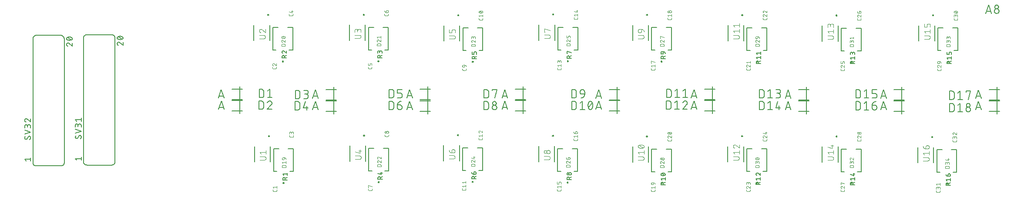
<source format=gbr>
G04 EAGLE Gerber RS-274X export*
G75*
%MOMM*%
%FSLAX34Y34*%
%LPD*%
%INSilkscreen Top*%
%IPPOS*%
%AMOC8*
5,1,8,0,0,1.08239X$1,22.5*%
G01*
%ADD10C,0.152400*%
%ADD11C,0.127000*%
%ADD12C,0.200000*%
%ADD13C,0.076200*%
%ADD14C,0.101600*%


D10*
X1580896Y160782D02*
X1580896Y177038D01*
X1585412Y177038D01*
X1585543Y177036D01*
X1585675Y177030D01*
X1585806Y177021D01*
X1585936Y177007D01*
X1586067Y176990D01*
X1586196Y176969D01*
X1586325Y176945D01*
X1586453Y176916D01*
X1586581Y176884D01*
X1586707Y176848D01*
X1586832Y176809D01*
X1586957Y176766D01*
X1587079Y176719D01*
X1587201Y176669D01*
X1587321Y176615D01*
X1587439Y176558D01*
X1587555Y176497D01*
X1587670Y176433D01*
X1587783Y176366D01*
X1587894Y176295D01*
X1588002Y176221D01*
X1588109Y176144D01*
X1588213Y176064D01*
X1588315Y175981D01*
X1588414Y175896D01*
X1588511Y175807D01*
X1588605Y175715D01*
X1588697Y175621D01*
X1588786Y175524D01*
X1588871Y175425D01*
X1588954Y175323D01*
X1589034Y175219D01*
X1589111Y175112D01*
X1589185Y175004D01*
X1589256Y174893D01*
X1589323Y174780D01*
X1589387Y174665D01*
X1589448Y174549D01*
X1589505Y174431D01*
X1589559Y174311D01*
X1589609Y174189D01*
X1589656Y174067D01*
X1589699Y173942D01*
X1589738Y173817D01*
X1589774Y173691D01*
X1589806Y173563D01*
X1589835Y173435D01*
X1589859Y173306D01*
X1589880Y173177D01*
X1589897Y173046D01*
X1589911Y172916D01*
X1589920Y172785D01*
X1589926Y172653D01*
X1589928Y172522D01*
X1589927Y172522D02*
X1589927Y165298D01*
X1589928Y165298D02*
X1589926Y165167D01*
X1589920Y165035D01*
X1589911Y164904D01*
X1589897Y164774D01*
X1589880Y164643D01*
X1589859Y164514D01*
X1589835Y164385D01*
X1589806Y164257D01*
X1589774Y164129D01*
X1589738Y164003D01*
X1589699Y163878D01*
X1589656Y163753D01*
X1589609Y163631D01*
X1589559Y163509D01*
X1589505Y163389D01*
X1589448Y163271D01*
X1589387Y163155D01*
X1589323Y163040D01*
X1589256Y162927D01*
X1589185Y162816D01*
X1589111Y162708D01*
X1589034Y162601D01*
X1588954Y162497D01*
X1588871Y162395D01*
X1588786Y162296D01*
X1588697Y162199D01*
X1588605Y162105D01*
X1588511Y162013D01*
X1588414Y161924D01*
X1588315Y161839D01*
X1588213Y161756D01*
X1588109Y161676D01*
X1588002Y161599D01*
X1587894Y161525D01*
X1587783Y161454D01*
X1587670Y161387D01*
X1587555Y161323D01*
X1587439Y161262D01*
X1587321Y161205D01*
X1587201Y161151D01*
X1587079Y161101D01*
X1586957Y161054D01*
X1586832Y161011D01*
X1586707Y160972D01*
X1586581Y160936D01*
X1586453Y160904D01*
X1586325Y160875D01*
X1586196Y160851D01*
X1586066Y160830D01*
X1585936Y160813D01*
X1585806Y160799D01*
X1585675Y160790D01*
X1585543Y160784D01*
X1585412Y160782D01*
X1580896Y160782D01*
X1597048Y173426D02*
X1601564Y177038D01*
X1601564Y160782D01*
X1606079Y160782D02*
X1597048Y160782D01*
X1612680Y175232D02*
X1612680Y177038D01*
X1621711Y177038D01*
X1617195Y160782D01*
X1580896Y153162D02*
X1580896Y136906D01*
X1580896Y153162D02*
X1585412Y153162D01*
X1585543Y153160D01*
X1585675Y153154D01*
X1585806Y153145D01*
X1585936Y153131D01*
X1586067Y153114D01*
X1586196Y153093D01*
X1586325Y153069D01*
X1586453Y153040D01*
X1586581Y153008D01*
X1586707Y152972D01*
X1586832Y152933D01*
X1586957Y152890D01*
X1587079Y152843D01*
X1587201Y152793D01*
X1587321Y152739D01*
X1587439Y152682D01*
X1587555Y152621D01*
X1587670Y152557D01*
X1587783Y152490D01*
X1587894Y152419D01*
X1588002Y152345D01*
X1588109Y152268D01*
X1588213Y152188D01*
X1588315Y152105D01*
X1588414Y152020D01*
X1588511Y151931D01*
X1588605Y151839D01*
X1588697Y151745D01*
X1588786Y151648D01*
X1588871Y151549D01*
X1588954Y151447D01*
X1589034Y151343D01*
X1589111Y151236D01*
X1589185Y151128D01*
X1589256Y151017D01*
X1589323Y150904D01*
X1589387Y150789D01*
X1589448Y150673D01*
X1589505Y150555D01*
X1589559Y150435D01*
X1589609Y150313D01*
X1589656Y150191D01*
X1589699Y150066D01*
X1589738Y149941D01*
X1589774Y149815D01*
X1589806Y149687D01*
X1589835Y149559D01*
X1589859Y149430D01*
X1589880Y149301D01*
X1589897Y149170D01*
X1589911Y149040D01*
X1589920Y148909D01*
X1589926Y148777D01*
X1589928Y148646D01*
X1589927Y148646D02*
X1589927Y141422D01*
X1589928Y141422D02*
X1589926Y141291D01*
X1589920Y141159D01*
X1589911Y141028D01*
X1589897Y140898D01*
X1589880Y140767D01*
X1589859Y140638D01*
X1589835Y140509D01*
X1589806Y140381D01*
X1589774Y140253D01*
X1589738Y140127D01*
X1589699Y140002D01*
X1589656Y139877D01*
X1589609Y139755D01*
X1589559Y139633D01*
X1589505Y139513D01*
X1589448Y139395D01*
X1589387Y139279D01*
X1589323Y139164D01*
X1589256Y139051D01*
X1589185Y138940D01*
X1589111Y138832D01*
X1589034Y138725D01*
X1588954Y138621D01*
X1588871Y138519D01*
X1588786Y138420D01*
X1588697Y138323D01*
X1588605Y138229D01*
X1588511Y138137D01*
X1588414Y138048D01*
X1588315Y137963D01*
X1588213Y137880D01*
X1588109Y137800D01*
X1588002Y137723D01*
X1587894Y137649D01*
X1587783Y137578D01*
X1587670Y137511D01*
X1587555Y137447D01*
X1587439Y137386D01*
X1587321Y137329D01*
X1587201Y137275D01*
X1587079Y137225D01*
X1586957Y137178D01*
X1586832Y137135D01*
X1586707Y137096D01*
X1586581Y137060D01*
X1586453Y137028D01*
X1586325Y136999D01*
X1586196Y136975D01*
X1586066Y136954D01*
X1585936Y136937D01*
X1585806Y136923D01*
X1585675Y136914D01*
X1585543Y136908D01*
X1585412Y136906D01*
X1580896Y136906D01*
X1597048Y149550D02*
X1601564Y153162D01*
X1601564Y136906D01*
X1606079Y136906D02*
X1597048Y136906D01*
X1612679Y141422D02*
X1612681Y141555D01*
X1612687Y141687D01*
X1612697Y141819D01*
X1612710Y141951D01*
X1612728Y142083D01*
X1612749Y142213D01*
X1612774Y142344D01*
X1612803Y142473D01*
X1612836Y142601D01*
X1612872Y142729D01*
X1612912Y142855D01*
X1612956Y142980D01*
X1613004Y143104D01*
X1613055Y143226D01*
X1613110Y143347D01*
X1613168Y143466D01*
X1613230Y143584D01*
X1613295Y143699D01*
X1613364Y143813D01*
X1613435Y143924D01*
X1613511Y144033D01*
X1613589Y144140D01*
X1613670Y144245D01*
X1613755Y144347D01*
X1613842Y144447D01*
X1613932Y144544D01*
X1614025Y144639D01*
X1614121Y144730D01*
X1614219Y144819D01*
X1614320Y144905D01*
X1614424Y144988D01*
X1614530Y145068D01*
X1614638Y145144D01*
X1614748Y145218D01*
X1614861Y145288D01*
X1614975Y145355D01*
X1615092Y145418D01*
X1615210Y145478D01*
X1615330Y145535D01*
X1615452Y145588D01*
X1615575Y145637D01*
X1615699Y145683D01*
X1615825Y145725D01*
X1615952Y145763D01*
X1616080Y145798D01*
X1616209Y145829D01*
X1616338Y145856D01*
X1616469Y145879D01*
X1616600Y145899D01*
X1616732Y145914D01*
X1616864Y145926D01*
X1616996Y145934D01*
X1617129Y145938D01*
X1617261Y145938D01*
X1617394Y145934D01*
X1617526Y145926D01*
X1617658Y145914D01*
X1617790Y145899D01*
X1617921Y145879D01*
X1618052Y145856D01*
X1618181Y145829D01*
X1618310Y145798D01*
X1618438Y145763D01*
X1618565Y145725D01*
X1618691Y145683D01*
X1618815Y145637D01*
X1618938Y145588D01*
X1619060Y145535D01*
X1619180Y145478D01*
X1619298Y145418D01*
X1619415Y145355D01*
X1619529Y145288D01*
X1619642Y145218D01*
X1619752Y145144D01*
X1619860Y145068D01*
X1619966Y144988D01*
X1620070Y144905D01*
X1620171Y144819D01*
X1620269Y144730D01*
X1620365Y144639D01*
X1620458Y144544D01*
X1620548Y144447D01*
X1620635Y144347D01*
X1620720Y144245D01*
X1620801Y144140D01*
X1620879Y144033D01*
X1620955Y143924D01*
X1621026Y143813D01*
X1621095Y143699D01*
X1621160Y143584D01*
X1621222Y143466D01*
X1621280Y143347D01*
X1621335Y143226D01*
X1621386Y143104D01*
X1621434Y142980D01*
X1621478Y142855D01*
X1621518Y142729D01*
X1621554Y142601D01*
X1621587Y142473D01*
X1621616Y142344D01*
X1621641Y142213D01*
X1621662Y142083D01*
X1621680Y141951D01*
X1621693Y141819D01*
X1621703Y141687D01*
X1621709Y141555D01*
X1621711Y141422D01*
X1621709Y141289D01*
X1621703Y141157D01*
X1621693Y141025D01*
X1621680Y140893D01*
X1621662Y140761D01*
X1621641Y140631D01*
X1621616Y140500D01*
X1621587Y140371D01*
X1621554Y140243D01*
X1621518Y140115D01*
X1621478Y139989D01*
X1621434Y139864D01*
X1621386Y139740D01*
X1621335Y139618D01*
X1621280Y139497D01*
X1621222Y139378D01*
X1621160Y139260D01*
X1621095Y139145D01*
X1621026Y139031D01*
X1620955Y138920D01*
X1620879Y138811D01*
X1620801Y138704D01*
X1620720Y138599D01*
X1620635Y138497D01*
X1620548Y138397D01*
X1620458Y138300D01*
X1620365Y138205D01*
X1620269Y138114D01*
X1620171Y138025D01*
X1620070Y137939D01*
X1619966Y137856D01*
X1619860Y137776D01*
X1619752Y137700D01*
X1619642Y137626D01*
X1619529Y137556D01*
X1619415Y137489D01*
X1619298Y137426D01*
X1619180Y137366D01*
X1619060Y137309D01*
X1618938Y137256D01*
X1618815Y137207D01*
X1618691Y137161D01*
X1618565Y137119D01*
X1618438Y137081D01*
X1618310Y137046D01*
X1618181Y137015D01*
X1618052Y136988D01*
X1617921Y136965D01*
X1617790Y136945D01*
X1617658Y136930D01*
X1617526Y136918D01*
X1617394Y136910D01*
X1617261Y136906D01*
X1617129Y136906D01*
X1616996Y136910D01*
X1616864Y136918D01*
X1616732Y136930D01*
X1616600Y136945D01*
X1616469Y136965D01*
X1616338Y136988D01*
X1616209Y137015D01*
X1616080Y137046D01*
X1615952Y137081D01*
X1615825Y137119D01*
X1615699Y137161D01*
X1615575Y137207D01*
X1615452Y137256D01*
X1615330Y137309D01*
X1615210Y137366D01*
X1615092Y137426D01*
X1614975Y137489D01*
X1614861Y137556D01*
X1614748Y137626D01*
X1614638Y137700D01*
X1614530Y137776D01*
X1614424Y137856D01*
X1614320Y137939D01*
X1614219Y138025D01*
X1614121Y138114D01*
X1614025Y138205D01*
X1613932Y138300D01*
X1613842Y138397D01*
X1613755Y138497D01*
X1613670Y138599D01*
X1613589Y138704D01*
X1613511Y138811D01*
X1613435Y138920D01*
X1613364Y139031D01*
X1613295Y139145D01*
X1613230Y139260D01*
X1613168Y139378D01*
X1613110Y139497D01*
X1613055Y139618D01*
X1613004Y139740D01*
X1612956Y139864D01*
X1612912Y139989D01*
X1612872Y140115D01*
X1612836Y140243D01*
X1612803Y140371D01*
X1612774Y140500D01*
X1612749Y140631D01*
X1612728Y140761D01*
X1612710Y140893D01*
X1612697Y141025D01*
X1612687Y141157D01*
X1612681Y141289D01*
X1612679Y141422D01*
X1613583Y149550D02*
X1613585Y149669D01*
X1613591Y149789D01*
X1613601Y149908D01*
X1613615Y150026D01*
X1613632Y150145D01*
X1613654Y150262D01*
X1613679Y150379D01*
X1613709Y150494D01*
X1613742Y150609D01*
X1613779Y150723D01*
X1613819Y150835D01*
X1613864Y150946D01*
X1613912Y151055D01*
X1613963Y151163D01*
X1614018Y151269D01*
X1614077Y151373D01*
X1614139Y151475D01*
X1614204Y151575D01*
X1614273Y151673D01*
X1614345Y151769D01*
X1614420Y151862D01*
X1614497Y151952D01*
X1614578Y152040D01*
X1614662Y152125D01*
X1614749Y152207D01*
X1614838Y152287D01*
X1614930Y152363D01*
X1615024Y152437D01*
X1615121Y152507D01*
X1615219Y152574D01*
X1615320Y152638D01*
X1615424Y152698D01*
X1615529Y152755D01*
X1615636Y152808D01*
X1615744Y152858D01*
X1615854Y152904D01*
X1615966Y152946D01*
X1616079Y152985D01*
X1616193Y153020D01*
X1616308Y153051D01*
X1616425Y153079D01*
X1616542Y153102D01*
X1616659Y153122D01*
X1616778Y153138D01*
X1616897Y153150D01*
X1617016Y153158D01*
X1617135Y153162D01*
X1617255Y153162D01*
X1617374Y153158D01*
X1617493Y153150D01*
X1617612Y153138D01*
X1617731Y153122D01*
X1617848Y153102D01*
X1617965Y153079D01*
X1618082Y153051D01*
X1618197Y153020D01*
X1618311Y152985D01*
X1618424Y152946D01*
X1618536Y152904D01*
X1618646Y152858D01*
X1618754Y152808D01*
X1618861Y152755D01*
X1618966Y152698D01*
X1619070Y152638D01*
X1619171Y152574D01*
X1619269Y152507D01*
X1619366Y152437D01*
X1619460Y152363D01*
X1619552Y152287D01*
X1619641Y152207D01*
X1619728Y152125D01*
X1619812Y152040D01*
X1619893Y151952D01*
X1619970Y151862D01*
X1620045Y151769D01*
X1620117Y151673D01*
X1620186Y151575D01*
X1620251Y151475D01*
X1620313Y151373D01*
X1620372Y151269D01*
X1620427Y151163D01*
X1620478Y151055D01*
X1620526Y150946D01*
X1620571Y150835D01*
X1620611Y150723D01*
X1620648Y150609D01*
X1620681Y150494D01*
X1620711Y150379D01*
X1620736Y150262D01*
X1620758Y150145D01*
X1620775Y150026D01*
X1620789Y149908D01*
X1620799Y149789D01*
X1620805Y149669D01*
X1620807Y149550D01*
X1620805Y149431D01*
X1620799Y149311D01*
X1620789Y149192D01*
X1620775Y149074D01*
X1620758Y148955D01*
X1620736Y148838D01*
X1620711Y148721D01*
X1620681Y148606D01*
X1620648Y148491D01*
X1620611Y148377D01*
X1620571Y148265D01*
X1620526Y148154D01*
X1620478Y148045D01*
X1620427Y147937D01*
X1620372Y147831D01*
X1620313Y147727D01*
X1620251Y147625D01*
X1620186Y147525D01*
X1620117Y147427D01*
X1620045Y147331D01*
X1619970Y147238D01*
X1619893Y147148D01*
X1619812Y147060D01*
X1619728Y146975D01*
X1619641Y146893D01*
X1619552Y146813D01*
X1619460Y146737D01*
X1619366Y146663D01*
X1619269Y146593D01*
X1619171Y146526D01*
X1619070Y146462D01*
X1618966Y146402D01*
X1618861Y146345D01*
X1618754Y146292D01*
X1618646Y146242D01*
X1618536Y146196D01*
X1618424Y146154D01*
X1618311Y146115D01*
X1618197Y146080D01*
X1618082Y146049D01*
X1617965Y146021D01*
X1617848Y145998D01*
X1617731Y145978D01*
X1617612Y145962D01*
X1617493Y145950D01*
X1617374Y145942D01*
X1617255Y145938D01*
X1617135Y145938D01*
X1617016Y145942D01*
X1616897Y145950D01*
X1616778Y145962D01*
X1616659Y145978D01*
X1616542Y145998D01*
X1616425Y146021D01*
X1616308Y146049D01*
X1616193Y146080D01*
X1616079Y146115D01*
X1615966Y146154D01*
X1615854Y146196D01*
X1615744Y146242D01*
X1615636Y146292D01*
X1615529Y146345D01*
X1615424Y146402D01*
X1615320Y146462D01*
X1615219Y146526D01*
X1615121Y146593D01*
X1615024Y146663D01*
X1614930Y146737D01*
X1614838Y146813D01*
X1614749Y146893D01*
X1614662Y146975D01*
X1614578Y147060D01*
X1614497Y147148D01*
X1614420Y147238D01*
X1614345Y147331D01*
X1614273Y147427D01*
X1614204Y147525D01*
X1614139Y147625D01*
X1614077Y147727D01*
X1614018Y147831D01*
X1613963Y147937D01*
X1613912Y148045D01*
X1613864Y148154D01*
X1613819Y148265D01*
X1613779Y148377D01*
X1613742Y148491D01*
X1613709Y148606D01*
X1613679Y148721D01*
X1613654Y148838D01*
X1613632Y148955D01*
X1613615Y149074D01*
X1613601Y149192D01*
X1613591Y149311D01*
X1613585Y149431D01*
X1613583Y149550D01*
X1651508Y328422D02*
X1656927Y344678D01*
X1662345Y328422D01*
X1660991Y332486D02*
X1652863Y332486D01*
X1668042Y332938D02*
X1668044Y333071D01*
X1668050Y333203D01*
X1668060Y333335D01*
X1668073Y333467D01*
X1668091Y333599D01*
X1668112Y333729D01*
X1668137Y333860D01*
X1668166Y333989D01*
X1668199Y334117D01*
X1668235Y334245D01*
X1668275Y334371D01*
X1668319Y334496D01*
X1668367Y334620D01*
X1668418Y334742D01*
X1668473Y334863D01*
X1668531Y334982D01*
X1668593Y335100D01*
X1668658Y335215D01*
X1668727Y335329D01*
X1668798Y335440D01*
X1668874Y335549D01*
X1668952Y335656D01*
X1669033Y335761D01*
X1669118Y335863D01*
X1669205Y335963D01*
X1669295Y336060D01*
X1669388Y336155D01*
X1669484Y336246D01*
X1669582Y336335D01*
X1669683Y336421D01*
X1669787Y336504D01*
X1669893Y336584D01*
X1670001Y336660D01*
X1670111Y336734D01*
X1670224Y336804D01*
X1670338Y336871D01*
X1670455Y336934D01*
X1670573Y336994D01*
X1670693Y337051D01*
X1670815Y337104D01*
X1670938Y337153D01*
X1671062Y337199D01*
X1671188Y337241D01*
X1671315Y337279D01*
X1671443Y337314D01*
X1671572Y337345D01*
X1671701Y337372D01*
X1671832Y337395D01*
X1671963Y337415D01*
X1672095Y337430D01*
X1672227Y337442D01*
X1672359Y337450D01*
X1672492Y337454D01*
X1672624Y337454D01*
X1672757Y337450D01*
X1672889Y337442D01*
X1673021Y337430D01*
X1673153Y337415D01*
X1673284Y337395D01*
X1673415Y337372D01*
X1673544Y337345D01*
X1673673Y337314D01*
X1673801Y337279D01*
X1673928Y337241D01*
X1674054Y337199D01*
X1674178Y337153D01*
X1674301Y337104D01*
X1674423Y337051D01*
X1674543Y336994D01*
X1674661Y336934D01*
X1674778Y336871D01*
X1674892Y336804D01*
X1675005Y336734D01*
X1675115Y336660D01*
X1675223Y336584D01*
X1675329Y336504D01*
X1675433Y336421D01*
X1675534Y336335D01*
X1675632Y336246D01*
X1675728Y336155D01*
X1675821Y336060D01*
X1675911Y335963D01*
X1675998Y335863D01*
X1676083Y335761D01*
X1676164Y335656D01*
X1676242Y335549D01*
X1676318Y335440D01*
X1676389Y335329D01*
X1676458Y335215D01*
X1676523Y335100D01*
X1676585Y334982D01*
X1676643Y334863D01*
X1676698Y334742D01*
X1676749Y334620D01*
X1676797Y334496D01*
X1676841Y334371D01*
X1676881Y334245D01*
X1676917Y334117D01*
X1676950Y333989D01*
X1676979Y333860D01*
X1677004Y333729D01*
X1677025Y333599D01*
X1677043Y333467D01*
X1677056Y333335D01*
X1677066Y333203D01*
X1677072Y333071D01*
X1677074Y332938D01*
X1677072Y332805D01*
X1677066Y332673D01*
X1677056Y332541D01*
X1677043Y332409D01*
X1677025Y332277D01*
X1677004Y332147D01*
X1676979Y332016D01*
X1676950Y331887D01*
X1676917Y331759D01*
X1676881Y331631D01*
X1676841Y331505D01*
X1676797Y331380D01*
X1676749Y331256D01*
X1676698Y331134D01*
X1676643Y331013D01*
X1676585Y330894D01*
X1676523Y330776D01*
X1676458Y330661D01*
X1676389Y330547D01*
X1676318Y330436D01*
X1676242Y330327D01*
X1676164Y330220D01*
X1676083Y330115D01*
X1675998Y330013D01*
X1675911Y329913D01*
X1675821Y329816D01*
X1675728Y329721D01*
X1675632Y329630D01*
X1675534Y329541D01*
X1675433Y329455D01*
X1675329Y329372D01*
X1675223Y329292D01*
X1675115Y329216D01*
X1675005Y329142D01*
X1674892Y329072D01*
X1674778Y329005D01*
X1674661Y328942D01*
X1674543Y328882D01*
X1674423Y328825D01*
X1674301Y328772D01*
X1674178Y328723D01*
X1674054Y328677D01*
X1673928Y328635D01*
X1673801Y328597D01*
X1673673Y328562D01*
X1673544Y328531D01*
X1673415Y328504D01*
X1673284Y328481D01*
X1673153Y328461D01*
X1673021Y328446D01*
X1672889Y328434D01*
X1672757Y328426D01*
X1672624Y328422D01*
X1672492Y328422D01*
X1672359Y328426D01*
X1672227Y328434D01*
X1672095Y328446D01*
X1671963Y328461D01*
X1671832Y328481D01*
X1671701Y328504D01*
X1671572Y328531D01*
X1671443Y328562D01*
X1671315Y328597D01*
X1671188Y328635D01*
X1671062Y328677D01*
X1670938Y328723D01*
X1670815Y328772D01*
X1670693Y328825D01*
X1670573Y328882D01*
X1670455Y328942D01*
X1670338Y329005D01*
X1670224Y329072D01*
X1670111Y329142D01*
X1670001Y329216D01*
X1669893Y329292D01*
X1669787Y329372D01*
X1669683Y329455D01*
X1669582Y329541D01*
X1669484Y329630D01*
X1669388Y329721D01*
X1669295Y329816D01*
X1669205Y329913D01*
X1669118Y330013D01*
X1669033Y330115D01*
X1668952Y330220D01*
X1668874Y330327D01*
X1668798Y330436D01*
X1668727Y330547D01*
X1668658Y330661D01*
X1668593Y330776D01*
X1668531Y330894D01*
X1668473Y331013D01*
X1668418Y331134D01*
X1668367Y331256D01*
X1668319Y331380D01*
X1668275Y331505D01*
X1668235Y331631D01*
X1668199Y331759D01*
X1668166Y331887D01*
X1668137Y332016D01*
X1668112Y332147D01*
X1668091Y332277D01*
X1668073Y332409D01*
X1668060Y332541D01*
X1668050Y332673D01*
X1668044Y332805D01*
X1668042Y332938D01*
X1668946Y341066D02*
X1668948Y341185D01*
X1668954Y341305D01*
X1668964Y341424D01*
X1668978Y341542D01*
X1668995Y341661D01*
X1669017Y341778D01*
X1669042Y341895D01*
X1669072Y342010D01*
X1669105Y342125D01*
X1669142Y342239D01*
X1669182Y342351D01*
X1669227Y342462D01*
X1669275Y342571D01*
X1669326Y342679D01*
X1669381Y342785D01*
X1669440Y342889D01*
X1669502Y342991D01*
X1669567Y343091D01*
X1669636Y343189D01*
X1669708Y343285D01*
X1669783Y343378D01*
X1669860Y343468D01*
X1669941Y343556D01*
X1670025Y343641D01*
X1670112Y343723D01*
X1670201Y343803D01*
X1670293Y343879D01*
X1670387Y343953D01*
X1670484Y344023D01*
X1670582Y344090D01*
X1670683Y344154D01*
X1670787Y344214D01*
X1670892Y344271D01*
X1670999Y344324D01*
X1671107Y344374D01*
X1671217Y344420D01*
X1671329Y344462D01*
X1671442Y344501D01*
X1671556Y344536D01*
X1671671Y344567D01*
X1671788Y344595D01*
X1671905Y344618D01*
X1672022Y344638D01*
X1672141Y344654D01*
X1672260Y344666D01*
X1672379Y344674D01*
X1672498Y344678D01*
X1672618Y344678D01*
X1672737Y344674D01*
X1672856Y344666D01*
X1672975Y344654D01*
X1673094Y344638D01*
X1673211Y344618D01*
X1673328Y344595D01*
X1673445Y344567D01*
X1673560Y344536D01*
X1673674Y344501D01*
X1673787Y344462D01*
X1673899Y344420D01*
X1674009Y344374D01*
X1674117Y344324D01*
X1674224Y344271D01*
X1674329Y344214D01*
X1674433Y344154D01*
X1674534Y344090D01*
X1674632Y344023D01*
X1674729Y343953D01*
X1674823Y343879D01*
X1674915Y343803D01*
X1675004Y343723D01*
X1675091Y343641D01*
X1675175Y343556D01*
X1675256Y343468D01*
X1675333Y343378D01*
X1675408Y343285D01*
X1675480Y343189D01*
X1675549Y343091D01*
X1675614Y342991D01*
X1675676Y342889D01*
X1675735Y342785D01*
X1675790Y342679D01*
X1675841Y342571D01*
X1675889Y342462D01*
X1675934Y342351D01*
X1675974Y342239D01*
X1676011Y342125D01*
X1676044Y342010D01*
X1676074Y341895D01*
X1676099Y341778D01*
X1676121Y341661D01*
X1676138Y341542D01*
X1676152Y341424D01*
X1676162Y341305D01*
X1676168Y341185D01*
X1676170Y341066D01*
X1676168Y340947D01*
X1676162Y340827D01*
X1676152Y340708D01*
X1676138Y340590D01*
X1676121Y340471D01*
X1676099Y340354D01*
X1676074Y340237D01*
X1676044Y340122D01*
X1676011Y340007D01*
X1675974Y339893D01*
X1675934Y339781D01*
X1675889Y339670D01*
X1675841Y339561D01*
X1675790Y339453D01*
X1675735Y339347D01*
X1675676Y339243D01*
X1675614Y339141D01*
X1675549Y339041D01*
X1675480Y338943D01*
X1675408Y338847D01*
X1675333Y338754D01*
X1675256Y338664D01*
X1675175Y338576D01*
X1675091Y338491D01*
X1675004Y338409D01*
X1674915Y338329D01*
X1674823Y338253D01*
X1674729Y338179D01*
X1674632Y338109D01*
X1674534Y338042D01*
X1674433Y337978D01*
X1674329Y337918D01*
X1674224Y337861D01*
X1674117Y337808D01*
X1674009Y337758D01*
X1673899Y337712D01*
X1673787Y337670D01*
X1673674Y337631D01*
X1673560Y337596D01*
X1673445Y337565D01*
X1673328Y337537D01*
X1673211Y337514D01*
X1673094Y337494D01*
X1672975Y337478D01*
X1672856Y337466D01*
X1672737Y337458D01*
X1672618Y337454D01*
X1672498Y337454D01*
X1672379Y337458D01*
X1672260Y337466D01*
X1672141Y337478D01*
X1672022Y337494D01*
X1671905Y337514D01*
X1671788Y337537D01*
X1671671Y337565D01*
X1671556Y337596D01*
X1671442Y337631D01*
X1671329Y337670D01*
X1671217Y337712D01*
X1671107Y337758D01*
X1670999Y337808D01*
X1670892Y337861D01*
X1670787Y337918D01*
X1670683Y337978D01*
X1670582Y338042D01*
X1670484Y338109D01*
X1670387Y338179D01*
X1670293Y338253D01*
X1670201Y338329D01*
X1670112Y338409D01*
X1670025Y338491D01*
X1669941Y338576D01*
X1669860Y338664D01*
X1669783Y338754D01*
X1669708Y338847D01*
X1669636Y338943D01*
X1669567Y339041D01*
X1669502Y339141D01*
X1669440Y339243D01*
X1669381Y339347D01*
X1669326Y339453D01*
X1669275Y339561D01*
X1669227Y339670D01*
X1669182Y339781D01*
X1669142Y339893D01*
X1669105Y340007D01*
X1669072Y340122D01*
X1669042Y340237D01*
X1669017Y340354D01*
X1668995Y340471D01*
X1668978Y340590D01*
X1668964Y340708D01*
X1668954Y340827D01*
X1668948Y340947D01*
X1668946Y341066D01*
D11*
X199644Y185674D02*
X199644Y155194D01*
X204724Y160274D02*
X184404Y160274D01*
X184404Y180594D02*
X204724Y180594D01*
D10*
X163915Y179832D02*
X158496Y163576D01*
X169333Y163576D02*
X163915Y179832D01*
X167979Y167640D02*
X159851Y167640D01*
X237744Y164338D02*
X237744Y180594D01*
X242260Y180594D01*
X242391Y180592D01*
X242523Y180586D01*
X242654Y180577D01*
X242784Y180563D01*
X242915Y180546D01*
X243044Y180525D01*
X243173Y180501D01*
X243301Y180472D01*
X243429Y180440D01*
X243555Y180404D01*
X243680Y180365D01*
X243805Y180322D01*
X243927Y180275D01*
X244049Y180225D01*
X244169Y180171D01*
X244287Y180114D01*
X244403Y180053D01*
X244518Y179989D01*
X244631Y179922D01*
X244742Y179851D01*
X244850Y179777D01*
X244957Y179700D01*
X245061Y179620D01*
X245163Y179537D01*
X245262Y179452D01*
X245359Y179363D01*
X245453Y179271D01*
X245545Y179177D01*
X245634Y179080D01*
X245719Y178981D01*
X245802Y178879D01*
X245882Y178775D01*
X245959Y178668D01*
X246033Y178560D01*
X246104Y178449D01*
X246171Y178336D01*
X246235Y178221D01*
X246296Y178105D01*
X246353Y177987D01*
X246407Y177867D01*
X246457Y177745D01*
X246504Y177623D01*
X246547Y177498D01*
X246586Y177373D01*
X246622Y177247D01*
X246654Y177119D01*
X246683Y176991D01*
X246707Y176862D01*
X246728Y176733D01*
X246745Y176602D01*
X246759Y176472D01*
X246768Y176341D01*
X246774Y176209D01*
X246776Y176078D01*
X246775Y176078D02*
X246775Y168854D01*
X246776Y168854D02*
X246774Y168723D01*
X246768Y168591D01*
X246759Y168460D01*
X246745Y168330D01*
X246728Y168199D01*
X246707Y168070D01*
X246683Y167941D01*
X246654Y167813D01*
X246622Y167685D01*
X246586Y167559D01*
X246547Y167434D01*
X246504Y167309D01*
X246457Y167187D01*
X246407Y167065D01*
X246353Y166945D01*
X246296Y166827D01*
X246235Y166711D01*
X246171Y166596D01*
X246104Y166483D01*
X246033Y166372D01*
X245959Y166264D01*
X245882Y166157D01*
X245802Y166053D01*
X245719Y165951D01*
X245634Y165852D01*
X245545Y165755D01*
X245453Y165661D01*
X245359Y165569D01*
X245262Y165480D01*
X245163Y165395D01*
X245061Y165312D01*
X244957Y165232D01*
X244850Y165155D01*
X244742Y165081D01*
X244631Y165010D01*
X244518Y164943D01*
X244403Y164879D01*
X244287Y164818D01*
X244169Y164761D01*
X244049Y164707D01*
X243927Y164657D01*
X243805Y164610D01*
X243680Y164567D01*
X243555Y164528D01*
X243429Y164492D01*
X243301Y164460D01*
X243173Y164431D01*
X243044Y164407D01*
X242914Y164386D01*
X242784Y164369D01*
X242654Y164355D01*
X242523Y164346D01*
X242391Y164340D01*
X242260Y164338D01*
X237744Y164338D01*
X253896Y176982D02*
X258412Y180594D01*
X258412Y164338D01*
X262927Y164338D02*
X253896Y164338D01*
D11*
X199898Y163576D02*
X199898Y133096D01*
X204978Y138176D02*
X184658Y138176D01*
X184658Y158496D02*
X204978Y158496D01*
D10*
X164169Y157734D02*
X158750Y141478D01*
X169587Y141478D02*
X164169Y157734D01*
X168233Y145542D02*
X160105Y145542D01*
X237236Y141478D02*
X237236Y157734D01*
X241752Y157734D01*
X241883Y157732D01*
X242015Y157726D01*
X242146Y157717D01*
X242276Y157703D01*
X242407Y157686D01*
X242536Y157665D01*
X242665Y157641D01*
X242793Y157612D01*
X242921Y157580D01*
X243047Y157544D01*
X243172Y157505D01*
X243297Y157462D01*
X243419Y157415D01*
X243541Y157365D01*
X243661Y157311D01*
X243779Y157254D01*
X243895Y157193D01*
X244010Y157129D01*
X244123Y157062D01*
X244234Y156991D01*
X244342Y156917D01*
X244449Y156840D01*
X244553Y156760D01*
X244655Y156677D01*
X244754Y156592D01*
X244851Y156503D01*
X244945Y156411D01*
X245037Y156317D01*
X245126Y156220D01*
X245211Y156121D01*
X245294Y156019D01*
X245374Y155915D01*
X245451Y155808D01*
X245525Y155700D01*
X245596Y155589D01*
X245663Y155476D01*
X245727Y155361D01*
X245788Y155245D01*
X245845Y155127D01*
X245899Y155007D01*
X245949Y154885D01*
X245996Y154763D01*
X246039Y154638D01*
X246078Y154513D01*
X246114Y154387D01*
X246146Y154259D01*
X246175Y154131D01*
X246199Y154002D01*
X246220Y153873D01*
X246237Y153742D01*
X246251Y153612D01*
X246260Y153481D01*
X246266Y153349D01*
X246268Y153218D01*
X246267Y153218D02*
X246267Y145994D01*
X246268Y145994D02*
X246266Y145863D01*
X246260Y145731D01*
X246251Y145600D01*
X246237Y145470D01*
X246220Y145339D01*
X246199Y145210D01*
X246175Y145081D01*
X246146Y144953D01*
X246114Y144825D01*
X246078Y144699D01*
X246039Y144574D01*
X245996Y144449D01*
X245949Y144327D01*
X245899Y144205D01*
X245845Y144085D01*
X245788Y143967D01*
X245727Y143851D01*
X245663Y143736D01*
X245596Y143623D01*
X245525Y143512D01*
X245451Y143404D01*
X245374Y143297D01*
X245294Y143193D01*
X245211Y143091D01*
X245126Y142992D01*
X245037Y142895D01*
X244945Y142801D01*
X244851Y142709D01*
X244754Y142620D01*
X244655Y142535D01*
X244553Y142452D01*
X244449Y142372D01*
X244342Y142295D01*
X244234Y142221D01*
X244123Y142150D01*
X244010Y142083D01*
X243895Y142019D01*
X243779Y141958D01*
X243661Y141901D01*
X243541Y141847D01*
X243419Y141797D01*
X243297Y141750D01*
X243172Y141707D01*
X243047Y141668D01*
X242921Y141632D01*
X242793Y141600D01*
X242665Y141571D01*
X242536Y141547D01*
X242406Y141526D01*
X242276Y141509D01*
X242146Y141495D01*
X242015Y141486D01*
X241883Y141480D01*
X241752Y141478D01*
X237236Y141478D01*
X258355Y157734D02*
X258480Y157732D01*
X258605Y157726D01*
X258730Y157717D01*
X258854Y157703D01*
X258978Y157686D01*
X259102Y157665D01*
X259224Y157640D01*
X259346Y157611D01*
X259467Y157579D01*
X259587Y157543D01*
X259706Y157503D01*
X259823Y157460D01*
X259939Y157413D01*
X260054Y157362D01*
X260166Y157308D01*
X260278Y157250D01*
X260387Y157190D01*
X260494Y157125D01*
X260600Y157058D01*
X260703Y156987D01*
X260804Y156913D01*
X260903Y156836D01*
X260999Y156756D01*
X261093Y156673D01*
X261184Y156588D01*
X261273Y156499D01*
X261358Y156408D01*
X261441Y156314D01*
X261521Y156218D01*
X261598Y156119D01*
X261672Y156018D01*
X261743Y155915D01*
X261810Y155809D01*
X261875Y155702D01*
X261935Y155593D01*
X261993Y155481D01*
X262047Y155369D01*
X262098Y155254D01*
X262145Y155138D01*
X262188Y155021D01*
X262228Y154902D01*
X262264Y154782D01*
X262296Y154661D01*
X262325Y154539D01*
X262350Y154417D01*
X262371Y154293D01*
X262388Y154169D01*
X262402Y154045D01*
X262411Y153920D01*
X262417Y153795D01*
X262419Y153670D01*
X258355Y157734D02*
X258212Y157732D01*
X258070Y157726D01*
X257927Y157716D01*
X257785Y157703D01*
X257644Y157685D01*
X257502Y157664D01*
X257362Y157639D01*
X257222Y157610D01*
X257083Y157577D01*
X256945Y157540D01*
X256808Y157500D01*
X256673Y157456D01*
X256538Y157408D01*
X256405Y157356D01*
X256273Y157301D01*
X256143Y157242D01*
X256015Y157180D01*
X255888Y157114D01*
X255763Y157045D01*
X255640Y156973D01*
X255520Y156897D01*
X255401Y156818D01*
X255284Y156735D01*
X255170Y156650D01*
X255058Y156561D01*
X254949Y156470D01*
X254842Y156375D01*
X254737Y156278D01*
X254636Y156177D01*
X254537Y156074D01*
X254441Y155969D01*
X254348Y155860D01*
X254258Y155749D01*
X254171Y155636D01*
X254087Y155521D01*
X254007Y155403D01*
X253929Y155283D01*
X253855Y155161D01*
X253785Y155037D01*
X253717Y154911D01*
X253654Y154783D01*
X253593Y154654D01*
X253536Y154523D01*
X253483Y154391D01*
X253434Y154257D01*
X253388Y154122D01*
X261064Y150509D02*
X261158Y150601D01*
X261248Y150695D01*
X261336Y150792D01*
X261421Y150892D01*
X261503Y150994D01*
X261582Y151099D01*
X261657Y151206D01*
X261729Y151315D01*
X261798Y151426D01*
X261864Y151540D01*
X261926Y151655D01*
X261985Y151772D01*
X262040Y151891D01*
X262091Y152011D01*
X262139Y152133D01*
X262184Y152256D01*
X262224Y152380D01*
X262261Y152506D01*
X262294Y152633D01*
X262323Y152760D01*
X262349Y152889D01*
X262370Y153018D01*
X262388Y153148D01*
X262401Y153278D01*
X262411Y153408D01*
X262417Y153539D01*
X262419Y153670D01*
X261065Y150509D02*
X253388Y141478D01*
X262419Y141478D01*
D11*
X382778Y154940D02*
X382778Y185420D01*
X387858Y160020D02*
X367538Y160020D01*
X367538Y180340D02*
X387858Y180340D01*
D10*
X347049Y179578D02*
X341630Y163322D01*
X352467Y163322D02*
X347049Y179578D01*
X351113Y167386D02*
X342985Y167386D01*
X308102Y162306D02*
X308102Y178562D01*
X312618Y178562D01*
X312749Y178560D01*
X312881Y178554D01*
X313012Y178545D01*
X313142Y178531D01*
X313273Y178514D01*
X313402Y178493D01*
X313531Y178469D01*
X313659Y178440D01*
X313787Y178408D01*
X313913Y178372D01*
X314038Y178333D01*
X314163Y178290D01*
X314285Y178243D01*
X314407Y178193D01*
X314527Y178139D01*
X314645Y178082D01*
X314761Y178021D01*
X314876Y177957D01*
X314989Y177890D01*
X315100Y177819D01*
X315208Y177745D01*
X315315Y177668D01*
X315419Y177588D01*
X315521Y177505D01*
X315620Y177420D01*
X315717Y177331D01*
X315811Y177239D01*
X315903Y177145D01*
X315992Y177048D01*
X316077Y176949D01*
X316160Y176847D01*
X316240Y176743D01*
X316317Y176636D01*
X316391Y176528D01*
X316462Y176417D01*
X316529Y176304D01*
X316593Y176189D01*
X316654Y176073D01*
X316711Y175955D01*
X316765Y175835D01*
X316815Y175713D01*
X316862Y175591D01*
X316905Y175466D01*
X316944Y175341D01*
X316980Y175215D01*
X317012Y175087D01*
X317041Y174959D01*
X317065Y174830D01*
X317086Y174701D01*
X317103Y174570D01*
X317117Y174440D01*
X317126Y174309D01*
X317132Y174177D01*
X317134Y174046D01*
X317133Y174046D02*
X317133Y166822D01*
X317134Y166822D02*
X317132Y166691D01*
X317126Y166559D01*
X317117Y166428D01*
X317103Y166298D01*
X317086Y166167D01*
X317065Y166038D01*
X317041Y165909D01*
X317012Y165781D01*
X316980Y165653D01*
X316944Y165527D01*
X316905Y165402D01*
X316862Y165277D01*
X316815Y165155D01*
X316765Y165033D01*
X316711Y164913D01*
X316654Y164795D01*
X316593Y164679D01*
X316529Y164564D01*
X316462Y164451D01*
X316391Y164340D01*
X316317Y164232D01*
X316240Y164125D01*
X316160Y164021D01*
X316077Y163919D01*
X315992Y163820D01*
X315903Y163723D01*
X315811Y163629D01*
X315717Y163537D01*
X315620Y163448D01*
X315521Y163363D01*
X315419Y163280D01*
X315315Y163200D01*
X315208Y163123D01*
X315100Y163049D01*
X314989Y162978D01*
X314876Y162911D01*
X314761Y162847D01*
X314645Y162786D01*
X314527Y162729D01*
X314407Y162675D01*
X314285Y162625D01*
X314163Y162578D01*
X314038Y162535D01*
X313913Y162496D01*
X313787Y162460D01*
X313659Y162428D01*
X313531Y162399D01*
X313402Y162375D01*
X313272Y162354D01*
X313142Y162337D01*
X313012Y162323D01*
X312881Y162314D01*
X312749Y162308D01*
X312618Y162306D01*
X308102Y162306D01*
X324254Y162306D02*
X328770Y162306D01*
X328903Y162308D01*
X329035Y162314D01*
X329167Y162324D01*
X329299Y162337D01*
X329431Y162355D01*
X329561Y162376D01*
X329692Y162401D01*
X329821Y162430D01*
X329949Y162463D01*
X330077Y162499D01*
X330203Y162539D01*
X330328Y162583D01*
X330452Y162631D01*
X330574Y162682D01*
X330695Y162737D01*
X330814Y162795D01*
X330932Y162857D01*
X331047Y162922D01*
X331161Y162991D01*
X331272Y163062D01*
X331381Y163138D01*
X331488Y163216D01*
X331593Y163297D01*
X331695Y163382D01*
X331795Y163469D01*
X331892Y163559D01*
X331987Y163652D01*
X332078Y163748D01*
X332167Y163846D01*
X332253Y163947D01*
X332336Y164051D01*
X332416Y164157D01*
X332492Y164265D01*
X332566Y164375D01*
X332636Y164488D01*
X332703Y164602D01*
X332766Y164719D01*
X332826Y164837D01*
X332883Y164957D01*
X332936Y165079D01*
X332985Y165202D01*
X333031Y165326D01*
X333073Y165452D01*
X333111Y165579D01*
X333146Y165707D01*
X333177Y165836D01*
X333204Y165965D01*
X333227Y166096D01*
X333247Y166227D01*
X333262Y166359D01*
X333274Y166491D01*
X333282Y166623D01*
X333286Y166756D01*
X333286Y166888D01*
X333282Y167021D01*
X333274Y167153D01*
X333262Y167285D01*
X333247Y167417D01*
X333227Y167548D01*
X333204Y167679D01*
X333177Y167808D01*
X333146Y167937D01*
X333111Y168065D01*
X333073Y168192D01*
X333031Y168318D01*
X332985Y168442D01*
X332936Y168565D01*
X332883Y168687D01*
X332826Y168807D01*
X332766Y168925D01*
X332703Y169042D01*
X332636Y169156D01*
X332566Y169269D01*
X332492Y169379D01*
X332416Y169487D01*
X332336Y169593D01*
X332253Y169697D01*
X332167Y169798D01*
X332078Y169896D01*
X331987Y169992D01*
X331892Y170085D01*
X331795Y170175D01*
X331695Y170262D01*
X331593Y170347D01*
X331488Y170428D01*
X331381Y170506D01*
X331272Y170582D01*
X331161Y170653D01*
X331047Y170722D01*
X330932Y170787D01*
X330814Y170849D01*
X330695Y170907D01*
X330574Y170962D01*
X330452Y171013D01*
X330328Y171061D01*
X330203Y171105D01*
X330077Y171145D01*
X329949Y171181D01*
X329821Y171214D01*
X329692Y171243D01*
X329561Y171268D01*
X329431Y171289D01*
X329299Y171307D01*
X329167Y171320D01*
X329035Y171330D01*
X328903Y171336D01*
X328770Y171338D01*
X329673Y178562D02*
X324254Y178562D01*
X329673Y178562D02*
X329792Y178560D01*
X329912Y178554D01*
X330031Y178544D01*
X330149Y178530D01*
X330268Y178513D01*
X330385Y178491D01*
X330502Y178466D01*
X330617Y178436D01*
X330732Y178403D01*
X330846Y178366D01*
X330958Y178326D01*
X331069Y178281D01*
X331178Y178233D01*
X331286Y178182D01*
X331392Y178127D01*
X331496Y178068D01*
X331598Y178006D01*
X331698Y177941D01*
X331796Y177872D01*
X331892Y177800D01*
X331985Y177725D01*
X332075Y177648D01*
X332163Y177567D01*
X332248Y177483D01*
X332330Y177396D01*
X332410Y177307D01*
X332486Y177215D01*
X332560Y177121D01*
X332630Y177024D01*
X332697Y176926D01*
X332761Y176825D01*
X332821Y176721D01*
X332878Y176616D01*
X332931Y176509D01*
X332981Y176401D01*
X333027Y176291D01*
X333069Y176179D01*
X333108Y176066D01*
X333143Y175952D01*
X333174Y175837D01*
X333202Y175720D01*
X333225Y175603D01*
X333245Y175486D01*
X333261Y175367D01*
X333273Y175248D01*
X333281Y175129D01*
X333285Y175010D01*
X333285Y174890D01*
X333281Y174771D01*
X333273Y174652D01*
X333261Y174533D01*
X333245Y174414D01*
X333225Y174297D01*
X333202Y174180D01*
X333174Y174063D01*
X333143Y173948D01*
X333108Y173834D01*
X333069Y173721D01*
X333027Y173609D01*
X332981Y173499D01*
X332931Y173391D01*
X332878Y173284D01*
X332821Y173179D01*
X332761Y173075D01*
X332697Y172974D01*
X332630Y172876D01*
X332560Y172779D01*
X332486Y172685D01*
X332410Y172593D01*
X332330Y172504D01*
X332248Y172417D01*
X332163Y172333D01*
X332075Y172252D01*
X331985Y172175D01*
X331892Y172100D01*
X331796Y172028D01*
X331698Y171959D01*
X331598Y171894D01*
X331496Y171832D01*
X331392Y171773D01*
X331286Y171718D01*
X331178Y171667D01*
X331069Y171619D01*
X330958Y171574D01*
X330846Y171534D01*
X330732Y171497D01*
X330617Y171464D01*
X330502Y171434D01*
X330385Y171409D01*
X330268Y171387D01*
X330149Y171370D01*
X330031Y171356D01*
X329912Y171346D01*
X329792Y171340D01*
X329673Y171338D01*
X329673Y171337D02*
X326061Y171337D01*
D11*
X382778Y163322D02*
X382778Y132842D01*
X387858Y137922D02*
X367538Y137922D01*
X367538Y158242D02*
X387858Y158242D01*
D10*
X347049Y157480D02*
X341630Y141224D01*
X352467Y141224D02*
X347049Y157480D01*
X351113Y145288D02*
X342985Y145288D01*
X307848Y140462D02*
X307848Y156718D01*
X312364Y156718D01*
X312495Y156716D01*
X312627Y156710D01*
X312758Y156701D01*
X312888Y156687D01*
X313019Y156670D01*
X313148Y156649D01*
X313277Y156625D01*
X313405Y156596D01*
X313533Y156564D01*
X313659Y156528D01*
X313784Y156489D01*
X313909Y156446D01*
X314031Y156399D01*
X314153Y156349D01*
X314273Y156295D01*
X314391Y156238D01*
X314507Y156177D01*
X314622Y156113D01*
X314735Y156046D01*
X314846Y155975D01*
X314954Y155901D01*
X315061Y155824D01*
X315165Y155744D01*
X315267Y155661D01*
X315366Y155576D01*
X315463Y155487D01*
X315557Y155395D01*
X315649Y155301D01*
X315738Y155204D01*
X315823Y155105D01*
X315906Y155003D01*
X315986Y154899D01*
X316063Y154792D01*
X316137Y154684D01*
X316208Y154573D01*
X316275Y154460D01*
X316339Y154345D01*
X316400Y154229D01*
X316457Y154111D01*
X316511Y153991D01*
X316561Y153869D01*
X316608Y153747D01*
X316651Y153622D01*
X316690Y153497D01*
X316726Y153371D01*
X316758Y153243D01*
X316787Y153115D01*
X316811Y152986D01*
X316832Y152857D01*
X316849Y152726D01*
X316863Y152596D01*
X316872Y152465D01*
X316878Y152333D01*
X316880Y152202D01*
X316879Y152202D02*
X316879Y144978D01*
X316880Y144978D02*
X316878Y144847D01*
X316872Y144715D01*
X316863Y144584D01*
X316849Y144454D01*
X316832Y144323D01*
X316811Y144194D01*
X316787Y144065D01*
X316758Y143937D01*
X316726Y143809D01*
X316690Y143683D01*
X316651Y143558D01*
X316608Y143433D01*
X316561Y143311D01*
X316511Y143189D01*
X316457Y143069D01*
X316400Y142951D01*
X316339Y142835D01*
X316275Y142720D01*
X316208Y142607D01*
X316137Y142496D01*
X316063Y142388D01*
X315986Y142281D01*
X315906Y142177D01*
X315823Y142075D01*
X315738Y141976D01*
X315649Y141879D01*
X315557Y141785D01*
X315463Y141693D01*
X315366Y141604D01*
X315267Y141519D01*
X315165Y141436D01*
X315061Y141356D01*
X314954Y141279D01*
X314846Y141205D01*
X314735Y141134D01*
X314622Y141067D01*
X314507Y141003D01*
X314391Y140942D01*
X314273Y140885D01*
X314153Y140831D01*
X314031Y140781D01*
X313909Y140734D01*
X313784Y140691D01*
X313659Y140652D01*
X313533Y140616D01*
X313405Y140584D01*
X313277Y140555D01*
X313148Y140531D01*
X313018Y140510D01*
X312888Y140493D01*
X312758Y140479D01*
X312627Y140470D01*
X312495Y140464D01*
X312364Y140462D01*
X307848Y140462D01*
X324000Y144074D02*
X327613Y156718D01*
X324000Y144074D02*
X333031Y144074D01*
X330322Y147687D02*
X330322Y140462D01*
D11*
X566166Y155448D02*
X566166Y185928D01*
X571246Y160528D02*
X550926Y160528D01*
X550926Y180848D02*
X571246Y180848D01*
D10*
X530437Y180086D02*
X525018Y163830D01*
X535855Y163830D02*
X530437Y180086D01*
X534501Y167894D02*
X526373Y167894D01*
X490728Y164084D02*
X490728Y180340D01*
X495244Y180340D01*
X495375Y180338D01*
X495507Y180332D01*
X495638Y180323D01*
X495768Y180309D01*
X495899Y180292D01*
X496028Y180271D01*
X496157Y180247D01*
X496285Y180218D01*
X496413Y180186D01*
X496539Y180150D01*
X496664Y180111D01*
X496789Y180068D01*
X496911Y180021D01*
X497033Y179971D01*
X497153Y179917D01*
X497271Y179860D01*
X497387Y179799D01*
X497502Y179735D01*
X497615Y179668D01*
X497726Y179597D01*
X497834Y179523D01*
X497941Y179446D01*
X498045Y179366D01*
X498147Y179283D01*
X498246Y179198D01*
X498343Y179109D01*
X498437Y179017D01*
X498529Y178923D01*
X498618Y178826D01*
X498703Y178727D01*
X498786Y178625D01*
X498866Y178521D01*
X498943Y178414D01*
X499017Y178306D01*
X499088Y178195D01*
X499155Y178082D01*
X499219Y177967D01*
X499280Y177851D01*
X499337Y177733D01*
X499391Y177613D01*
X499441Y177491D01*
X499488Y177369D01*
X499531Y177244D01*
X499570Y177119D01*
X499606Y176993D01*
X499638Y176865D01*
X499667Y176737D01*
X499691Y176608D01*
X499712Y176479D01*
X499729Y176348D01*
X499743Y176218D01*
X499752Y176087D01*
X499758Y175955D01*
X499760Y175824D01*
X499759Y175824D02*
X499759Y168600D01*
X499760Y168600D02*
X499758Y168469D01*
X499752Y168337D01*
X499743Y168206D01*
X499729Y168076D01*
X499712Y167945D01*
X499691Y167816D01*
X499667Y167687D01*
X499638Y167559D01*
X499606Y167431D01*
X499570Y167305D01*
X499531Y167180D01*
X499488Y167055D01*
X499441Y166933D01*
X499391Y166811D01*
X499337Y166691D01*
X499280Y166573D01*
X499219Y166457D01*
X499155Y166342D01*
X499088Y166229D01*
X499017Y166118D01*
X498943Y166010D01*
X498866Y165903D01*
X498786Y165799D01*
X498703Y165697D01*
X498618Y165598D01*
X498529Y165501D01*
X498437Y165407D01*
X498343Y165315D01*
X498246Y165226D01*
X498147Y165141D01*
X498045Y165058D01*
X497941Y164978D01*
X497834Y164901D01*
X497726Y164827D01*
X497615Y164756D01*
X497502Y164689D01*
X497387Y164625D01*
X497271Y164564D01*
X497153Y164507D01*
X497033Y164453D01*
X496911Y164403D01*
X496789Y164356D01*
X496664Y164313D01*
X496539Y164274D01*
X496413Y164238D01*
X496285Y164206D01*
X496157Y164177D01*
X496028Y164153D01*
X495898Y164132D01*
X495768Y164115D01*
X495638Y164101D01*
X495507Y164092D01*
X495375Y164086D01*
X495244Y164084D01*
X490728Y164084D01*
X506880Y164084D02*
X512299Y164084D01*
X512417Y164086D01*
X512535Y164092D01*
X512653Y164101D01*
X512770Y164115D01*
X512887Y164132D01*
X513004Y164153D01*
X513119Y164178D01*
X513234Y164207D01*
X513348Y164240D01*
X513460Y164276D01*
X513571Y164316D01*
X513681Y164359D01*
X513790Y164406D01*
X513897Y164456D01*
X514002Y164511D01*
X514105Y164568D01*
X514206Y164629D01*
X514306Y164693D01*
X514403Y164760D01*
X514498Y164830D01*
X514590Y164904D01*
X514681Y164980D01*
X514768Y165060D01*
X514853Y165142D01*
X514935Y165227D01*
X515015Y165314D01*
X515091Y165405D01*
X515165Y165497D01*
X515235Y165592D01*
X515302Y165689D01*
X515366Y165789D01*
X515427Y165890D01*
X515484Y165993D01*
X515539Y166098D01*
X515589Y166205D01*
X515636Y166314D01*
X515679Y166424D01*
X515719Y166535D01*
X515755Y166647D01*
X515788Y166761D01*
X515817Y166876D01*
X515842Y166991D01*
X515863Y167108D01*
X515880Y167225D01*
X515894Y167342D01*
X515903Y167460D01*
X515909Y167578D01*
X515911Y167696D01*
X515911Y169503D01*
X515909Y169621D01*
X515903Y169739D01*
X515894Y169857D01*
X515880Y169974D01*
X515863Y170091D01*
X515842Y170208D01*
X515817Y170323D01*
X515788Y170438D01*
X515755Y170552D01*
X515719Y170664D01*
X515679Y170775D01*
X515636Y170885D01*
X515589Y170994D01*
X515539Y171101D01*
X515484Y171206D01*
X515427Y171309D01*
X515366Y171410D01*
X515302Y171510D01*
X515235Y171607D01*
X515165Y171702D01*
X515091Y171794D01*
X515015Y171885D01*
X514935Y171972D01*
X514853Y172057D01*
X514768Y172139D01*
X514681Y172219D01*
X514590Y172295D01*
X514498Y172369D01*
X514403Y172439D01*
X514306Y172506D01*
X514206Y172570D01*
X514105Y172631D01*
X514002Y172688D01*
X513897Y172743D01*
X513790Y172793D01*
X513681Y172840D01*
X513571Y172883D01*
X513460Y172923D01*
X513348Y172959D01*
X513234Y172992D01*
X513119Y173021D01*
X513004Y173046D01*
X512887Y173067D01*
X512770Y173084D01*
X512653Y173098D01*
X512535Y173107D01*
X512417Y173113D01*
X512299Y173115D01*
X506880Y173115D01*
X506880Y180340D01*
X515911Y180340D01*
D11*
X566166Y163322D02*
X566166Y132842D01*
X571246Y137922D02*
X550926Y137922D01*
X550926Y158242D02*
X571246Y158242D01*
D10*
X530437Y157480D02*
X525018Y141224D01*
X535855Y141224D02*
X530437Y157480D01*
X534501Y145288D02*
X526373Y145288D01*
X490474Y140970D02*
X490474Y157226D01*
X494990Y157226D01*
X495121Y157224D01*
X495253Y157218D01*
X495384Y157209D01*
X495514Y157195D01*
X495645Y157178D01*
X495774Y157157D01*
X495903Y157133D01*
X496031Y157104D01*
X496159Y157072D01*
X496285Y157036D01*
X496410Y156997D01*
X496535Y156954D01*
X496657Y156907D01*
X496779Y156857D01*
X496899Y156803D01*
X497017Y156746D01*
X497133Y156685D01*
X497248Y156621D01*
X497361Y156554D01*
X497472Y156483D01*
X497580Y156409D01*
X497687Y156332D01*
X497791Y156252D01*
X497893Y156169D01*
X497992Y156084D01*
X498089Y155995D01*
X498183Y155903D01*
X498275Y155809D01*
X498364Y155712D01*
X498449Y155613D01*
X498532Y155511D01*
X498612Y155407D01*
X498689Y155300D01*
X498763Y155192D01*
X498834Y155081D01*
X498901Y154968D01*
X498965Y154853D01*
X499026Y154737D01*
X499083Y154619D01*
X499137Y154499D01*
X499187Y154377D01*
X499234Y154255D01*
X499277Y154130D01*
X499316Y154005D01*
X499352Y153879D01*
X499384Y153751D01*
X499413Y153623D01*
X499437Y153494D01*
X499458Y153365D01*
X499475Y153234D01*
X499489Y153104D01*
X499498Y152973D01*
X499504Y152841D01*
X499506Y152710D01*
X499505Y152710D02*
X499505Y145486D01*
X499506Y145486D02*
X499504Y145355D01*
X499498Y145223D01*
X499489Y145092D01*
X499475Y144962D01*
X499458Y144831D01*
X499437Y144702D01*
X499413Y144573D01*
X499384Y144445D01*
X499352Y144317D01*
X499316Y144191D01*
X499277Y144066D01*
X499234Y143941D01*
X499187Y143819D01*
X499137Y143697D01*
X499083Y143577D01*
X499026Y143459D01*
X498965Y143343D01*
X498901Y143228D01*
X498834Y143115D01*
X498763Y143004D01*
X498689Y142896D01*
X498612Y142789D01*
X498532Y142685D01*
X498449Y142583D01*
X498364Y142484D01*
X498275Y142387D01*
X498183Y142293D01*
X498089Y142201D01*
X497992Y142112D01*
X497893Y142027D01*
X497791Y141944D01*
X497687Y141864D01*
X497580Y141787D01*
X497472Y141713D01*
X497361Y141642D01*
X497248Y141575D01*
X497133Y141511D01*
X497017Y141450D01*
X496899Y141393D01*
X496779Y141339D01*
X496657Y141289D01*
X496535Y141242D01*
X496410Y141199D01*
X496285Y141160D01*
X496159Y141124D01*
X496031Y141092D01*
X495903Y141063D01*
X495774Y141039D01*
X495644Y141018D01*
X495514Y141001D01*
X495384Y140987D01*
X495253Y140978D01*
X495121Y140972D01*
X494990Y140970D01*
X490474Y140970D01*
X506626Y150001D02*
X512045Y150001D01*
X512163Y149999D01*
X512281Y149993D01*
X512399Y149984D01*
X512516Y149970D01*
X512633Y149953D01*
X512750Y149932D01*
X512865Y149907D01*
X512980Y149878D01*
X513094Y149845D01*
X513206Y149809D01*
X513317Y149769D01*
X513427Y149726D01*
X513536Y149679D01*
X513643Y149629D01*
X513748Y149574D01*
X513851Y149517D01*
X513952Y149456D01*
X514052Y149392D01*
X514149Y149325D01*
X514244Y149255D01*
X514336Y149181D01*
X514427Y149105D01*
X514514Y149025D01*
X514599Y148943D01*
X514681Y148858D01*
X514761Y148771D01*
X514837Y148680D01*
X514911Y148588D01*
X514981Y148493D01*
X515048Y148396D01*
X515112Y148296D01*
X515173Y148195D01*
X515230Y148092D01*
X515285Y147987D01*
X515335Y147880D01*
X515382Y147771D01*
X515425Y147661D01*
X515465Y147550D01*
X515501Y147438D01*
X515534Y147324D01*
X515563Y147209D01*
X515588Y147094D01*
X515609Y146977D01*
X515626Y146860D01*
X515640Y146743D01*
X515649Y146625D01*
X515655Y146507D01*
X515657Y146389D01*
X515657Y145486D01*
X515658Y145486D02*
X515656Y145353D01*
X515650Y145221D01*
X515640Y145089D01*
X515627Y144957D01*
X515609Y144825D01*
X515588Y144695D01*
X515563Y144564D01*
X515534Y144435D01*
X515501Y144307D01*
X515465Y144179D01*
X515425Y144053D01*
X515381Y143928D01*
X515333Y143804D01*
X515282Y143682D01*
X515227Y143561D01*
X515169Y143442D01*
X515107Y143324D01*
X515042Y143209D01*
X514973Y143095D01*
X514902Y142984D01*
X514826Y142875D01*
X514748Y142768D01*
X514667Y142663D01*
X514582Y142561D01*
X514495Y142461D01*
X514405Y142364D01*
X514312Y142269D01*
X514216Y142178D01*
X514118Y142089D01*
X514017Y142003D01*
X513913Y141920D01*
X513807Y141840D01*
X513699Y141764D01*
X513589Y141690D01*
X513476Y141620D01*
X513362Y141553D01*
X513245Y141490D01*
X513127Y141430D01*
X513007Y141373D01*
X512885Y141320D01*
X512762Y141271D01*
X512638Y141225D01*
X512512Y141183D01*
X512385Y141145D01*
X512257Y141110D01*
X512128Y141079D01*
X511999Y141052D01*
X511868Y141029D01*
X511737Y141009D01*
X511605Y140994D01*
X511473Y140982D01*
X511341Y140974D01*
X511208Y140970D01*
X511076Y140970D01*
X510943Y140974D01*
X510811Y140982D01*
X510679Y140994D01*
X510547Y141009D01*
X510416Y141029D01*
X510285Y141052D01*
X510156Y141079D01*
X510027Y141110D01*
X509899Y141145D01*
X509772Y141183D01*
X509646Y141225D01*
X509522Y141271D01*
X509399Y141320D01*
X509277Y141373D01*
X509157Y141430D01*
X509039Y141490D01*
X508922Y141553D01*
X508808Y141620D01*
X508695Y141690D01*
X508585Y141764D01*
X508477Y141840D01*
X508371Y141920D01*
X508267Y142003D01*
X508166Y142089D01*
X508068Y142178D01*
X507972Y142269D01*
X507879Y142364D01*
X507789Y142461D01*
X507702Y142561D01*
X507617Y142663D01*
X507536Y142768D01*
X507458Y142875D01*
X507382Y142984D01*
X507311Y143095D01*
X507242Y143209D01*
X507177Y143324D01*
X507115Y143442D01*
X507057Y143561D01*
X507002Y143682D01*
X506951Y143804D01*
X506903Y143928D01*
X506859Y144053D01*
X506819Y144179D01*
X506783Y144307D01*
X506750Y144435D01*
X506721Y144564D01*
X506696Y144695D01*
X506675Y144825D01*
X506657Y144957D01*
X506644Y145089D01*
X506634Y145221D01*
X506628Y145353D01*
X506626Y145486D01*
X506626Y150001D01*
X506628Y150178D01*
X506635Y150356D01*
X506646Y150533D01*
X506661Y150709D01*
X506680Y150885D01*
X506704Y151061D01*
X506732Y151236D01*
X506765Y151411D01*
X506802Y151584D01*
X506843Y151757D01*
X506888Y151928D01*
X506937Y152098D01*
X506991Y152267D01*
X507048Y152435D01*
X507110Y152601D01*
X507176Y152766D01*
X507246Y152929D01*
X507320Y153090D01*
X507397Y153249D01*
X507479Y153407D01*
X507565Y153562D01*
X507654Y153715D01*
X507747Y153866D01*
X507844Y154015D01*
X507944Y154161D01*
X508048Y154305D01*
X508155Y154446D01*
X508266Y154584D01*
X508380Y154720D01*
X508498Y154853D01*
X508618Y154983D01*
X508742Y155110D01*
X508869Y155234D01*
X508999Y155354D01*
X509132Y155472D01*
X509267Y155586D01*
X509406Y155697D01*
X509547Y155804D01*
X509691Y155908D01*
X509837Y156008D01*
X509986Y156105D01*
X510137Y156198D01*
X510290Y156287D01*
X510445Y156373D01*
X510603Y156455D01*
X510762Y156532D01*
X510923Y156606D01*
X511086Y156676D01*
X511251Y156742D01*
X511417Y156804D01*
X511585Y156861D01*
X511754Y156915D01*
X511924Y156964D01*
X512095Y157009D01*
X512268Y157050D01*
X512441Y157087D01*
X512616Y157120D01*
X512791Y157148D01*
X512967Y157172D01*
X513143Y157191D01*
X513319Y157206D01*
X513496Y157217D01*
X513674Y157224D01*
X513851Y157226D01*
D11*
X751332Y155194D02*
X751332Y185674D01*
X756412Y160274D02*
X736092Y160274D01*
X736092Y180594D02*
X756412Y180594D01*
D10*
X715603Y179832D02*
X710184Y163576D01*
X721021Y163576D02*
X715603Y179832D01*
X719667Y167640D02*
X711539Y167640D01*
X675132Y163576D02*
X675132Y179832D01*
X679648Y179832D01*
X679779Y179830D01*
X679911Y179824D01*
X680042Y179815D01*
X680172Y179801D01*
X680303Y179784D01*
X680432Y179763D01*
X680561Y179739D01*
X680689Y179710D01*
X680817Y179678D01*
X680943Y179642D01*
X681068Y179603D01*
X681193Y179560D01*
X681315Y179513D01*
X681437Y179463D01*
X681557Y179409D01*
X681675Y179352D01*
X681791Y179291D01*
X681906Y179227D01*
X682019Y179160D01*
X682130Y179089D01*
X682238Y179015D01*
X682345Y178938D01*
X682449Y178858D01*
X682551Y178775D01*
X682650Y178690D01*
X682747Y178601D01*
X682841Y178509D01*
X682933Y178415D01*
X683022Y178318D01*
X683107Y178219D01*
X683190Y178117D01*
X683270Y178013D01*
X683347Y177906D01*
X683421Y177798D01*
X683492Y177687D01*
X683559Y177574D01*
X683623Y177459D01*
X683684Y177343D01*
X683741Y177225D01*
X683795Y177105D01*
X683845Y176983D01*
X683892Y176861D01*
X683935Y176736D01*
X683974Y176611D01*
X684010Y176485D01*
X684042Y176357D01*
X684071Y176229D01*
X684095Y176100D01*
X684116Y175971D01*
X684133Y175840D01*
X684147Y175710D01*
X684156Y175579D01*
X684162Y175447D01*
X684164Y175316D01*
X684163Y175316D02*
X684163Y168092D01*
X684164Y168092D02*
X684162Y167961D01*
X684156Y167829D01*
X684147Y167698D01*
X684133Y167568D01*
X684116Y167437D01*
X684095Y167308D01*
X684071Y167179D01*
X684042Y167051D01*
X684010Y166923D01*
X683974Y166797D01*
X683935Y166672D01*
X683892Y166547D01*
X683845Y166425D01*
X683795Y166303D01*
X683741Y166183D01*
X683684Y166065D01*
X683623Y165949D01*
X683559Y165834D01*
X683492Y165721D01*
X683421Y165610D01*
X683347Y165502D01*
X683270Y165395D01*
X683190Y165291D01*
X683107Y165189D01*
X683022Y165090D01*
X682933Y164993D01*
X682841Y164899D01*
X682747Y164807D01*
X682650Y164718D01*
X682551Y164633D01*
X682449Y164550D01*
X682345Y164470D01*
X682238Y164393D01*
X682130Y164319D01*
X682019Y164248D01*
X681906Y164181D01*
X681791Y164117D01*
X681675Y164056D01*
X681557Y163999D01*
X681437Y163945D01*
X681315Y163895D01*
X681193Y163848D01*
X681068Y163805D01*
X680943Y163766D01*
X680817Y163730D01*
X680689Y163698D01*
X680561Y163669D01*
X680432Y163645D01*
X680302Y163624D01*
X680172Y163607D01*
X680042Y163593D01*
X679911Y163584D01*
X679779Y163578D01*
X679648Y163576D01*
X675132Y163576D01*
X691284Y178026D02*
X691284Y179832D01*
X700315Y179832D01*
X695800Y163576D01*
D11*
X751332Y163576D02*
X751332Y133096D01*
X756412Y138176D02*
X736092Y138176D01*
X736092Y158496D02*
X756412Y158496D01*
D10*
X715603Y157734D02*
X710184Y141478D01*
X721021Y141478D02*
X715603Y157734D01*
X719667Y145542D02*
X711539Y145542D01*
X674878Y140716D02*
X674878Y156972D01*
X679394Y156972D01*
X679525Y156970D01*
X679657Y156964D01*
X679788Y156955D01*
X679918Y156941D01*
X680049Y156924D01*
X680178Y156903D01*
X680307Y156879D01*
X680435Y156850D01*
X680563Y156818D01*
X680689Y156782D01*
X680814Y156743D01*
X680939Y156700D01*
X681061Y156653D01*
X681183Y156603D01*
X681303Y156549D01*
X681421Y156492D01*
X681537Y156431D01*
X681652Y156367D01*
X681765Y156300D01*
X681876Y156229D01*
X681984Y156155D01*
X682091Y156078D01*
X682195Y155998D01*
X682297Y155915D01*
X682396Y155830D01*
X682493Y155741D01*
X682587Y155649D01*
X682679Y155555D01*
X682768Y155458D01*
X682853Y155359D01*
X682936Y155257D01*
X683016Y155153D01*
X683093Y155046D01*
X683167Y154938D01*
X683238Y154827D01*
X683305Y154714D01*
X683369Y154599D01*
X683430Y154483D01*
X683487Y154365D01*
X683541Y154245D01*
X683591Y154123D01*
X683638Y154001D01*
X683681Y153876D01*
X683720Y153751D01*
X683756Y153625D01*
X683788Y153497D01*
X683817Y153369D01*
X683841Y153240D01*
X683862Y153111D01*
X683879Y152980D01*
X683893Y152850D01*
X683902Y152719D01*
X683908Y152587D01*
X683910Y152456D01*
X683909Y152456D02*
X683909Y145232D01*
X683910Y145232D02*
X683908Y145101D01*
X683902Y144969D01*
X683893Y144838D01*
X683879Y144708D01*
X683862Y144577D01*
X683841Y144448D01*
X683817Y144319D01*
X683788Y144191D01*
X683756Y144063D01*
X683720Y143937D01*
X683681Y143812D01*
X683638Y143687D01*
X683591Y143565D01*
X683541Y143443D01*
X683487Y143323D01*
X683430Y143205D01*
X683369Y143089D01*
X683305Y142974D01*
X683238Y142861D01*
X683167Y142750D01*
X683093Y142642D01*
X683016Y142535D01*
X682936Y142431D01*
X682853Y142329D01*
X682768Y142230D01*
X682679Y142133D01*
X682587Y142039D01*
X682493Y141947D01*
X682396Y141858D01*
X682297Y141773D01*
X682195Y141690D01*
X682091Y141610D01*
X681984Y141533D01*
X681876Y141459D01*
X681765Y141388D01*
X681652Y141321D01*
X681537Y141257D01*
X681421Y141196D01*
X681303Y141139D01*
X681183Y141085D01*
X681061Y141035D01*
X680939Y140988D01*
X680814Y140945D01*
X680689Y140906D01*
X680563Y140870D01*
X680435Y140838D01*
X680307Y140809D01*
X680178Y140785D01*
X680048Y140764D01*
X679918Y140747D01*
X679788Y140733D01*
X679657Y140724D01*
X679525Y140718D01*
X679394Y140716D01*
X674878Y140716D01*
X691030Y145232D02*
X691032Y145365D01*
X691038Y145497D01*
X691048Y145629D01*
X691061Y145761D01*
X691079Y145893D01*
X691100Y146023D01*
X691125Y146154D01*
X691154Y146283D01*
X691187Y146411D01*
X691223Y146539D01*
X691263Y146665D01*
X691307Y146790D01*
X691355Y146914D01*
X691406Y147036D01*
X691461Y147157D01*
X691519Y147276D01*
X691581Y147394D01*
X691646Y147509D01*
X691715Y147623D01*
X691786Y147734D01*
X691862Y147843D01*
X691940Y147950D01*
X692021Y148055D01*
X692106Y148157D01*
X692193Y148257D01*
X692283Y148354D01*
X692376Y148449D01*
X692472Y148540D01*
X692570Y148629D01*
X692671Y148715D01*
X692775Y148798D01*
X692881Y148878D01*
X692989Y148954D01*
X693099Y149028D01*
X693212Y149098D01*
X693326Y149165D01*
X693443Y149228D01*
X693561Y149288D01*
X693681Y149345D01*
X693803Y149398D01*
X693926Y149447D01*
X694050Y149493D01*
X694176Y149535D01*
X694303Y149573D01*
X694431Y149608D01*
X694560Y149639D01*
X694689Y149666D01*
X694820Y149689D01*
X694951Y149709D01*
X695083Y149724D01*
X695215Y149736D01*
X695347Y149744D01*
X695480Y149748D01*
X695612Y149748D01*
X695745Y149744D01*
X695877Y149736D01*
X696009Y149724D01*
X696141Y149709D01*
X696272Y149689D01*
X696403Y149666D01*
X696532Y149639D01*
X696661Y149608D01*
X696789Y149573D01*
X696916Y149535D01*
X697042Y149493D01*
X697166Y149447D01*
X697289Y149398D01*
X697411Y149345D01*
X697531Y149288D01*
X697649Y149228D01*
X697766Y149165D01*
X697880Y149098D01*
X697993Y149028D01*
X698103Y148954D01*
X698211Y148878D01*
X698317Y148798D01*
X698421Y148715D01*
X698522Y148629D01*
X698620Y148540D01*
X698716Y148449D01*
X698809Y148354D01*
X698899Y148257D01*
X698986Y148157D01*
X699071Y148055D01*
X699152Y147950D01*
X699230Y147843D01*
X699306Y147734D01*
X699377Y147623D01*
X699446Y147509D01*
X699511Y147394D01*
X699573Y147276D01*
X699631Y147157D01*
X699686Y147036D01*
X699737Y146914D01*
X699785Y146790D01*
X699829Y146665D01*
X699869Y146539D01*
X699905Y146411D01*
X699938Y146283D01*
X699967Y146154D01*
X699992Y146023D01*
X700013Y145893D01*
X700031Y145761D01*
X700044Y145629D01*
X700054Y145497D01*
X700060Y145365D01*
X700062Y145232D01*
X700060Y145099D01*
X700054Y144967D01*
X700044Y144835D01*
X700031Y144703D01*
X700013Y144571D01*
X699992Y144441D01*
X699967Y144310D01*
X699938Y144181D01*
X699905Y144053D01*
X699869Y143925D01*
X699829Y143799D01*
X699785Y143674D01*
X699737Y143550D01*
X699686Y143428D01*
X699631Y143307D01*
X699573Y143188D01*
X699511Y143070D01*
X699446Y142955D01*
X699377Y142841D01*
X699306Y142730D01*
X699230Y142621D01*
X699152Y142514D01*
X699071Y142409D01*
X698986Y142307D01*
X698899Y142207D01*
X698809Y142110D01*
X698716Y142015D01*
X698620Y141924D01*
X698522Y141835D01*
X698421Y141749D01*
X698317Y141666D01*
X698211Y141586D01*
X698103Y141510D01*
X697993Y141436D01*
X697880Y141366D01*
X697766Y141299D01*
X697649Y141236D01*
X697531Y141176D01*
X697411Y141119D01*
X697289Y141066D01*
X697166Y141017D01*
X697042Y140971D01*
X696916Y140929D01*
X696789Y140891D01*
X696661Y140856D01*
X696532Y140825D01*
X696403Y140798D01*
X696272Y140775D01*
X696141Y140755D01*
X696009Y140740D01*
X695877Y140728D01*
X695745Y140720D01*
X695612Y140716D01*
X695480Y140716D01*
X695347Y140720D01*
X695215Y140728D01*
X695083Y140740D01*
X694951Y140755D01*
X694820Y140775D01*
X694689Y140798D01*
X694560Y140825D01*
X694431Y140856D01*
X694303Y140891D01*
X694176Y140929D01*
X694050Y140971D01*
X693926Y141017D01*
X693803Y141066D01*
X693681Y141119D01*
X693561Y141176D01*
X693443Y141236D01*
X693326Y141299D01*
X693212Y141366D01*
X693099Y141436D01*
X692989Y141510D01*
X692881Y141586D01*
X692775Y141666D01*
X692671Y141749D01*
X692570Y141835D01*
X692472Y141924D01*
X692376Y142015D01*
X692283Y142110D01*
X692193Y142207D01*
X692106Y142307D01*
X692021Y142409D01*
X691940Y142514D01*
X691862Y142621D01*
X691786Y142730D01*
X691715Y142841D01*
X691646Y142955D01*
X691581Y143070D01*
X691519Y143188D01*
X691461Y143307D01*
X691406Y143428D01*
X691355Y143550D01*
X691307Y143674D01*
X691263Y143799D01*
X691223Y143925D01*
X691187Y144053D01*
X691154Y144181D01*
X691125Y144310D01*
X691100Y144441D01*
X691079Y144571D01*
X691061Y144703D01*
X691048Y144835D01*
X691038Y144967D01*
X691032Y145099D01*
X691030Y145232D01*
X691934Y153360D02*
X691936Y153479D01*
X691942Y153599D01*
X691952Y153718D01*
X691966Y153836D01*
X691983Y153955D01*
X692005Y154072D01*
X692030Y154189D01*
X692060Y154304D01*
X692093Y154419D01*
X692130Y154533D01*
X692170Y154645D01*
X692215Y154756D01*
X692263Y154865D01*
X692314Y154973D01*
X692369Y155079D01*
X692428Y155183D01*
X692490Y155285D01*
X692555Y155385D01*
X692624Y155483D01*
X692696Y155579D01*
X692771Y155672D01*
X692848Y155762D01*
X692929Y155850D01*
X693013Y155935D01*
X693100Y156017D01*
X693189Y156097D01*
X693281Y156173D01*
X693375Y156247D01*
X693472Y156317D01*
X693570Y156384D01*
X693671Y156448D01*
X693775Y156508D01*
X693880Y156565D01*
X693987Y156618D01*
X694095Y156668D01*
X694205Y156714D01*
X694317Y156756D01*
X694430Y156795D01*
X694544Y156830D01*
X694659Y156861D01*
X694776Y156889D01*
X694893Y156912D01*
X695010Y156932D01*
X695129Y156948D01*
X695248Y156960D01*
X695367Y156968D01*
X695486Y156972D01*
X695606Y156972D01*
X695725Y156968D01*
X695844Y156960D01*
X695963Y156948D01*
X696082Y156932D01*
X696199Y156912D01*
X696316Y156889D01*
X696433Y156861D01*
X696548Y156830D01*
X696662Y156795D01*
X696775Y156756D01*
X696887Y156714D01*
X696997Y156668D01*
X697105Y156618D01*
X697212Y156565D01*
X697317Y156508D01*
X697421Y156448D01*
X697522Y156384D01*
X697620Y156317D01*
X697717Y156247D01*
X697811Y156173D01*
X697903Y156097D01*
X697992Y156017D01*
X698079Y155935D01*
X698163Y155850D01*
X698244Y155762D01*
X698321Y155672D01*
X698396Y155579D01*
X698468Y155483D01*
X698537Y155385D01*
X698602Y155285D01*
X698664Y155183D01*
X698723Y155079D01*
X698778Y154973D01*
X698829Y154865D01*
X698877Y154756D01*
X698922Y154645D01*
X698962Y154533D01*
X698999Y154419D01*
X699032Y154304D01*
X699062Y154189D01*
X699087Y154072D01*
X699109Y153955D01*
X699126Y153836D01*
X699140Y153718D01*
X699150Y153599D01*
X699156Y153479D01*
X699158Y153360D01*
X699156Y153241D01*
X699150Y153121D01*
X699140Y153002D01*
X699126Y152884D01*
X699109Y152765D01*
X699087Y152648D01*
X699062Y152531D01*
X699032Y152416D01*
X698999Y152301D01*
X698962Y152187D01*
X698922Y152075D01*
X698877Y151964D01*
X698829Y151855D01*
X698778Y151747D01*
X698723Y151641D01*
X698664Y151537D01*
X698602Y151435D01*
X698537Y151335D01*
X698468Y151237D01*
X698396Y151141D01*
X698321Y151048D01*
X698244Y150958D01*
X698163Y150870D01*
X698079Y150785D01*
X697992Y150703D01*
X697903Y150623D01*
X697811Y150547D01*
X697717Y150473D01*
X697620Y150403D01*
X697522Y150336D01*
X697421Y150272D01*
X697317Y150212D01*
X697212Y150155D01*
X697105Y150102D01*
X696997Y150052D01*
X696887Y150006D01*
X696775Y149964D01*
X696662Y149925D01*
X696548Y149890D01*
X696433Y149859D01*
X696316Y149831D01*
X696199Y149808D01*
X696082Y149788D01*
X695963Y149772D01*
X695844Y149760D01*
X695725Y149752D01*
X695606Y149748D01*
X695486Y149748D01*
X695367Y149752D01*
X695248Y149760D01*
X695129Y149772D01*
X695010Y149788D01*
X694893Y149808D01*
X694776Y149831D01*
X694659Y149859D01*
X694544Y149890D01*
X694430Y149925D01*
X694317Y149964D01*
X694205Y150006D01*
X694095Y150052D01*
X693987Y150102D01*
X693880Y150155D01*
X693775Y150212D01*
X693671Y150272D01*
X693570Y150336D01*
X693472Y150403D01*
X693375Y150473D01*
X693281Y150547D01*
X693189Y150623D01*
X693100Y150703D01*
X693013Y150785D01*
X692929Y150870D01*
X692848Y150958D01*
X692771Y151048D01*
X692696Y151141D01*
X692624Y151237D01*
X692555Y151335D01*
X692490Y151435D01*
X692428Y151537D01*
X692369Y151641D01*
X692314Y151747D01*
X692263Y151855D01*
X692215Y151964D01*
X692170Y152075D01*
X692130Y152187D01*
X692093Y152301D01*
X692060Y152416D01*
X692030Y152531D01*
X692005Y152648D01*
X691983Y152765D01*
X691966Y152884D01*
X691952Y153002D01*
X691942Y153121D01*
X691936Y153241D01*
X691934Y153360D01*
D11*
X933958Y154940D02*
X933958Y185420D01*
X939038Y160020D02*
X918718Y160020D01*
X918718Y180340D02*
X939038Y180340D01*
D10*
X898229Y179578D02*
X892810Y163322D01*
X903647Y163322D02*
X898229Y179578D01*
X902293Y167386D02*
X894165Y167386D01*
X845820Y163830D02*
X845820Y180086D01*
X850336Y180086D01*
X850467Y180084D01*
X850599Y180078D01*
X850730Y180069D01*
X850860Y180055D01*
X850991Y180038D01*
X851120Y180017D01*
X851249Y179993D01*
X851377Y179964D01*
X851505Y179932D01*
X851631Y179896D01*
X851756Y179857D01*
X851881Y179814D01*
X852003Y179767D01*
X852125Y179717D01*
X852245Y179663D01*
X852363Y179606D01*
X852479Y179545D01*
X852594Y179481D01*
X852707Y179414D01*
X852818Y179343D01*
X852926Y179269D01*
X853033Y179192D01*
X853137Y179112D01*
X853239Y179029D01*
X853338Y178944D01*
X853435Y178855D01*
X853529Y178763D01*
X853621Y178669D01*
X853710Y178572D01*
X853795Y178473D01*
X853878Y178371D01*
X853958Y178267D01*
X854035Y178160D01*
X854109Y178052D01*
X854180Y177941D01*
X854247Y177828D01*
X854311Y177713D01*
X854372Y177597D01*
X854429Y177479D01*
X854483Y177359D01*
X854533Y177237D01*
X854580Y177115D01*
X854623Y176990D01*
X854662Y176865D01*
X854698Y176739D01*
X854730Y176611D01*
X854759Y176483D01*
X854783Y176354D01*
X854804Y176225D01*
X854821Y176094D01*
X854835Y175964D01*
X854844Y175833D01*
X854850Y175701D01*
X854852Y175570D01*
X854851Y175570D02*
X854851Y168346D01*
X854852Y168346D02*
X854850Y168215D01*
X854844Y168083D01*
X854835Y167952D01*
X854821Y167822D01*
X854804Y167691D01*
X854783Y167562D01*
X854759Y167433D01*
X854730Y167305D01*
X854698Y167177D01*
X854662Y167051D01*
X854623Y166926D01*
X854580Y166801D01*
X854533Y166679D01*
X854483Y166557D01*
X854429Y166437D01*
X854372Y166319D01*
X854311Y166203D01*
X854247Y166088D01*
X854180Y165975D01*
X854109Y165864D01*
X854035Y165756D01*
X853958Y165649D01*
X853878Y165545D01*
X853795Y165443D01*
X853710Y165344D01*
X853621Y165247D01*
X853529Y165153D01*
X853435Y165061D01*
X853338Y164972D01*
X853239Y164887D01*
X853137Y164804D01*
X853033Y164724D01*
X852926Y164647D01*
X852818Y164573D01*
X852707Y164502D01*
X852594Y164435D01*
X852479Y164371D01*
X852363Y164310D01*
X852245Y164253D01*
X852125Y164199D01*
X852003Y164149D01*
X851881Y164102D01*
X851756Y164059D01*
X851631Y164020D01*
X851505Y163984D01*
X851377Y163952D01*
X851249Y163923D01*
X851120Y163899D01*
X850990Y163878D01*
X850860Y163861D01*
X850730Y163847D01*
X850599Y163838D01*
X850467Y163832D01*
X850336Y163830D01*
X845820Y163830D01*
X865585Y171055D02*
X871003Y171055D01*
X865585Y171055D02*
X865467Y171057D01*
X865349Y171063D01*
X865231Y171072D01*
X865114Y171086D01*
X864997Y171103D01*
X864880Y171124D01*
X864765Y171149D01*
X864650Y171178D01*
X864536Y171211D01*
X864424Y171247D01*
X864313Y171287D01*
X864203Y171330D01*
X864094Y171377D01*
X863987Y171427D01*
X863882Y171482D01*
X863779Y171539D01*
X863678Y171600D01*
X863578Y171664D01*
X863481Y171731D01*
X863386Y171801D01*
X863294Y171875D01*
X863203Y171951D01*
X863116Y172031D01*
X863031Y172113D01*
X862949Y172198D01*
X862869Y172285D01*
X862793Y172376D01*
X862719Y172468D01*
X862649Y172563D01*
X862582Y172660D01*
X862518Y172760D01*
X862457Y172861D01*
X862400Y172964D01*
X862345Y173069D01*
X862295Y173176D01*
X862248Y173285D01*
X862205Y173395D01*
X862165Y173506D01*
X862129Y173618D01*
X862096Y173732D01*
X862067Y173847D01*
X862042Y173962D01*
X862021Y174079D01*
X862004Y174196D01*
X861990Y174313D01*
X861981Y174431D01*
X861975Y174549D01*
X861973Y174667D01*
X861972Y174667D02*
X861972Y175570D01*
X861974Y175703D01*
X861980Y175835D01*
X861990Y175967D01*
X862003Y176099D01*
X862021Y176231D01*
X862042Y176361D01*
X862067Y176492D01*
X862096Y176621D01*
X862129Y176749D01*
X862165Y176877D01*
X862205Y177003D01*
X862249Y177128D01*
X862297Y177252D01*
X862348Y177374D01*
X862403Y177495D01*
X862461Y177614D01*
X862523Y177732D01*
X862588Y177847D01*
X862657Y177961D01*
X862728Y178072D01*
X862804Y178181D01*
X862882Y178288D01*
X862963Y178393D01*
X863048Y178495D01*
X863135Y178595D01*
X863225Y178692D01*
X863318Y178787D01*
X863414Y178878D01*
X863512Y178967D01*
X863613Y179053D01*
X863717Y179136D01*
X863823Y179216D01*
X863931Y179292D01*
X864041Y179366D01*
X864154Y179436D01*
X864268Y179503D01*
X864385Y179566D01*
X864503Y179626D01*
X864623Y179683D01*
X864745Y179736D01*
X864868Y179785D01*
X864992Y179831D01*
X865118Y179873D01*
X865245Y179911D01*
X865373Y179946D01*
X865502Y179977D01*
X865631Y180004D01*
X865762Y180027D01*
X865893Y180047D01*
X866025Y180062D01*
X866157Y180074D01*
X866289Y180082D01*
X866422Y180086D01*
X866554Y180086D01*
X866687Y180082D01*
X866819Y180074D01*
X866951Y180062D01*
X867083Y180047D01*
X867214Y180027D01*
X867345Y180004D01*
X867474Y179977D01*
X867603Y179946D01*
X867731Y179911D01*
X867858Y179873D01*
X867984Y179831D01*
X868108Y179785D01*
X868231Y179736D01*
X868353Y179683D01*
X868473Y179626D01*
X868591Y179566D01*
X868708Y179503D01*
X868822Y179436D01*
X868935Y179366D01*
X869045Y179292D01*
X869153Y179216D01*
X869259Y179136D01*
X869363Y179053D01*
X869464Y178967D01*
X869562Y178878D01*
X869658Y178787D01*
X869751Y178692D01*
X869841Y178595D01*
X869928Y178495D01*
X870013Y178393D01*
X870094Y178288D01*
X870172Y178181D01*
X870248Y178072D01*
X870319Y177961D01*
X870388Y177847D01*
X870453Y177732D01*
X870515Y177614D01*
X870573Y177495D01*
X870628Y177374D01*
X870679Y177252D01*
X870727Y177128D01*
X870771Y177003D01*
X870811Y176877D01*
X870847Y176749D01*
X870880Y176621D01*
X870909Y176492D01*
X870934Y176361D01*
X870955Y176231D01*
X870973Y176099D01*
X870986Y175967D01*
X870996Y175835D01*
X871002Y175703D01*
X871004Y175570D01*
X871003Y175570D02*
X871003Y171055D01*
X871004Y171055D02*
X871002Y170880D01*
X870996Y170706D01*
X870985Y170532D01*
X870970Y170358D01*
X870951Y170184D01*
X870928Y170011D01*
X870901Y169839D01*
X870869Y169667D01*
X870834Y169496D01*
X870794Y169326D01*
X870750Y169157D01*
X870702Y168989D01*
X870650Y168822D01*
X870594Y168657D01*
X870534Y168493D01*
X870471Y168330D01*
X870403Y168170D01*
X870331Y168010D01*
X870256Y167853D01*
X870176Y167697D01*
X870093Y167544D01*
X870007Y167392D01*
X869916Y167243D01*
X869822Y167096D01*
X869725Y166951D01*
X869624Y166808D01*
X869520Y166668D01*
X869412Y166531D01*
X869301Y166396D01*
X869187Y166264D01*
X869070Y166135D01*
X868949Y166008D01*
X868826Y165885D01*
X868699Y165764D01*
X868570Y165647D01*
X868438Y165533D01*
X868303Y165422D01*
X868166Y165314D01*
X868026Y165210D01*
X867883Y165109D01*
X867738Y165012D01*
X867591Y164918D01*
X867442Y164827D01*
X867290Y164741D01*
X867137Y164658D01*
X866981Y164578D01*
X866824Y164503D01*
X866664Y164431D01*
X866504Y164363D01*
X866341Y164300D01*
X866177Y164240D01*
X866012Y164184D01*
X865845Y164132D01*
X865677Y164084D01*
X865508Y164040D01*
X865338Y164000D01*
X865167Y163965D01*
X864995Y163933D01*
X864823Y163906D01*
X864650Y163883D01*
X864476Y163864D01*
X864302Y163849D01*
X864128Y163838D01*
X863954Y163832D01*
X863779Y163830D01*
D11*
X933958Y163576D02*
X933958Y133096D01*
X939038Y138176D02*
X918718Y138176D01*
X918718Y158496D02*
X939038Y158496D01*
D10*
X898229Y157734D02*
X892810Y141478D01*
X903647Y141478D02*
X898229Y157734D01*
X902293Y145542D02*
X894165Y145542D01*
X845820Y141224D02*
X845820Y157480D01*
X850336Y157480D01*
X850467Y157478D01*
X850599Y157472D01*
X850730Y157463D01*
X850860Y157449D01*
X850991Y157432D01*
X851120Y157411D01*
X851249Y157387D01*
X851377Y157358D01*
X851505Y157326D01*
X851631Y157290D01*
X851756Y157251D01*
X851881Y157208D01*
X852003Y157161D01*
X852125Y157111D01*
X852245Y157057D01*
X852363Y157000D01*
X852479Y156939D01*
X852594Y156875D01*
X852707Y156808D01*
X852818Y156737D01*
X852926Y156663D01*
X853033Y156586D01*
X853137Y156506D01*
X853239Y156423D01*
X853338Y156338D01*
X853435Y156249D01*
X853529Y156157D01*
X853621Y156063D01*
X853710Y155966D01*
X853795Y155867D01*
X853878Y155765D01*
X853958Y155661D01*
X854035Y155554D01*
X854109Y155446D01*
X854180Y155335D01*
X854247Y155222D01*
X854311Y155107D01*
X854372Y154991D01*
X854429Y154873D01*
X854483Y154753D01*
X854533Y154631D01*
X854580Y154509D01*
X854623Y154384D01*
X854662Y154259D01*
X854698Y154133D01*
X854730Y154005D01*
X854759Y153877D01*
X854783Y153748D01*
X854804Y153619D01*
X854821Y153488D01*
X854835Y153358D01*
X854844Y153227D01*
X854850Y153095D01*
X854852Y152964D01*
X854851Y152964D02*
X854851Y145740D01*
X854852Y145740D02*
X854850Y145609D01*
X854844Y145477D01*
X854835Y145346D01*
X854821Y145216D01*
X854804Y145085D01*
X854783Y144956D01*
X854759Y144827D01*
X854730Y144699D01*
X854698Y144571D01*
X854662Y144445D01*
X854623Y144320D01*
X854580Y144195D01*
X854533Y144073D01*
X854483Y143951D01*
X854429Y143831D01*
X854372Y143713D01*
X854311Y143597D01*
X854247Y143482D01*
X854180Y143369D01*
X854109Y143258D01*
X854035Y143150D01*
X853958Y143043D01*
X853878Y142939D01*
X853795Y142837D01*
X853710Y142738D01*
X853621Y142641D01*
X853529Y142547D01*
X853435Y142455D01*
X853338Y142366D01*
X853239Y142281D01*
X853137Y142198D01*
X853033Y142118D01*
X852926Y142041D01*
X852818Y141967D01*
X852707Y141896D01*
X852594Y141829D01*
X852479Y141765D01*
X852363Y141704D01*
X852245Y141647D01*
X852125Y141593D01*
X852003Y141543D01*
X851881Y141496D01*
X851756Y141453D01*
X851631Y141414D01*
X851505Y141378D01*
X851377Y141346D01*
X851249Y141317D01*
X851120Y141293D01*
X850990Y141272D01*
X850860Y141255D01*
X850730Y141241D01*
X850599Y141232D01*
X850467Y141226D01*
X850336Y141224D01*
X845820Y141224D01*
X861972Y153868D02*
X866488Y157480D01*
X866488Y141224D01*
X871003Y141224D02*
X861972Y141224D01*
X877604Y149352D02*
X877608Y149672D01*
X877619Y149991D01*
X877638Y150311D01*
X877665Y150629D01*
X877699Y150947D01*
X877741Y151264D01*
X877791Y151580D01*
X877848Y151895D01*
X877912Y152208D01*
X877984Y152520D01*
X878063Y152830D01*
X878150Y153137D01*
X878244Y153443D01*
X878345Y153746D01*
X878454Y154047D01*
X878569Y154345D01*
X878692Y154641D01*
X878822Y154933D01*
X878959Y155222D01*
X878958Y155223D02*
X878997Y155331D01*
X879040Y155438D01*
X879086Y155543D01*
X879137Y155647D01*
X879190Y155749D01*
X879247Y155849D01*
X879308Y155947D01*
X879372Y156042D01*
X879439Y156136D01*
X879510Y156227D01*
X879583Y156316D01*
X879660Y156402D01*
X879739Y156485D01*
X879821Y156566D01*
X879906Y156644D01*
X879994Y156718D01*
X880084Y156790D01*
X880176Y156858D01*
X880271Y156924D01*
X880368Y156986D01*
X880467Y157044D01*
X880569Y157100D01*
X880671Y157151D01*
X880776Y157199D01*
X880882Y157244D01*
X880990Y157285D01*
X881099Y157322D01*
X881209Y157355D01*
X881321Y157384D01*
X881433Y157410D01*
X881546Y157432D01*
X881660Y157449D01*
X881774Y157463D01*
X881889Y157473D01*
X882004Y157479D01*
X882119Y157481D01*
X882119Y157480D02*
X882234Y157478D01*
X882349Y157472D01*
X882464Y157462D01*
X882578Y157448D01*
X882692Y157431D01*
X882805Y157409D01*
X882917Y157383D01*
X883029Y157354D01*
X883139Y157321D01*
X883248Y157284D01*
X883356Y157243D01*
X883462Y157198D01*
X883567Y157150D01*
X883669Y157099D01*
X883770Y157043D01*
X883870Y156985D01*
X883967Y156923D01*
X884061Y156858D01*
X884154Y156789D01*
X884244Y156717D01*
X884332Y156643D01*
X884417Y156565D01*
X884499Y156484D01*
X884578Y156401D01*
X884655Y156315D01*
X884728Y156226D01*
X884799Y156135D01*
X884866Y156041D01*
X884930Y155946D01*
X884991Y155848D01*
X885048Y155748D01*
X885101Y155646D01*
X885152Y155542D01*
X885198Y155437D01*
X885241Y155330D01*
X885280Y155222D01*
X885279Y155222D02*
X885416Y154933D01*
X885546Y154641D01*
X885669Y154345D01*
X885784Y154047D01*
X885893Y153746D01*
X885994Y153443D01*
X886088Y153137D01*
X886175Y152830D01*
X886254Y152520D01*
X886326Y152208D01*
X886390Y151895D01*
X886447Y151580D01*
X886497Y151264D01*
X886539Y150947D01*
X886573Y150629D01*
X886600Y150311D01*
X886619Y149991D01*
X886630Y149672D01*
X886634Y149352D01*
X877604Y149352D02*
X877608Y149032D01*
X877619Y148713D01*
X877638Y148393D01*
X877665Y148075D01*
X877699Y147757D01*
X877741Y147440D01*
X877791Y147124D01*
X877848Y146809D01*
X877912Y146496D01*
X877984Y146184D01*
X878063Y145874D01*
X878150Y145567D01*
X878244Y145261D01*
X878345Y144958D01*
X878454Y144657D01*
X878569Y144359D01*
X878692Y144063D01*
X878822Y143771D01*
X878959Y143482D01*
X878958Y143482D02*
X878997Y143374D01*
X879040Y143267D01*
X879086Y143162D01*
X879137Y143058D01*
X879190Y142956D01*
X879247Y142856D01*
X879308Y142758D01*
X879372Y142663D01*
X879439Y142569D01*
X879510Y142478D01*
X879583Y142389D01*
X879660Y142303D01*
X879739Y142220D01*
X879821Y142139D01*
X879906Y142061D01*
X879994Y141987D01*
X880084Y141915D01*
X880177Y141846D01*
X880271Y141781D01*
X880368Y141719D01*
X880468Y141661D01*
X880569Y141605D01*
X880671Y141554D01*
X880776Y141506D01*
X880882Y141461D01*
X880990Y141420D01*
X881099Y141383D01*
X881209Y141350D01*
X881321Y141321D01*
X881433Y141295D01*
X881546Y141273D01*
X881660Y141256D01*
X881774Y141242D01*
X881889Y141232D01*
X882004Y141226D01*
X882119Y141224D01*
X885279Y143482D02*
X885416Y143771D01*
X885546Y144063D01*
X885669Y144359D01*
X885784Y144657D01*
X885893Y144958D01*
X885994Y145261D01*
X886088Y145567D01*
X886175Y145874D01*
X886254Y146184D01*
X886326Y146496D01*
X886390Y146809D01*
X886447Y147124D01*
X886497Y147440D01*
X886539Y147757D01*
X886573Y148075D01*
X886600Y148393D01*
X886619Y148713D01*
X886630Y149032D01*
X886634Y149352D01*
X885280Y143482D02*
X885241Y143374D01*
X885198Y143267D01*
X885152Y143162D01*
X885101Y143058D01*
X885048Y142956D01*
X884991Y142856D01*
X884930Y142758D01*
X884866Y142663D01*
X884799Y142569D01*
X884728Y142478D01*
X884655Y142389D01*
X884578Y142303D01*
X884499Y142220D01*
X884417Y142139D01*
X884332Y142061D01*
X884244Y141987D01*
X884154Y141915D01*
X884061Y141846D01*
X883967Y141781D01*
X883870Y141719D01*
X883770Y141661D01*
X883669Y141605D01*
X883566Y141554D01*
X883462Y141506D01*
X883356Y141461D01*
X883248Y141420D01*
X883139Y141383D01*
X883029Y141350D01*
X882917Y141321D01*
X882805Y141295D01*
X882692Y141273D01*
X882578Y141256D01*
X882464Y141242D01*
X882349Y141232D01*
X882234Y141226D01*
X882119Y141224D01*
X878507Y144836D02*
X885732Y153868D01*
D11*
X1119378Y155194D02*
X1119378Y185674D01*
X1124458Y160274D02*
X1104138Y160274D01*
X1104138Y180594D02*
X1124458Y180594D01*
D10*
X1083649Y179832D02*
X1078230Y163576D01*
X1089067Y163576D02*
X1083649Y179832D01*
X1087713Y167640D02*
X1079585Y167640D01*
X1030478Y164338D02*
X1030478Y180594D01*
X1034994Y180594D01*
X1035125Y180592D01*
X1035257Y180586D01*
X1035388Y180577D01*
X1035518Y180563D01*
X1035649Y180546D01*
X1035778Y180525D01*
X1035907Y180501D01*
X1036035Y180472D01*
X1036163Y180440D01*
X1036289Y180404D01*
X1036414Y180365D01*
X1036539Y180322D01*
X1036661Y180275D01*
X1036783Y180225D01*
X1036903Y180171D01*
X1037021Y180114D01*
X1037137Y180053D01*
X1037252Y179989D01*
X1037365Y179922D01*
X1037476Y179851D01*
X1037584Y179777D01*
X1037691Y179700D01*
X1037795Y179620D01*
X1037897Y179537D01*
X1037996Y179452D01*
X1038093Y179363D01*
X1038187Y179271D01*
X1038279Y179177D01*
X1038368Y179080D01*
X1038453Y178981D01*
X1038536Y178879D01*
X1038616Y178775D01*
X1038693Y178668D01*
X1038767Y178560D01*
X1038838Y178449D01*
X1038905Y178336D01*
X1038969Y178221D01*
X1039030Y178105D01*
X1039087Y177987D01*
X1039141Y177867D01*
X1039191Y177745D01*
X1039238Y177623D01*
X1039281Y177498D01*
X1039320Y177373D01*
X1039356Y177247D01*
X1039388Y177119D01*
X1039417Y176991D01*
X1039441Y176862D01*
X1039462Y176733D01*
X1039479Y176602D01*
X1039493Y176472D01*
X1039502Y176341D01*
X1039508Y176209D01*
X1039510Y176078D01*
X1039509Y176078D02*
X1039509Y168854D01*
X1039510Y168854D02*
X1039508Y168723D01*
X1039502Y168591D01*
X1039493Y168460D01*
X1039479Y168330D01*
X1039462Y168199D01*
X1039441Y168070D01*
X1039417Y167941D01*
X1039388Y167813D01*
X1039356Y167685D01*
X1039320Y167559D01*
X1039281Y167434D01*
X1039238Y167309D01*
X1039191Y167187D01*
X1039141Y167065D01*
X1039087Y166945D01*
X1039030Y166827D01*
X1038969Y166711D01*
X1038905Y166596D01*
X1038838Y166483D01*
X1038767Y166372D01*
X1038693Y166264D01*
X1038616Y166157D01*
X1038536Y166053D01*
X1038453Y165951D01*
X1038368Y165852D01*
X1038279Y165755D01*
X1038187Y165661D01*
X1038093Y165569D01*
X1037996Y165480D01*
X1037897Y165395D01*
X1037795Y165312D01*
X1037691Y165232D01*
X1037584Y165155D01*
X1037476Y165081D01*
X1037365Y165010D01*
X1037252Y164943D01*
X1037137Y164879D01*
X1037021Y164818D01*
X1036903Y164761D01*
X1036783Y164707D01*
X1036661Y164657D01*
X1036539Y164610D01*
X1036414Y164567D01*
X1036289Y164528D01*
X1036163Y164492D01*
X1036035Y164460D01*
X1035907Y164431D01*
X1035778Y164407D01*
X1035648Y164386D01*
X1035518Y164369D01*
X1035388Y164355D01*
X1035257Y164346D01*
X1035125Y164340D01*
X1034994Y164338D01*
X1030478Y164338D01*
X1046630Y176982D02*
X1051146Y180594D01*
X1051146Y164338D01*
X1055661Y164338D02*
X1046630Y164338D01*
X1062262Y176982D02*
X1066777Y180594D01*
X1066777Y164338D01*
X1062262Y164338D02*
X1071293Y164338D01*
D11*
X1119378Y163576D02*
X1119378Y133096D01*
X1124458Y138176D02*
X1104138Y138176D01*
X1104138Y158496D02*
X1124458Y158496D01*
D10*
X1083649Y157734D02*
X1078230Y141478D01*
X1089067Y141478D02*
X1083649Y157734D01*
X1087713Y145542D02*
X1079585Y145542D01*
X1029970Y141732D02*
X1029970Y157988D01*
X1034486Y157988D01*
X1034617Y157986D01*
X1034749Y157980D01*
X1034880Y157971D01*
X1035010Y157957D01*
X1035141Y157940D01*
X1035270Y157919D01*
X1035399Y157895D01*
X1035527Y157866D01*
X1035655Y157834D01*
X1035781Y157798D01*
X1035906Y157759D01*
X1036031Y157716D01*
X1036153Y157669D01*
X1036275Y157619D01*
X1036395Y157565D01*
X1036513Y157508D01*
X1036629Y157447D01*
X1036744Y157383D01*
X1036857Y157316D01*
X1036968Y157245D01*
X1037076Y157171D01*
X1037183Y157094D01*
X1037287Y157014D01*
X1037389Y156931D01*
X1037488Y156846D01*
X1037585Y156757D01*
X1037679Y156665D01*
X1037771Y156571D01*
X1037860Y156474D01*
X1037945Y156375D01*
X1038028Y156273D01*
X1038108Y156169D01*
X1038185Y156062D01*
X1038259Y155954D01*
X1038330Y155843D01*
X1038397Y155730D01*
X1038461Y155615D01*
X1038522Y155499D01*
X1038579Y155381D01*
X1038633Y155261D01*
X1038683Y155139D01*
X1038730Y155017D01*
X1038773Y154892D01*
X1038812Y154767D01*
X1038848Y154641D01*
X1038880Y154513D01*
X1038909Y154385D01*
X1038933Y154256D01*
X1038954Y154127D01*
X1038971Y153996D01*
X1038985Y153866D01*
X1038994Y153735D01*
X1039000Y153603D01*
X1039002Y153472D01*
X1039001Y153472D02*
X1039001Y146248D01*
X1039002Y146248D02*
X1039000Y146117D01*
X1038994Y145985D01*
X1038985Y145854D01*
X1038971Y145724D01*
X1038954Y145593D01*
X1038933Y145464D01*
X1038909Y145335D01*
X1038880Y145207D01*
X1038848Y145079D01*
X1038812Y144953D01*
X1038773Y144828D01*
X1038730Y144703D01*
X1038683Y144581D01*
X1038633Y144459D01*
X1038579Y144339D01*
X1038522Y144221D01*
X1038461Y144105D01*
X1038397Y143990D01*
X1038330Y143877D01*
X1038259Y143766D01*
X1038185Y143658D01*
X1038108Y143551D01*
X1038028Y143447D01*
X1037945Y143345D01*
X1037860Y143246D01*
X1037771Y143149D01*
X1037679Y143055D01*
X1037585Y142963D01*
X1037488Y142874D01*
X1037389Y142789D01*
X1037287Y142706D01*
X1037183Y142626D01*
X1037076Y142549D01*
X1036968Y142475D01*
X1036857Y142404D01*
X1036744Y142337D01*
X1036629Y142273D01*
X1036513Y142212D01*
X1036395Y142155D01*
X1036275Y142101D01*
X1036153Y142051D01*
X1036031Y142004D01*
X1035906Y141961D01*
X1035781Y141922D01*
X1035655Y141886D01*
X1035527Y141854D01*
X1035399Y141825D01*
X1035270Y141801D01*
X1035140Y141780D01*
X1035010Y141763D01*
X1034880Y141749D01*
X1034749Y141740D01*
X1034617Y141734D01*
X1034486Y141732D01*
X1029970Y141732D01*
X1046122Y154376D02*
X1050638Y157988D01*
X1050638Y141732D01*
X1055153Y141732D02*
X1046122Y141732D01*
X1066721Y157988D02*
X1066846Y157986D01*
X1066971Y157980D01*
X1067096Y157971D01*
X1067220Y157957D01*
X1067344Y157940D01*
X1067468Y157919D01*
X1067590Y157894D01*
X1067712Y157865D01*
X1067833Y157833D01*
X1067953Y157797D01*
X1068072Y157757D01*
X1068189Y157714D01*
X1068305Y157667D01*
X1068420Y157616D01*
X1068532Y157562D01*
X1068644Y157504D01*
X1068753Y157444D01*
X1068860Y157379D01*
X1068966Y157312D01*
X1069069Y157241D01*
X1069170Y157167D01*
X1069269Y157090D01*
X1069365Y157010D01*
X1069459Y156927D01*
X1069550Y156842D01*
X1069639Y156753D01*
X1069724Y156662D01*
X1069807Y156568D01*
X1069887Y156472D01*
X1069964Y156373D01*
X1070038Y156272D01*
X1070109Y156169D01*
X1070176Y156063D01*
X1070241Y155956D01*
X1070301Y155847D01*
X1070359Y155735D01*
X1070413Y155623D01*
X1070464Y155508D01*
X1070511Y155392D01*
X1070554Y155275D01*
X1070594Y155156D01*
X1070630Y155036D01*
X1070662Y154915D01*
X1070691Y154793D01*
X1070716Y154671D01*
X1070737Y154547D01*
X1070754Y154423D01*
X1070768Y154299D01*
X1070777Y154174D01*
X1070783Y154049D01*
X1070785Y153924D01*
X1066721Y157988D02*
X1066578Y157986D01*
X1066436Y157980D01*
X1066293Y157970D01*
X1066151Y157957D01*
X1066010Y157939D01*
X1065868Y157918D01*
X1065728Y157893D01*
X1065588Y157864D01*
X1065449Y157831D01*
X1065311Y157794D01*
X1065174Y157754D01*
X1065039Y157710D01*
X1064904Y157662D01*
X1064771Y157610D01*
X1064639Y157555D01*
X1064509Y157496D01*
X1064381Y157434D01*
X1064254Y157368D01*
X1064129Y157299D01*
X1064006Y157227D01*
X1063886Y157151D01*
X1063767Y157072D01*
X1063650Y156989D01*
X1063536Y156904D01*
X1063424Y156815D01*
X1063315Y156724D01*
X1063208Y156629D01*
X1063103Y156532D01*
X1063002Y156431D01*
X1062903Y156328D01*
X1062807Y156223D01*
X1062714Y156114D01*
X1062624Y156003D01*
X1062537Y155890D01*
X1062453Y155775D01*
X1062373Y155657D01*
X1062295Y155537D01*
X1062221Y155415D01*
X1062151Y155291D01*
X1062083Y155165D01*
X1062020Y155037D01*
X1061959Y154908D01*
X1061902Y154777D01*
X1061849Y154645D01*
X1061800Y154511D01*
X1061754Y154376D01*
X1069429Y150763D02*
X1069523Y150855D01*
X1069613Y150949D01*
X1069701Y151046D01*
X1069786Y151146D01*
X1069868Y151248D01*
X1069947Y151353D01*
X1070022Y151460D01*
X1070094Y151569D01*
X1070163Y151680D01*
X1070229Y151794D01*
X1070291Y151909D01*
X1070350Y152026D01*
X1070405Y152145D01*
X1070456Y152265D01*
X1070504Y152387D01*
X1070549Y152510D01*
X1070589Y152634D01*
X1070626Y152760D01*
X1070659Y152887D01*
X1070688Y153014D01*
X1070714Y153143D01*
X1070735Y153272D01*
X1070753Y153402D01*
X1070766Y153532D01*
X1070776Y153662D01*
X1070782Y153793D01*
X1070784Y153924D01*
X1069430Y150763D02*
X1061754Y141732D01*
X1070785Y141732D01*
D11*
X1302512Y154940D02*
X1302512Y185420D01*
X1307592Y160020D02*
X1287272Y160020D01*
X1287272Y180340D02*
X1307592Y180340D01*
D10*
X1266783Y179578D02*
X1261364Y163322D01*
X1272201Y163322D02*
X1266783Y179578D01*
X1270847Y167386D02*
X1262719Y167386D01*
X1211072Y163830D02*
X1211072Y180086D01*
X1215588Y180086D01*
X1215719Y180084D01*
X1215851Y180078D01*
X1215982Y180069D01*
X1216112Y180055D01*
X1216243Y180038D01*
X1216372Y180017D01*
X1216501Y179993D01*
X1216629Y179964D01*
X1216757Y179932D01*
X1216883Y179896D01*
X1217008Y179857D01*
X1217133Y179814D01*
X1217255Y179767D01*
X1217377Y179717D01*
X1217497Y179663D01*
X1217615Y179606D01*
X1217731Y179545D01*
X1217846Y179481D01*
X1217959Y179414D01*
X1218070Y179343D01*
X1218178Y179269D01*
X1218285Y179192D01*
X1218389Y179112D01*
X1218491Y179029D01*
X1218590Y178944D01*
X1218687Y178855D01*
X1218781Y178763D01*
X1218873Y178669D01*
X1218962Y178572D01*
X1219047Y178473D01*
X1219130Y178371D01*
X1219210Y178267D01*
X1219287Y178160D01*
X1219361Y178052D01*
X1219432Y177941D01*
X1219499Y177828D01*
X1219563Y177713D01*
X1219624Y177597D01*
X1219681Y177479D01*
X1219735Y177359D01*
X1219785Y177237D01*
X1219832Y177115D01*
X1219875Y176990D01*
X1219914Y176865D01*
X1219950Y176739D01*
X1219982Y176611D01*
X1220011Y176483D01*
X1220035Y176354D01*
X1220056Y176225D01*
X1220073Y176094D01*
X1220087Y175964D01*
X1220096Y175833D01*
X1220102Y175701D01*
X1220104Y175570D01*
X1220103Y175570D02*
X1220103Y168346D01*
X1220104Y168346D02*
X1220102Y168215D01*
X1220096Y168083D01*
X1220087Y167952D01*
X1220073Y167822D01*
X1220056Y167691D01*
X1220035Y167562D01*
X1220011Y167433D01*
X1219982Y167305D01*
X1219950Y167177D01*
X1219914Y167051D01*
X1219875Y166926D01*
X1219832Y166801D01*
X1219785Y166679D01*
X1219735Y166557D01*
X1219681Y166437D01*
X1219624Y166319D01*
X1219563Y166203D01*
X1219499Y166088D01*
X1219432Y165975D01*
X1219361Y165864D01*
X1219287Y165756D01*
X1219210Y165649D01*
X1219130Y165545D01*
X1219047Y165443D01*
X1218962Y165344D01*
X1218873Y165247D01*
X1218781Y165153D01*
X1218687Y165061D01*
X1218590Y164972D01*
X1218491Y164887D01*
X1218389Y164804D01*
X1218285Y164724D01*
X1218178Y164647D01*
X1218070Y164573D01*
X1217959Y164502D01*
X1217846Y164435D01*
X1217731Y164371D01*
X1217615Y164310D01*
X1217497Y164253D01*
X1217377Y164199D01*
X1217255Y164149D01*
X1217133Y164102D01*
X1217008Y164059D01*
X1216883Y164020D01*
X1216757Y163984D01*
X1216629Y163952D01*
X1216501Y163923D01*
X1216372Y163899D01*
X1216242Y163878D01*
X1216112Y163861D01*
X1215982Y163847D01*
X1215851Y163838D01*
X1215719Y163832D01*
X1215588Y163830D01*
X1211072Y163830D01*
X1227224Y176474D02*
X1231740Y180086D01*
X1231740Y163830D01*
X1236255Y163830D02*
X1227224Y163830D01*
X1242856Y163830D02*
X1247371Y163830D01*
X1247504Y163832D01*
X1247636Y163838D01*
X1247768Y163848D01*
X1247900Y163861D01*
X1248032Y163879D01*
X1248162Y163900D01*
X1248293Y163925D01*
X1248422Y163954D01*
X1248550Y163987D01*
X1248678Y164023D01*
X1248804Y164063D01*
X1248929Y164107D01*
X1249053Y164155D01*
X1249175Y164206D01*
X1249296Y164261D01*
X1249415Y164319D01*
X1249533Y164381D01*
X1249648Y164446D01*
X1249762Y164515D01*
X1249873Y164586D01*
X1249982Y164662D01*
X1250089Y164740D01*
X1250194Y164821D01*
X1250296Y164906D01*
X1250396Y164993D01*
X1250493Y165083D01*
X1250588Y165176D01*
X1250679Y165272D01*
X1250768Y165370D01*
X1250854Y165471D01*
X1250937Y165575D01*
X1251017Y165681D01*
X1251093Y165789D01*
X1251167Y165899D01*
X1251237Y166012D01*
X1251304Y166126D01*
X1251367Y166243D01*
X1251427Y166361D01*
X1251484Y166481D01*
X1251537Y166603D01*
X1251586Y166726D01*
X1251632Y166850D01*
X1251674Y166976D01*
X1251712Y167103D01*
X1251747Y167231D01*
X1251778Y167360D01*
X1251805Y167489D01*
X1251828Y167620D01*
X1251848Y167751D01*
X1251863Y167883D01*
X1251875Y168015D01*
X1251883Y168147D01*
X1251887Y168280D01*
X1251887Y168412D01*
X1251883Y168545D01*
X1251875Y168677D01*
X1251863Y168809D01*
X1251848Y168941D01*
X1251828Y169072D01*
X1251805Y169203D01*
X1251778Y169332D01*
X1251747Y169461D01*
X1251712Y169589D01*
X1251674Y169716D01*
X1251632Y169842D01*
X1251586Y169966D01*
X1251537Y170089D01*
X1251484Y170211D01*
X1251427Y170331D01*
X1251367Y170449D01*
X1251304Y170566D01*
X1251237Y170680D01*
X1251167Y170793D01*
X1251093Y170903D01*
X1251017Y171011D01*
X1250937Y171117D01*
X1250854Y171221D01*
X1250768Y171322D01*
X1250679Y171420D01*
X1250588Y171516D01*
X1250493Y171609D01*
X1250396Y171699D01*
X1250296Y171786D01*
X1250194Y171871D01*
X1250089Y171952D01*
X1249982Y172030D01*
X1249873Y172106D01*
X1249762Y172177D01*
X1249648Y172246D01*
X1249533Y172311D01*
X1249415Y172373D01*
X1249296Y172431D01*
X1249175Y172486D01*
X1249053Y172537D01*
X1248929Y172585D01*
X1248804Y172629D01*
X1248678Y172669D01*
X1248550Y172705D01*
X1248422Y172738D01*
X1248293Y172767D01*
X1248162Y172792D01*
X1248032Y172813D01*
X1247900Y172831D01*
X1247768Y172844D01*
X1247636Y172854D01*
X1247504Y172860D01*
X1247371Y172862D01*
X1248274Y180086D02*
X1242856Y180086D01*
X1248274Y180086D02*
X1248393Y180084D01*
X1248513Y180078D01*
X1248632Y180068D01*
X1248750Y180054D01*
X1248869Y180037D01*
X1248986Y180015D01*
X1249103Y179990D01*
X1249218Y179960D01*
X1249333Y179927D01*
X1249447Y179890D01*
X1249559Y179850D01*
X1249670Y179805D01*
X1249779Y179757D01*
X1249887Y179706D01*
X1249993Y179651D01*
X1250097Y179592D01*
X1250199Y179530D01*
X1250299Y179465D01*
X1250397Y179396D01*
X1250493Y179324D01*
X1250586Y179249D01*
X1250676Y179172D01*
X1250764Y179091D01*
X1250849Y179007D01*
X1250931Y178920D01*
X1251011Y178831D01*
X1251087Y178739D01*
X1251161Y178645D01*
X1251231Y178548D01*
X1251298Y178450D01*
X1251362Y178349D01*
X1251422Y178245D01*
X1251479Y178140D01*
X1251532Y178033D01*
X1251582Y177925D01*
X1251628Y177815D01*
X1251670Y177703D01*
X1251709Y177590D01*
X1251744Y177476D01*
X1251775Y177361D01*
X1251803Y177244D01*
X1251826Y177127D01*
X1251846Y177010D01*
X1251862Y176891D01*
X1251874Y176772D01*
X1251882Y176653D01*
X1251886Y176534D01*
X1251886Y176414D01*
X1251882Y176295D01*
X1251874Y176176D01*
X1251862Y176057D01*
X1251846Y175938D01*
X1251826Y175821D01*
X1251803Y175704D01*
X1251775Y175587D01*
X1251744Y175472D01*
X1251709Y175358D01*
X1251670Y175245D01*
X1251628Y175133D01*
X1251582Y175023D01*
X1251532Y174915D01*
X1251479Y174808D01*
X1251422Y174703D01*
X1251362Y174599D01*
X1251298Y174498D01*
X1251231Y174400D01*
X1251161Y174303D01*
X1251087Y174209D01*
X1251011Y174117D01*
X1250931Y174028D01*
X1250849Y173941D01*
X1250764Y173857D01*
X1250676Y173776D01*
X1250586Y173699D01*
X1250493Y173624D01*
X1250397Y173552D01*
X1250299Y173483D01*
X1250199Y173418D01*
X1250097Y173356D01*
X1249993Y173297D01*
X1249887Y173242D01*
X1249779Y173191D01*
X1249670Y173143D01*
X1249559Y173098D01*
X1249447Y173058D01*
X1249333Y173021D01*
X1249218Y172988D01*
X1249103Y172958D01*
X1248986Y172933D01*
X1248869Y172911D01*
X1248750Y172894D01*
X1248632Y172880D01*
X1248513Y172870D01*
X1248393Y172864D01*
X1248274Y172862D01*
X1248274Y172861D02*
X1244662Y172861D01*
D11*
X1302512Y163322D02*
X1302512Y132842D01*
X1307592Y137922D02*
X1287272Y137922D01*
X1287272Y158242D02*
X1307592Y158242D01*
D10*
X1266783Y157480D02*
X1261364Y141224D01*
X1272201Y141224D02*
X1266783Y157480D01*
X1270847Y145288D02*
X1262719Y145288D01*
X1211072Y140970D02*
X1211072Y157226D01*
X1215588Y157226D01*
X1215719Y157224D01*
X1215851Y157218D01*
X1215982Y157209D01*
X1216112Y157195D01*
X1216243Y157178D01*
X1216372Y157157D01*
X1216501Y157133D01*
X1216629Y157104D01*
X1216757Y157072D01*
X1216883Y157036D01*
X1217008Y156997D01*
X1217133Y156954D01*
X1217255Y156907D01*
X1217377Y156857D01*
X1217497Y156803D01*
X1217615Y156746D01*
X1217731Y156685D01*
X1217846Y156621D01*
X1217959Y156554D01*
X1218070Y156483D01*
X1218178Y156409D01*
X1218285Y156332D01*
X1218389Y156252D01*
X1218491Y156169D01*
X1218590Y156084D01*
X1218687Y155995D01*
X1218781Y155903D01*
X1218873Y155809D01*
X1218962Y155712D01*
X1219047Y155613D01*
X1219130Y155511D01*
X1219210Y155407D01*
X1219287Y155300D01*
X1219361Y155192D01*
X1219432Y155081D01*
X1219499Y154968D01*
X1219563Y154853D01*
X1219624Y154737D01*
X1219681Y154619D01*
X1219735Y154499D01*
X1219785Y154377D01*
X1219832Y154255D01*
X1219875Y154130D01*
X1219914Y154005D01*
X1219950Y153879D01*
X1219982Y153751D01*
X1220011Y153623D01*
X1220035Y153494D01*
X1220056Y153365D01*
X1220073Y153234D01*
X1220087Y153104D01*
X1220096Y152973D01*
X1220102Y152841D01*
X1220104Y152710D01*
X1220103Y152710D02*
X1220103Y145486D01*
X1220104Y145486D02*
X1220102Y145355D01*
X1220096Y145223D01*
X1220087Y145092D01*
X1220073Y144962D01*
X1220056Y144831D01*
X1220035Y144702D01*
X1220011Y144573D01*
X1219982Y144445D01*
X1219950Y144317D01*
X1219914Y144191D01*
X1219875Y144066D01*
X1219832Y143941D01*
X1219785Y143819D01*
X1219735Y143697D01*
X1219681Y143577D01*
X1219624Y143459D01*
X1219563Y143343D01*
X1219499Y143228D01*
X1219432Y143115D01*
X1219361Y143004D01*
X1219287Y142896D01*
X1219210Y142789D01*
X1219130Y142685D01*
X1219047Y142583D01*
X1218962Y142484D01*
X1218873Y142387D01*
X1218781Y142293D01*
X1218687Y142201D01*
X1218590Y142112D01*
X1218491Y142027D01*
X1218389Y141944D01*
X1218285Y141864D01*
X1218178Y141787D01*
X1218070Y141713D01*
X1217959Y141642D01*
X1217846Y141575D01*
X1217731Y141511D01*
X1217615Y141450D01*
X1217497Y141393D01*
X1217377Y141339D01*
X1217255Y141289D01*
X1217133Y141242D01*
X1217008Y141199D01*
X1216883Y141160D01*
X1216757Y141124D01*
X1216629Y141092D01*
X1216501Y141063D01*
X1216372Y141039D01*
X1216242Y141018D01*
X1216112Y141001D01*
X1215982Y140987D01*
X1215851Y140978D01*
X1215719Y140972D01*
X1215588Y140970D01*
X1211072Y140970D01*
X1227224Y153614D02*
X1231740Y157226D01*
X1231740Y140970D01*
X1236255Y140970D02*
X1227224Y140970D01*
X1242856Y144582D02*
X1246468Y157226D01*
X1242856Y144582D02*
X1251887Y144582D01*
X1249177Y140970D02*
X1249177Y148195D01*
D11*
X1488186Y154940D02*
X1488186Y185420D01*
X1493266Y160020D02*
X1472946Y160020D01*
X1472946Y180340D02*
X1493266Y180340D01*
D10*
X1452457Y179578D02*
X1447038Y163322D01*
X1457875Y163322D02*
X1452457Y179578D01*
X1456521Y167386D02*
X1448393Y167386D01*
X1398524Y163576D02*
X1398524Y179832D01*
X1403040Y179832D01*
X1403171Y179830D01*
X1403303Y179824D01*
X1403434Y179815D01*
X1403564Y179801D01*
X1403695Y179784D01*
X1403824Y179763D01*
X1403953Y179739D01*
X1404081Y179710D01*
X1404209Y179678D01*
X1404335Y179642D01*
X1404460Y179603D01*
X1404585Y179560D01*
X1404707Y179513D01*
X1404829Y179463D01*
X1404949Y179409D01*
X1405067Y179352D01*
X1405183Y179291D01*
X1405298Y179227D01*
X1405411Y179160D01*
X1405522Y179089D01*
X1405630Y179015D01*
X1405737Y178938D01*
X1405841Y178858D01*
X1405943Y178775D01*
X1406042Y178690D01*
X1406139Y178601D01*
X1406233Y178509D01*
X1406325Y178415D01*
X1406414Y178318D01*
X1406499Y178219D01*
X1406582Y178117D01*
X1406662Y178013D01*
X1406739Y177906D01*
X1406813Y177798D01*
X1406884Y177687D01*
X1406951Y177574D01*
X1407015Y177459D01*
X1407076Y177343D01*
X1407133Y177225D01*
X1407187Y177105D01*
X1407237Y176983D01*
X1407284Y176861D01*
X1407327Y176736D01*
X1407366Y176611D01*
X1407402Y176485D01*
X1407434Y176357D01*
X1407463Y176229D01*
X1407487Y176100D01*
X1407508Y175971D01*
X1407525Y175840D01*
X1407539Y175710D01*
X1407548Y175579D01*
X1407554Y175447D01*
X1407556Y175316D01*
X1407555Y175316D02*
X1407555Y168092D01*
X1407556Y168092D02*
X1407554Y167961D01*
X1407548Y167829D01*
X1407539Y167698D01*
X1407525Y167568D01*
X1407508Y167437D01*
X1407487Y167308D01*
X1407463Y167179D01*
X1407434Y167051D01*
X1407402Y166923D01*
X1407366Y166797D01*
X1407327Y166672D01*
X1407284Y166547D01*
X1407237Y166425D01*
X1407187Y166303D01*
X1407133Y166183D01*
X1407076Y166065D01*
X1407015Y165949D01*
X1406951Y165834D01*
X1406884Y165721D01*
X1406813Y165610D01*
X1406739Y165502D01*
X1406662Y165395D01*
X1406582Y165291D01*
X1406499Y165189D01*
X1406414Y165090D01*
X1406325Y164993D01*
X1406233Y164899D01*
X1406139Y164807D01*
X1406042Y164718D01*
X1405943Y164633D01*
X1405841Y164550D01*
X1405737Y164470D01*
X1405630Y164393D01*
X1405522Y164319D01*
X1405411Y164248D01*
X1405298Y164181D01*
X1405183Y164117D01*
X1405067Y164056D01*
X1404949Y163999D01*
X1404829Y163945D01*
X1404707Y163895D01*
X1404585Y163848D01*
X1404460Y163805D01*
X1404335Y163766D01*
X1404209Y163730D01*
X1404081Y163698D01*
X1403953Y163669D01*
X1403824Y163645D01*
X1403694Y163624D01*
X1403564Y163607D01*
X1403434Y163593D01*
X1403303Y163584D01*
X1403171Y163578D01*
X1403040Y163576D01*
X1398524Y163576D01*
X1414676Y176220D02*
X1419192Y179832D01*
X1419192Y163576D01*
X1423707Y163576D02*
X1414676Y163576D01*
X1430308Y163576D02*
X1435726Y163576D01*
X1435844Y163578D01*
X1435962Y163584D01*
X1436080Y163593D01*
X1436197Y163607D01*
X1436314Y163624D01*
X1436431Y163645D01*
X1436546Y163670D01*
X1436661Y163699D01*
X1436775Y163732D01*
X1436887Y163768D01*
X1436998Y163808D01*
X1437108Y163851D01*
X1437217Y163898D01*
X1437324Y163948D01*
X1437429Y164003D01*
X1437532Y164060D01*
X1437633Y164121D01*
X1437733Y164185D01*
X1437830Y164252D01*
X1437925Y164322D01*
X1438017Y164396D01*
X1438108Y164472D01*
X1438195Y164552D01*
X1438280Y164634D01*
X1438362Y164719D01*
X1438442Y164806D01*
X1438518Y164897D01*
X1438592Y164989D01*
X1438662Y165084D01*
X1438729Y165181D01*
X1438793Y165281D01*
X1438854Y165382D01*
X1438911Y165485D01*
X1438966Y165590D01*
X1439016Y165697D01*
X1439063Y165806D01*
X1439106Y165916D01*
X1439146Y166027D01*
X1439182Y166139D01*
X1439215Y166253D01*
X1439244Y166368D01*
X1439269Y166483D01*
X1439290Y166600D01*
X1439307Y166717D01*
X1439321Y166834D01*
X1439330Y166952D01*
X1439336Y167070D01*
X1439338Y167188D01*
X1439339Y167188D02*
X1439339Y168995D01*
X1439338Y168995D02*
X1439336Y169113D01*
X1439330Y169231D01*
X1439321Y169349D01*
X1439307Y169466D01*
X1439290Y169583D01*
X1439269Y169700D01*
X1439244Y169815D01*
X1439215Y169930D01*
X1439182Y170044D01*
X1439146Y170156D01*
X1439106Y170267D01*
X1439063Y170377D01*
X1439016Y170486D01*
X1438966Y170593D01*
X1438911Y170698D01*
X1438854Y170801D01*
X1438793Y170902D01*
X1438729Y171002D01*
X1438662Y171099D01*
X1438592Y171194D01*
X1438518Y171286D01*
X1438442Y171377D01*
X1438362Y171464D01*
X1438280Y171549D01*
X1438195Y171631D01*
X1438108Y171711D01*
X1438017Y171787D01*
X1437925Y171861D01*
X1437830Y171931D01*
X1437733Y171998D01*
X1437633Y172062D01*
X1437532Y172123D01*
X1437429Y172180D01*
X1437324Y172235D01*
X1437217Y172285D01*
X1437108Y172332D01*
X1436998Y172375D01*
X1436887Y172415D01*
X1436775Y172451D01*
X1436661Y172484D01*
X1436546Y172513D01*
X1436431Y172538D01*
X1436314Y172559D01*
X1436197Y172576D01*
X1436080Y172590D01*
X1435962Y172599D01*
X1435844Y172605D01*
X1435726Y172607D01*
X1430308Y172607D01*
X1430308Y179832D01*
X1439339Y179832D01*
D11*
X1488186Y163068D02*
X1488186Y132588D01*
X1493266Y137668D02*
X1472946Y137668D01*
X1472946Y157988D02*
X1493266Y157988D01*
D10*
X1452457Y157226D02*
X1447038Y140970D01*
X1457875Y140970D02*
X1452457Y157226D01*
X1456521Y145034D02*
X1448393Y145034D01*
X1398524Y140462D02*
X1398524Y156718D01*
X1403040Y156718D01*
X1403171Y156716D01*
X1403303Y156710D01*
X1403434Y156701D01*
X1403564Y156687D01*
X1403695Y156670D01*
X1403824Y156649D01*
X1403953Y156625D01*
X1404081Y156596D01*
X1404209Y156564D01*
X1404335Y156528D01*
X1404460Y156489D01*
X1404585Y156446D01*
X1404707Y156399D01*
X1404829Y156349D01*
X1404949Y156295D01*
X1405067Y156238D01*
X1405183Y156177D01*
X1405298Y156113D01*
X1405411Y156046D01*
X1405522Y155975D01*
X1405630Y155901D01*
X1405737Y155824D01*
X1405841Y155744D01*
X1405943Y155661D01*
X1406042Y155576D01*
X1406139Y155487D01*
X1406233Y155395D01*
X1406325Y155301D01*
X1406414Y155204D01*
X1406499Y155105D01*
X1406582Y155003D01*
X1406662Y154899D01*
X1406739Y154792D01*
X1406813Y154684D01*
X1406884Y154573D01*
X1406951Y154460D01*
X1407015Y154345D01*
X1407076Y154229D01*
X1407133Y154111D01*
X1407187Y153991D01*
X1407237Y153869D01*
X1407284Y153747D01*
X1407327Y153622D01*
X1407366Y153497D01*
X1407402Y153371D01*
X1407434Y153243D01*
X1407463Y153115D01*
X1407487Y152986D01*
X1407508Y152857D01*
X1407525Y152726D01*
X1407539Y152596D01*
X1407548Y152465D01*
X1407554Y152333D01*
X1407556Y152202D01*
X1407555Y152202D02*
X1407555Y144978D01*
X1407556Y144978D02*
X1407554Y144847D01*
X1407548Y144715D01*
X1407539Y144584D01*
X1407525Y144454D01*
X1407508Y144323D01*
X1407487Y144194D01*
X1407463Y144065D01*
X1407434Y143937D01*
X1407402Y143809D01*
X1407366Y143683D01*
X1407327Y143558D01*
X1407284Y143433D01*
X1407237Y143311D01*
X1407187Y143189D01*
X1407133Y143069D01*
X1407076Y142951D01*
X1407015Y142835D01*
X1406951Y142720D01*
X1406884Y142607D01*
X1406813Y142496D01*
X1406739Y142388D01*
X1406662Y142281D01*
X1406582Y142177D01*
X1406499Y142075D01*
X1406414Y141976D01*
X1406325Y141879D01*
X1406233Y141785D01*
X1406139Y141693D01*
X1406042Y141604D01*
X1405943Y141519D01*
X1405841Y141436D01*
X1405737Y141356D01*
X1405630Y141279D01*
X1405522Y141205D01*
X1405411Y141134D01*
X1405298Y141067D01*
X1405183Y141003D01*
X1405067Y140942D01*
X1404949Y140885D01*
X1404829Y140831D01*
X1404707Y140781D01*
X1404585Y140734D01*
X1404460Y140691D01*
X1404335Y140652D01*
X1404209Y140616D01*
X1404081Y140584D01*
X1403953Y140555D01*
X1403824Y140531D01*
X1403694Y140510D01*
X1403564Y140493D01*
X1403434Y140479D01*
X1403303Y140470D01*
X1403171Y140464D01*
X1403040Y140462D01*
X1398524Y140462D01*
X1414676Y153106D02*
X1419192Y156718D01*
X1419192Y140462D01*
X1423707Y140462D02*
X1414676Y140462D01*
X1430308Y149493D02*
X1435726Y149493D01*
X1435844Y149491D01*
X1435962Y149485D01*
X1436080Y149476D01*
X1436197Y149462D01*
X1436314Y149445D01*
X1436431Y149424D01*
X1436546Y149399D01*
X1436661Y149370D01*
X1436775Y149337D01*
X1436887Y149301D01*
X1436998Y149261D01*
X1437108Y149218D01*
X1437217Y149171D01*
X1437324Y149121D01*
X1437429Y149066D01*
X1437532Y149009D01*
X1437633Y148948D01*
X1437733Y148884D01*
X1437830Y148817D01*
X1437925Y148747D01*
X1438017Y148673D01*
X1438108Y148597D01*
X1438195Y148517D01*
X1438280Y148435D01*
X1438362Y148350D01*
X1438442Y148263D01*
X1438518Y148172D01*
X1438592Y148080D01*
X1438662Y147985D01*
X1438729Y147888D01*
X1438793Y147788D01*
X1438854Y147687D01*
X1438911Y147584D01*
X1438966Y147479D01*
X1439016Y147372D01*
X1439063Y147263D01*
X1439106Y147153D01*
X1439146Y147042D01*
X1439182Y146930D01*
X1439215Y146816D01*
X1439244Y146701D01*
X1439269Y146586D01*
X1439290Y146469D01*
X1439307Y146352D01*
X1439321Y146235D01*
X1439330Y146117D01*
X1439336Y145999D01*
X1439338Y145881D01*
X1439339Y145881D02*
X1439339Y144978D01*
X1439337Y144845D01*
X1439331Y144713D01*
X1439321Y144581D01*
X1439308Y144449D01*
X1439290Y144317D01*
X1439269Y144187D01*
X1439244Y144056D01*
X1439215Y143927D01*
X1439182Y143799D01*
X1439146Y143671D01*
X1439106Y143545D01*
X1439062Y143420D01*
X1439014Y143296D01*
X1438963Y143174D01*
X1438908Y143053D01*
X1438850Y142934D01*
X1438788Y142816D01*
X1438723Y142701D01*
X1438654Y142587D01*
X1438583Y142476D01*
X1438507Y142367D01*
X1438429Y142260D01*
X1438348Y142155D01*
X1438263Y142053D01*
X1438176Y141953D01*
X1438086Y141856D01*
X1437993Y141761D01*
X1437897Y141670D01*
X1437799Y141581D01*
X1437698Y141495D01*
X1437594Y141412D01*
X1437488Y141332D01*
X1437380Y141256D01*
X1437270Y141182D01*
X1437157Y141112D01*
X1437043Y141045D01*
X1436926Y140982D01*
X1436808Y140922D01*
X1436688Y140865D01*
X1436566Y140812D01*
X1436443Y140763D01*
X1436319Y140717D01*
X1436193Y140675D01*
X1436066Y140637D01*
X1435938Y140602D01*
X1435809Y140571D01*
X1435680Y140544D01*
X1435549Y140521D01*
X1435418Y140501D01*
X1435286Y140486D01*
X1435154Y140474D01*
X1435022Y140466D01*
X1434889Y140462D01*
X1434757Y140462D01*
X1434624Y140466D01*
X1434492Y140474D01*
X1434360Y140486D01*
X1434228Y140501D01*
X1434097Y140521D01*
X1433966Y140544D01*
X1433837Y140571D01*
X1433708Y140602D01*
X1433580Y140637D01*
X1433453Y140675D01*
X1433327Y140717D01*
X1433203Y140763D01*
X1433080Y140812D01*
X1432958Y140865D01*
X1432838Y140922D01*
X1432720Y140982D01*
X1432603Y141045D01*
X1432489Y141112D01*
X1432376Y141182D01*
X1432266Y141256D01*
X1432158Y141332D01*
X1432052Y141412D01*
X1431948Y141495D01*
X1431847Y141581D01*
X1431749Y141670D01*
X1431653Y141761D01*
X1431560Y141856D01*
X1431470Y141953D01*
X1431383Y142053D01*
X1431298Y142155D01*
X1431217Y142260D01*
X1431139Y142367D01*
X1431063Y142476D01*
X1430992Y142587D01*
X1430923Y142701D01*
X1430858Y142816D01*
X1430796Y142934D01*
X1430738Y143053D01*
X1430683Y143174D01*
X1430632Y143296D01*
X1430584Y143420D01*
X1430540Y143545D01*
X1430500Y143671D01*
X1430464Y143799D01*
X1430431Y143927D01*
X1430402Y144056D01*
X1430377Y144187D01*
X1430356Y144317D01*
X1430338Y144449D01*
X1430325Y144581D01*
X1430315Y144713D01*
X1430309Y144845D01*
X1430307Y144978D01*
X1430308Y144978D02*
X1430308Y149493D01*
X1430307Y149493D02*
X1430309Y149670D01*
X1430316Y149848D01*
X1430327Y150025D01*
X1430342Y150201D01*
X1430361Y150377D01*
X1430385Y150553D01*
X1430413Y150728D01*
X1430446Y150903D01*
X1430483Y151076D01*
X1430524Y151249D01*
X1430569Y151420D01*
X1430618Y151590D01*
X1430672Y151759D01*
X1430729Y151927D01*
X1430791Y152093D01*
X1430857Y152258D01*
X1430927Y152421D01*
X1431001Y152582D01*
X1431078Y152741D01*
X1431160Y152899D01*
X1431246Y153054D01*
X1431335Y153207D01*
X1431428Y153358D01*
X1431525Y153507D01*
X1431625Y153653D01*
X1431729Y153797D01*
X1431836Y153938D01*
X1431947Y154076D01*
X1432061Y154212D01*
X1432179Y154345D01*
X1432299Y154475D01*
X1432423Y154602D01*
X1432550Y154726D01*
X1432680Y154846D01*
X1432813Y154964D01*
X1432948Y155078D01*
X1433087Y155189D01*
X1433228Y155296D01*
X1433372Y155400D01*
X1433518Y155500D01*
X1433667Y155597D01*
X1433818Y155690D01*
X1433971Y155779D01*
X1434126Y155865D01*
X1434284Y155947D01*
X1434443Y156024D01*
X1434604Y156098D01*
X1434767Y156168D01*
X1434932Y156234D01*
X1435098Y156296D01*
X1435266Y156353D01*
X1435435Y156407D01*
X1435605Y156456D01*
X1435776Y156501D01*
X1435949Y156542D01*
X1436122Y156579D01*
X1436297Y156612D01*
X1436472Y156640D01*
X1436648Y156664D01*
X1436824Y156683D01*
X1437000Y156698D01*
X1437177Y156709D01*
X1437355Y156716D01*
X1437532Y156718D01*
D11*
X1672819Y154610D02*
X1672819Y185090D01*
X1677899Y159690D02*
X1657579Y159690D01*
X1657579Y180010D02*
X1677899Y180010D01*
D10*
X1637089Y179248D02*
X1631671Y162992D01*
X1642508Y162992D02*
X1637089Y179248D01*
X1641153Y167056D02*
X1633025Y167056D01*
D11*
X1672819Y162992D02*
X1672819Y132512D01*
X1677899Y137592D02*
X1657579Y137592D01*
X1657579Y157912D02*
X1677899Y157912D01*
D10*
X1637089Y157150D02*
X1631671Y140894D01*
X1642508Y140894D02*
X1637089Y157150D01*
X1641153Y144958D02*
X1633025Y144958D01*
X-49327Y33045D02*
X-97587Y33045D01*
X-97745Y33047D01*
X-97904Y33053D01*
X-98062Y33063D01*
X-98219Y33077D01*
X-98377Y33094D01*
X-98533Y33116D01*
X-98690Y33141D01*
X-98845Y33171D01*
X-99000Y33204D01*
X-99154Y33241D01*
X-99307Y33282D01*
X-99459Y33327D01*
X-99609Y33376D01*
X-99759Y33428D01*
X-99907Y33484D01*
X-100054Y33544D01*
X-100199Y33607D01*
X-100342Y33674D01*
X-100484Y33744D01*
X-100624Y33818D01*
X-100762Y33896D01*
X-100898Y33977D01*
X-101032Y34061D01*
X-101164Y34148D01*
X-101294Y34239D01*
X-101421Y34333D01*
X-101546Y34430D01*
X-101669Y34531D01*
X-101789Y34634D01*
X-101906Y34740D01*
X-102021Y34849D01*
X-102133Y34961D01*
X-102242Y35076D01*
X-102348Y35193D01*
X-102451Y35313D01*
X-102552Y35436D01*
X-102649Y35561D01*
X-102743Y35688D01*
X-102834Y35818D01*
X-102921Y35950D01*
X-103005Y36084D01*
X-103086Y36220D01*
X-103164Y36358D01*
X-103238Y36498D01*
X-103308Y36640D01*
X-103375Y36783D01*
X-103438Y36928D01*
X-103498Y37075D01*
X-103554Y37223D01*
X-103606Y37373D01*
X-103655Y37523D01*
X-103700Y37675D01*
X-103741Y37828D01*
X-103778Y37982D01*
X-103811Y38137D01*
X-103841Y38292D01*
X-103866Y38449D01*
X-103888Y38605D01*
X-103905Y38763D01*
X-103919Y38920D01*
X-103929Y39078D01*
X-103935Y39237D01*
X-103937Y39395D01*
X-49327Y33045D02*
X-49169Y33047D01*
X-49010Y33053D01*
X-48852Y33063D01*
X-48695Y33077D01*
X-48537Y33094D01*
X-48381Y33116D01*
X-48224Y33141D01*
X-48069Y33171D01*
X-47914Y33204D01*
X-47760Y33241D01*
X-47607Y33282D01*
X-47455Y33327D01*
X-47305Y33376D01*
X-47155Y33428D01*
X-47007Y33484D01*
X-46860Y33544D01*
X-46715Y33607D01*
X-46572Y33674D01*
X-46430Y33744D01*
X-46290Y33818D01*
X-46152Y33896D01*
X-46016Y33977D01*
X-45882Y34061D01*
X-45750Y34148D01*
X-45620Y34239D01*
X-45493Y34333D01*
X-45368Y34430D01*
X-45245Y34531D01*
X-45125Y34634D01*
X-45008Y34740D01*
X-44893Y34849D01*
X-44781Y34961D01*
X-44672Y35076D01*
X-44566Y35193D01*
X-44463Y35313D01*
X-44362Y35436D01*
X-44265Y35561D01*
X-44171Y35688D01*
X-44080Y35818D01*
X-43993Y35950D01*
X-43909Y36084D01*
X-43828Y36220D01*
X-43750Y36358D01*
X-43676Y36498D01*
X-43606Y36640D01*
X-43539Y36783D01*
X-43476Y36928D01*
X-43416Y37075D01*
X-43360Y37223D01*
X-43308Y37373D01*
X-43259Y37523D01*
X-43214Y37675D01*
X-43173Y37828D01*
X-43136Y37982D01*
X-43103Y38137D01*
X-43073Y38292D01*
X-43048Y38449D01*
X-43026Y38605D01*
X-43009Y38763D01*
X-42995Y38920D01*
X-42985Y39078D01*
X-42979Y39237D01*
X-42977Y39395D01*
X-103937Y39395D02*
X-103937Y280695D01*
X-97587Y287045D02*
X-49327Y287045D01*
X-42977Y280695D02*
X-42977Y39395D01*
X-103937Y280695D02*
X-103935Y280853D01*
X-103929Y281012D01*
X-103919Y281170D01*
X-103905Y281327D01*
X-103888Y281485D01*
X-103866Y281641D01*
X-103841Y281798D01*
X-103811Y281953D01*
X-103778Y282108D01*
X-103741Y282262D01*
X-103700Y282415D01*
X-103655Y282567D01*
X-103606Y282717D01*
X-103554Y282867D01*
X-103498Y283015D01*
X-103438Y283162D01*
X-103375Y283307D01*
X-103308Y283450D01*
X-103238Y283592D01*
X-103164Y283732D01*
X-103086Y283870D01*
X-103005Y284006D01*
X-102921Y284140D01*
X-102834Y284272D01*
X-102743Y284402D01*
X-102649Y284529D01*
X-102552Y284654D01*
X-102451Y284777D01*
X-102348Y284897D01*
X-102242Y285014D01*
X-102133Y285129D01*
X-102021Y285241D01*
X-101906Y285350D01*
X-101789Y285456D01*
X-101669Y285559D01*
X-101546Y285660D01*
X-101421Y285757D01*
X-101294Y285851D01*
X-101164Y285942D01*
X-101032Y286029D01*
X-100898Y286113D01*
X-100762Y286194D01*
X-100624Y286272D01*
X-100484Y286346D01*
X-100342Y286416D01*
X-100199Y286483D01*
X-100054Y286546D01*
X-99907Y286606D01*
X-99759Y286662D01*
X-99609Y286714D01*
X-99459Y286763D01*
X-99307Y286808D01*
X-99154Y286849D01*
X-99000Y286886D01*
X-98845Y286919D01*
X-98690Y286949D01*
X-98533Y286974D01*
X-98377Y286996D01*
X-98219Y287013D01*
X-98062Y287027D01*
X-97904Y287037D01*
X-97745Y287043D01*
X-97587Y287045D01*
X-49327Y287045D02*
X-49169Y287043D01*
X-49010Y287037D01*
X-48852Y287027D01*
X-48695Y287013D01*
X-48537Y286996D01*
X-48381Y286974D01*
X-48224Y286949D01*
X-48069Y286919D01*
X-47914Y286886D01*
X-47760Y286849D01*
X-47607Y286808D01*
X-47455Y286763D01*
X-47305Y286714D01*
X-47155Y286662D01*
X-47007Y286606D01*
X-46860Y286546D01*
X-46715Y286483D01*
X-46572Y286416D01*
X-46430Y286346D01*
X-46290Y286272D01*
X-46152Y286194D01*
X-46016Y286113D01*
X-45882Y286029D01*
X-45750Y285942D01*
X-45620Y285851D01*
X-45493Y285757D01*
X-45368Y285660D01*
X-45245Y285559D01*
X-45125Y285456D01*
X-45008Y285350D01*
X-44893Y285241D01*
X-44781Y285129D01*
X-44672Y285014D01*
X-44566Y284897D01*
X-44463Y284777D01*
X-44362Y284654D01*
X-44265Y284529D01*
X-44171Y284402D01*
X-44080Y284272D01*
X-43993Y284140D01*
X-43909Y284006D01*
X-43828Y283870D01*
X-43750Y283732D01*
X-43676Y283592D01*
X-43606Y283450D01*
X-43539Y283307D01*
X-43476Y283162D01*
X-43416Y283015D01*
X-43360Y282867D01*
X-43308Y282717D01*
X-43259Y282567D01*
X-43214Y282415D01*
X-43173Y282262D01*
X-43136Y282108D01*
X-43103Y281953D01*
X-43073Y281798D01*
X-43048Y281641D01*
X-43026Y281485D01*
X-43009Y281327D01*
X-42995Y281170D01*
X-42985Y281012D01*
X-42979Y280853D01*
X-42977Y280695D01*
D11*
X-119812Y45745D02*
X-117272Y42570D01*
X-119812Y45745D02*
X-108382Y45745D01*
X-108382Y42570D02*
X-108382Y48920D01*
X-38532Y269583D02*
X-38530Y269687D01*
X-38524Y269792D01*
X-38515Y269896D01*
X-38502Y269999D01*
X-38484Y270102D01*
X-38464Y270204D01*
X-38439Y270306D01*
X-38411Y270406D01*
X-38379Y270506D01*
X-38343Y270604D01*
X-38304Y270701D01*
X-38262Y270796D01*
X-38216Y270890D01*
X-38166Y270982D01*
X-38114Y271072D01*
X-38058Y271160D01*
X-37998Y271246D01*
X-37936Y271330D01*
X-37871Y271411D01*
X-37803Y271490D01*
X-37731Y271567D01*
X-37658Y271640D01*
X-37581Y271712D01*
X-37502Y271780D01*
X-37421Y271845D01*
X-37337Y271907D01*
X-37251Y271967D01*
X-37163Y272023D01*
X-37073Y272075D01*
X-36981Y272125D01*
X-36887Y272171D01*
X-36792Y272213D01*
X-36695Y272252D01*
X-36597Y272288D01*
X-36497Y272320D01*
X-36397Y272348D01*
X-36295Y272373D01*
X-36193Y272393D01*
X-36090Y272411D01*
X-35987Y272424D01*
X-35883Y272433D01*
X-35778Y272439D01*
X-35674Y272441D01*
X-38532Y269583D02*
X-38530Y269465D01*
X-38524Y269346D01*
X-38515Y269228D01*
X-38502Y269111D01*
X-38484Y268994D01*
X-38464Y268877D01*
X-38439Y268761D01*
X-38411Y268646D01*
X-38378Y268533D01*
X-38343Y268420D01*
X-38303Y268308D01*
X-38261Y268198D01*
X-38214Y268089D01*
X-38164Y267981D01*
X-38111Y267876D01*
X-38054Y267772D01*
X-37994Y267670D01*
X-37931Y267570D01*
X-37864Y267472D01*
X-37795Y267376D01*
X-37722Y267283D01*
X-37646Y267192D01*
X-37568Y267103D01*
X-37486Y267017D01*
X-37402Y266934D01*
X-37316Y266853D01*
X-37226Y266776D01*
X-37135Y266701D01*
X-37041Y266629D01*
X-36944Y266560D01*
X-36846Y266495D01*
X-36745Y266432D01*
X-36642Y266373D01*
X-36538Y266317D01*
X-36432Y266265D01*
X-36324Y266216D01*
X-36215Y266171D01*
X-36104Y266129D01*
X-35992Y266091D01*
X-33452Y271488D02*
X-33527Y271564D01*
X-33606Y271639D01*
X-33687Y271710D01*
X-33771Y271779D01*
X-33857Y271844D01*
X-33945Y271906D01*
X-34035Y271966D01*
X-34127Y272022D01*
X-34222Y272075D01*
X-34318Y272124D01*
X-34416Y272170D01*
X-34515Y272213D01*
X-34616Y272252D01*
X-34718Y272287D01*
X-34821Y272319D01*
X-34925Y272347D01*
X-35030Y272372D01*
X-35137Y272393D01*
X-35243Y272410D01*
X-35350Y272423D01*
X-35458Y272432D01*
X-35566Y272438D01*
X-35674Y272440D01*
X-33452Y271488D02*
X-27102Y266090D01*
X-27102Y272440D01*
X-32817Y277521D02*
X-33042Y277524D01*
X-33267Y277532D01*
X-33491Y277545D01*
X-33715Y277564D01*
X-33939Y277588D01*
X-34162Y277617D01*
X-34384Y277652D01*
X-34605Y277692D01*
X-34825Y277738D01*
X-35044Y277788D01*
X-35262Y277844D01*
X-35479Y277905D01*
X-35694Y277971D01*
X-35907Y278042D01*
X-36118Y278119D01*
X-36328Y278200D01*
X-36536Y278286D01*
X-36741Y278377D01*
X-36944Y278473D01*
X-36944Y278472D02*
X-37032Y278504D01*
X-37119Y278540D01*
X-37205Y278579D01*
X-37289Y278622D01*
X-37371Y278668D01*
X-37451Y278717D01*
X-37529Y278769D01*
X-37605Y278825D01*
X-37679Y278883D01*
X-37750Y278945D01*
X-37819Y279009D01*
X-37885Y279076D01*
X-37948Y279145D01*
X-38009Y279217D01*
X-38067Y279291D01*
X-38121Y279368D01*
X-38173Y279446D01*
X-38221Y279527D01*
X-38266Y279609D01*
X-38308Y279694D01*
X-38346Y279780D01*
X-38381Y279867D01*
X-38413Y279955D01*
X-38440Y280045D01*
X-38465Y280136D01*
X-38485Y280228D01*
X-38502Y280320D01*
X-38515Y280414D01*
X-38524Y280507D01*
X-38530Y280601D01*
X-38532Y280695D01*
X-38530Y280789D01*
X-38524Y280883D01*
X-38515Y280976D01*
X-38502Y281070D01*
X-38485Y281162D01*
X-38465Y281254D01*
X-38440Y281345D01*
X-38413Y281435D01*
X-38381Y281523D01*
X-38346Y281610D01*
X-38308Y281696D01*
X-38266Y281781D01*
X-38221Y281863D01*
X-38173Y281944D01*
X-38121Y282022D01*
X-38067Y282099D01*
X-38009Y282173D01*
X-37948Y282245D01*
X-37885Y282314D01*
X-37819Y282381D01*
X-37750Y282445D01*
X-37679Y282507D01*
X-37605Y282565D01*
X-37529Y282621D01*
X-37451Y282673D01*
X-37371Y282722D01*
X-37289Y282768D01*
X-37205Y282811D01*
X-37119Y282850D01*
X-37032Y282886D01*
X-36944Y282918D01*
X-36741Y283014D01*
X-36536Y283105D01*
X-36328Y283191D01*
X-36118Y283272D01*
X-35907Y283349D01*
X-35694Y283420D01*
X-35479Y283486D01*
X-35262Y283547D01*
X-35044Y283603D01*
X-34825Y283653D01*
X-34605Y283699D01*
X-34384Y283739D01*
X-34162Y283774D01*
X-33939Y283803D01*
X-33715Y283827D01*
X-33491Y283846D01*
X-33267Y283859D01*
X-33042Y283867D01*
X-32817Y283870D01*
X-32817Y277521D02*
X-32592Y277524D01*
X-32367Y277532D01*
X-32143Y277545D01*
X-31919Y277564D01*
X-31695Y277588D01*
X-31472Y277617D01*
X-31250Y277652D01*
X-31029Y277692D01*
X-30809Y277738D01*
X-30590Y277788D01*
X-30372Y277844D01*
X-30155Y277905D01*
X-29940Y277971D01*
X-29727Y278042D01*
X-29516Y278119D01*
X-29306Y278200D01*
X-29098Y278286D01*
X-28893Y278377D01*
X-28690Y278473D01*
X-28689Y278472D02*
X-28601Y278504D01*
X-28514Y278540D01*
X-28428Y278579D01*
X-28344Y278622D01*
X-28262Y278668D01*
X-28182Y278717D01*
X-28104Y278769D01*
X-28028Y278825D01*
X-27954Y278883D01*
X-27883Y278945D01*
X-27814Y279009D01*
X-27748Y279076D01*
X-27685Y279145D01*
X-27624Y279217D01*
X-27566Y279291D01*
X-27512Y279368D01*
X-27460Y279446D01*
X-27412Y279527D01*
X-27367Y279609D01*
X-27325Y279694D01*
X-27287Y279780D01*
X-27252Y279867D01*
X-27220Y279955D01*
X-27193Y280045D01*
X-27168Y280136D01*
X-27148Y280228D01*
X-27131Y280320D01*
X-27118Y280414D01*
X-27109Y280507D01*
X-27103Y280601D01*
X-27101Y280695D01*
X-28690Y282918D02*
X-28893Y283014D01*
X-29098Y283105D01*
X-29306Y283191D01*
X-29516Y283272D01*
X-29727Y283349D01*
X-29940Y283420D01*
X-30155Y283486D01*
X-30372Y283547D01*
X-30590Y283603D01*
X-30809Y283653D01*
X-31029Y283699D01*
X-31250Y283739D01*
X-31472Y283774D01*
X-31695Y283803D01*
X-31919Y283827D01*
X-32143Y283846D01*
X-32367Y283859D01*
X-32592Y283867D01*
X-32817Y283870D01*
X-28689Y282918D02*
X-28601Y282886D01*
X-28514Y282850D01*
X-28428Y282811D01*
X-28344Y282768D01*
X-28262Y282722D01*
X-28182Y282673D01*
X-28104Y282621D01*
X-28028Y282565D01*
X-27954Y282507D01*
X-27883Y282445D01*
X-27814Y282381D01*
X-27748Y282314D01*
X-27685Y282245D01*
X-27624Y282173D01*
X-27566Y282099D01*
X-27512Y282022D01*
X-27460Y281944D01*
X-27412Y281863D01*
X-27367Y281781D01*
X-27325Y281696D01*
X-27287Y281610D01*
X-27252Y281523D01*
X-27220Y281435D01*
X-27193Y281345D01*
X-27168Y281254D01*
X-27148Y281162D01*
X-27131Y281070D01*
X-27118Y280976D01*
X-27109Y280883D01*
X-27103Y280789D01*
X-27101Y280695D01*
X-29642Y278155D02*
X-35992Y283235D01*
X-110922Y90830D02*
X-110822Y90828D01*
X-110723Y90822D01*
X-110623Y90812D01*
X-110525Y90799D01*
X-110426Y90781D01*
X-110329Y90760D01*
X-110233Y90735D01*
X-110137Y90706D01*
X-110043Y90673D01*
X-109950Y90637D01*
X-109859Y90597D01*
X-109769Y90553D01*
X-109681Y90506D01*
X-109595Y90456D01*
X-109511Y90402D01*
X-109429Y90345D01*
X-109350Y90285D01*
X-109272Y90221D01*
X-109198Y90155D01*
X-109126Y90086D01*
X-109057Y90014D01*
X-108991Y89940D01*
X-108927Y89862D01*
X-108867Y89783D01*
X-108810Y89701D01*
X-108756Y89617D01*
X-108706Y89531D01*
X-108659Y89443D01*
X-108615Y89353D01*
X-108575Y89262D01*
X-108539Y89169D01*
X-108506Y89075D01*
X-108477Y88979D01*
X-108452Y88883D01*
X-108431Y88786D01*
X-108413Y88687D01*
X-108400Y88589D01*
X-108390Y88489D01*
X-108384Y88390D01*
X-108382Y88290D01*
X-108384Y88149D01*
X-108389Y88008D01*
X-108399Y87867D01*
X-108412Y87726D01*
X-108428Y87586D01*
X-108449Y87446D01*
X-108473Y87307D01*
X-108501Y87168D01*
X-108532Y87031D01*
X-108567Y86894D01*
X-108605Y86758D01*
X-108647Y86623D01*
X-108693Y86490D01*
X-108742Y86357D01*
X-108795Y86226D01*
X-108851Y86097D01*
X-108910Y85968D01*
X-108973Y85842D01*
X-109039Y85717D01*
X-109108Y85594D01*
X-109181Y85473D01*
X-109257Y85354D01*
X-109336Y85236D01*
X-109417Y85121D01*
X-109502Y85009D01*
X-109590Y84898D01*
X-109681Y84790D01*
X-109774Y84684D01*
X-109871Y84581D01*
X-109970Y84480D01*
X-117272Y84798D02*
X-117372Y84800D01*
X-117471Y84806D01*
X-117571Y84816D01*
X-117669Y84829D01*
X-117768Y84847D01*
X-117865Y84868D01*
X-117961Y84893D01*
X-118057Y84922D01*
X-118151Y84955D01*
X-118244Y84991D01*
X-118335Y85031D01*
X-118425Y85075D01*
X-118513Y85122D01*
X-118599Y85172D01*
X-118683Y85226D01*
X-118765Y85283D01*
X-118844Y85343D01*
X-118922Y85407D01*
X-118996Y85473D01*
X-119068Y85542D01*
X-119137Y85614D01*
X-119203Y85688D01*
X-119267Y85766D01*
X-119327Y85845D01*
X-119384Y85927D01*
X-119438Y86011D01*
X-119488Y86097D01*
X-119535Y86185D01*
X-119579Y86275D01*
X-119619Y86366D01*
X-119655Y86459D01*
X-119688Y86553D01*
X-119717Y86649D01*
X-119742Y86745D01*
X-119763Y86842D01*
X-119781Y86941D01*
X-119794Y87039D01*
X-119804Y87139D01*
X-119810Y87238D01*
X-119812Y87338D01*
X-119810Y87471D01*
X-119805Y87604D01*
X-119795Y87737D01*
X-119782Y87870D01*
X-119765Y88002D01*
X-119745Y88134D01*
X-119721Y88265D01*
X-119693Y88395D01*
X-119662Y88525D01*
X-119627Y88653D01*
X-119588Y88781D01*
X-119546Y88907D01*
X-119500Y89032D01*
X-119451Y89156D01*
X-119399Y89279D01*
X-119343Y89400D01*
X-119283Y89519D01*
X-119221Y89637D01*
X-119155Y89752D01*
X-119086Y89866D01*
X-119013Y89978D01*
X-118938Y90088D01*
X-118859Y90196D01*
X-115049Y86068D02*
X-115101Y85984D01*
X-115156Y85901D01*
X-115215Y85821D01*
X-115276Y85743D01*
X-115340Y85668D01*
X-115408Y85595D01*
X-115478Y85524D01*
X-115550Y85457D01*
X-115625Y85392D01*
X-115703Y85330D01*
X-115783Y85271D01*
X-115865Y85215D01*
X-115949Y85163D01*
X-116035Y85114D01*
X-116123Y85068D01*
X-116213Y85025D01*
X-116304Y84986D01*
X-116397Y84951D01*
X-116491Y84919D01*
X-116586Y84891D01*
X-116682Y84866D01*
X-116779Y84846D01*
X-116877Y84828D01*
X-116975Y84815D01*
X-117074Y84806D01*
X-117173Y84800D01*
X-117272Y84798D01*
X-113145Y89561D02*
X-113093Y89645D01*
X-113038Y89728D01*
X-112979Y89808D01*
X-112918Y89886D01*
X-112854Y89961D01*
X-112786Y90034D01*
X-112716Y90105D01*
X-112644Y90172D01*
X-112569Y90237D01*
X-112491Y90299D01*
X-112411Y90358D01*
X-112329Y90414D01*
X-112245Y90466D01*
X-112159Y90515D01*
X-112071Y90561D01*
X-111981Y90604D01*
X-111890Y90643D01*
X-111797Y90678D01*
X-111703Y90710D01*
X-111608Y90738D01*
X-111512Y90763D01*
X-111415Y90783D01*
X-111317Y90801D01*
X-111219Y90814D01*
X-111120Y90823D01*
X-111021Y90829D01*
X-110922Y90831D01*
X-113144Y89560D02*
X-115049Y86068D01*
X-119812Y94894D02*
X-108382Y98704D01*
X-119812Y102514D01*
X-108382Y106959D02*
X-108382Y110134D01*
X-108384Y110245D01*
X-108390Y110355D01*
X-108399Y110466D01*
X-108413Y110576D01*
X-108430Y110685D01*
X-108451Y110794D01*
X-108476Y110902D01*
X-108505Y111009D01*
X-108537Y111115D01*
X-108573Y111220D01*
X-108613Y111323D01*
X-108656Y111425D01*
X-108703Y111526D01*
X-108754Y111625D01*
X-108807Y111722D01*
X-108864Y111816D01*
X-108925Y111909D01*
X-108988Y112000D01*
X-109055Y112089D01*
X-109125Y112175D01*
X-109198Y112258D01*
X-109273Y112340D01*
X-109351Y112418D01*
X-109433Y112493D01*
X-109516Y112566D01*
X-109602Y112636D01*
X-109691Y112703D01*
X-109782Y112766D01*
X-109875Y112827D01*
X-109970Y112884D01*
X-110066Y112937D01*
X-110165Y112988D01*
X-110266Y113035D01*
X-110368Y113078D01*
X-110471Y113118D01*
X-110576Y113154D01*
X-110682Y113186D01*
X-110789Y113215D01*
X-110897Y113240D01*
X-111006Y113261D01*
X-111115Y113278D01*
X-111225Y113292D01*
X-111336Y113301D01*
X-111446Y113307D01*
X-111557Y113309D01*
X-111668Y113307D01*
X-111778Y113301D01*
X-111889Y113292D01*
X-111999Y113278D01*
X-112108Y113261D01*
X-112217Y113240D01*
X-112325Y113215D01*
X-112432Y113186D01*
X-112538Y113154D01*
X-112643Y113118D01*
X-112746Y113078D01*
X-112848Y113035D01*
X-112949Y112988D01*
X-113048Y112937D01*
X-113145Y112884D01*
X-113239Y112827D01*
X-113332Y112766D01*
X-113423Y112703D01*
X-113512Y112636D01*
X-113598Y112566D01*
X-113681Y112493D01*
X-113763Y112418D01*
X-113841Y112340D01*
X-113916Y112258D01*
X-113989Y112175D01*
X-114059Y112089D01*
X-114126Y112000D01*
X-114189Y111909D01*
X-114250Y111816D01*
X-114307Y111721D01*
X-114360Y111625D01*
X-114411Y111526D01*
X-114458Y111425D01*
X-114501Y111323D01*
X-114541Y111220D01*
X-114577Y111115D01*
X-114609Y111009D01*
X-114638Y110902D01*
X-114663Y110794D01*
X-114684Y110685D01*
X-114701Y110576D01*
X-114715Y110466D01*
X-114724Y110355D01*
X-114730Y110245D01*
X-114732Y110134D01*
X-119812Y110769D02*
X-119812Y106959D01*
X-119812Y110769D02*
X-119810Y110869D01*
X-119804Y110968D01*
X-119794Y111068D01*
X-119781Y111166D01*
X-119763Y111265D01*
X-119742Y111362D01*
X-119717Y111458D01*
X-119688Y111554D01*
X-119655Y111648D01*
X-119619Y111741D01*
X-119579Y111832D01*
X-119535Y111922D01*
X-119488Y112010D01*
X-119438Y112096D01*
X-119384Y112180D01*
X-119327Y112262D01*
X-119267Y112341D01*
X-119203Y112419D01*
X-119137Y112493D01*
X-119068Y112565D01*
X-118996Y112634D01*
X-118922Y112700D01*
X-118844Y112764D01*
X-118765Y112824D01*
X-118683Y112881D01*
X-118599Y112935D01*
X-118513Y112985D01*
X-118425Y113032D01*
X-118335Y113076D01*
X-118244Y113116D01*
X-118151Y113152D01*
X-118057Y113185D01*
X-117961Y113214D01*
X-117865Y113239D01*
X-117768Y113260D01*
X-117669Y113278D01*
X-117571Y113291D01*
X-117471Y113301D01*
X-117372Y113307D01*
X-117272Y113309D01*
X-117172Y113307D01*
X-117073Y113301D01*
X-116973Y113291D01*
X-116875Y113278D01*
X-116776Y113260D01*
X-116679Y113239D01*
X-116583Y113214D01*
X-116487Y113185D01*
X-116393Y113152D01*
X-116300Y113116D01*
X-116209Y113076D01*
X-116119Y113032D01*
X-116031Y112985D01*
X-115945Y112935D01*
X-115861Y112881D01*
X-115779Y112824D01*
X-115700Y112764D01*
X-115622Y112700D01*
X-115548Y112634D01*
X-115476Y112565D01*
X-115407Y112493D01*
X-115341Y112419D01*
X-115277Y112341D01*
X-115217Y112262D01*
X-115160Y112180D01*
X-115106Y112096D01*
X-115056Y112010D01*
X-115009Y111922D01*
X-114965Y111832D01*
X-114925Y111741D01*
X-114889Y111648D01*
X-114856Y111554D01*
X-114827Y111458D01*
X-114802Y111362D01*
X-114781Y111265D01*
X-114763Y111166D01*
X-114750Y111068D01*
X-114740Y110968D01*
X-114734Y110869D01*
X-114732Y110769D01*
X-114732Y108229D01*
X-117272Y118389D02*
X-119812Y121564D01*
X-108382Y121564D01*
X-108382Y118389D02*
X-108382Y124739D01*
D10*
X-147955Y31547D02*
X-196215Y31547D01*
X-196373Y31549D01*
X-196532Y31555D01*
X-196690Y31565D01*
X-196847Y31579D01*
X-197005Y31596D01*
X-197161Y31618D01*
X-197318Y31643D01*
X-197473Y31673D01*
X-197628Y31706D01*
X-197782Y31743D01*
X-197935Y31784D01*
X-198087Y31829D01*
X-198237Y31878D01*
X-198387Y31930D01*
X-198535Y31986D01*
X-198682Y32046D01*
X-198827Y32109D01*
X-198970Y32176D01*
X-199112Y32246D01*
X-199252Y32320D01*
X-199390Y32398D01*
X-199526Y32479D01*
X-199660Y32563D01*
X-199792Y32650D01*
X-199922Y32741D01*
X-200049Y32835D01*
X-200174Y32932D01*
X-200297Y33033D01*
X-200417Y33136D01*
X-200534Y33242D01*
X-200649Y33351D01*
X-200761Y33463D01*
X-200870Y33578D01*
X-200976Y33695D01*
X-201079Y33815D01*
X-201180Y33938D01*
X-201277Y34063D01*
X-201371Y34190D01*
X-201462Y34320D01*
X-201549Y34452D01*
X-201633Y34586D01*
X-201714Y34722D01*
X-201792Y34860D01*
X-201866Y35000D01*
X-201936Y35142D01*
X-202003Y35285D01*
X-202066Y35430D01*
X-202126Y35577D01*
X-202182Y35725D01*
X-202234Y35875D01*
X-202283Y36025D01*
X-202328Y36177D01*
X-202369Y36330D01*
X-202406Y36484D01*
X-202439Y36639D01*
X-202469Y36794D01*
X-202494Y36951D01*
X-202516Y37107D01*
X-202533Y37265D01*
X-202547Y37422D01*
X-202557Y37580D01*
X-202563Y37739D01*
X-202565Y37897D01*
X-147955Y31547D02*
X-147797Y31549D01*
X-147638Y31555D01*
X-147480Y31565D01*
X-147323Y31579D01*
X-147165Y31596D01*
X-147009Y31618D01*
X-146852Y31643D01*
X-146697Y31673D01*
X-146542Y31706D01*
X-146388Y31743D01*
X-146235Y31784D01*
X-146083Y31829D01*
X-145933Y31878D01*
X-145783Y31930D01*
X-145635Y31986D01*
X-145488Y32046D01*
X-145343Y32109D01*
X-145200Y32176D01*
X-145058Y32246D01*
X-144918Y32320D01*
X-144780Y32398D01*
X-144644Y32479D01*
X-144510Y32563D01*
X-144378Y32650D01*
X-144248Y32741D01*
X-144121Y32835D01*
X-143996Y32932D01*
X-143873Y33033D01*
X-143753Y33136D01*
X-143636Y33242D01*
X-143521Y33351D01*
X-143409Y33463D01*
X-143300Y33578D01*
X-143194Y33695D01*
X-143091Y33815D01*
X-142990Y33938D01*
X-142893Y34063D01*
X-142799Y34190D01*
X-142708Y34320D01*
X-142621Y34452D01*
X-142537Y34586D01*
X-142456Y34722D01*
X-142378Y34860D01*
X-142304Y35000D01*
X-142234Y35142D01*
X-142167Y35285D01*
X-142104Y35430D01*
X-142044Y35577D01*
X-141988Y35725D01*
X-141936Y35875D01*
X-141887Y36025D01*
X-141842Y36177D01*
X-141801Y36330D01*
X-141764Y36484D01*
X-141731Y36639D01*
X-141701Y36794D01*
X-141676Y36951D01*
X-141654Y37107D01*
X-141637Y37265D01*
X-141623Y37422D01*
X-141613Y37580D01*
X-141607Y37739D01*
X-141605Y37897D01*
X-202565Y37897D02*
X-202565Y279197D01*
X-196215Y285547D02*
X-147955Y285547D01*
X-141605Y279197D02*
X-141605Y37897D01*
X-202565Y279197D02*
X-202563Y279355D01*
X-202557Y279514D01*
X-202547Y279672D01*
X-202533Y279829D01*
X-202516Y279987D01*
X-202494Y280143D01*
X-202469Y280300D01*
X-202439Y280455D01*
X-202406Y280610D01*
X-202369Y280764D01*
X-202328Y280917D01*
X-202283Y281069D01*
X-202234Y281219D01*
X-202182Y281369D01*
X-202126Y281517D01*
X-202066Y281664D01*
X-202003Y281809D01*
X-201936Y281952D01*
X-201866Y282094D01*
X-201792Y282234D01*
X-201714Y282372D01*
X-201633Y282508D01*
X-201549Y282642D01*
X-201462Y282774D01*
X-201371Y282904D01*
X-201277Y283031D01*
X-201180Y283156D01*
X-201079Y283279D01*
X-200976Y283399D01*
X-200870Y283516D01*
X-200761Y283631D01*
X-200649Y283743D01*
X-200534Y283852D01*
X-200417Y283958D01*
X-200297Y284061D01*
X-200174Y284162D01*
X-200049Y284259D01*
X-199922Y284353D01*
X-199792Y284444D01*
X-199660Y284531D01*
X-199526Y284615D01*
X-199390Y284696D01*
X-199252Y284774D01*
X-199112Y284848D01*
X-198970Y284918D01*
X-198827Y284985D01*
X-198682Y285048D01*
X-198535Y285108D01*
X-198387Y285164D01*
X-198237Y285216D01*
X-198087Y285265D01*
X-197935Y285310D01*
X-197782Y285351D01*
X-197628Y285388D01*
X-197473Y285421D01*
X-197318Y285451D01*
X-197161Y285476D01*
X-197005Y285498D01*
X-196847Y285515D01*
X-196690Y285529D01*
X-196532Y285539D01*
X-196373Y285545D01*
X-196215Y285547D01*
X-147955Y285547D02*
X-147797Y285545D01*
X-147638Y285539D01*
X-147480Y285529D01*
X-147323Y285515D01*
X-147165Y285498D01*
X-147009Y285476D01*
X-146852Y285451D01*
X-146697Y285421D01*
X-146542Y285388D01*
X-146388Y285351D01*
X-146235Y285310D01*
X-146083Y285265D01*
X-145933Y285216D01*
X-145783Y285164D01*
X-145635Y285108D01*
X-145488Y285048D01*
X-145343Y284985D01*
X-145200Y284918D01*
X-145058Y284848D01*
X-144918Y284774D01*
X-144780Y284696D01*
X-144644Y284615D01*
X-144510Y284531D01*
X-144378Y284444D01*
X-144248Y284353D01*
X-144121Y284259D01*
X-143996Y284162D01*
X-143873Y284061D01*
X-143753Y283958D01*
X-143636Y283852D01*
X-143521Y283743D01*
X-143409Y283631D01*
X-143300Y283516D01*
X-143194Y283399D01*
X-143091Y283279D01*
X-142990Y283156D01*
X-142893Y283031D01*
X-142799Y282904D01*
X-142708Y282774D01*
X-142621Y282642D01*
X-142537Y282508D01*
X-142456Y282372D01*
X-142378Y282234D01*
X-142304Y282094D01*
X-142234Y281952D01*
X-142167Y281809D01*
X-142104Y281664D01*
X-142044Y281517D01*
X-141988Y281369D01*
X-141936Y281219D01*
X-141887Y281069D01*
X-141842Y280917D01*
X-141801Y280764D01*
X-141764Y280610D01*
X-141731Y280455D01*
X-141701Y280300D01*
X-141676Y280143D01*
X-141654Y279987D01*
X-141637Y279829D01*
X-141623Y279672D01*
X-141613Y279514D01*
X-141607Y279355D01*
X-141605Y279197D01*
D11*
X-218440Y44247D02*
X-215900Y41072D01*
X-218440Y44247D02*
X-207010Y44247D01*
X-207010Y41072D02*
X-207010Y47422D01*
X-137161Y268084D02*
X-137159Y268188D01*
X-137153Y268293D01*
X-137144Y268397D01*
X-137131Y268500D01*
X-137113Y268603D01*
X-137093Y268705D01*
X-137068Y268807D01*
X-137040Y268907D01*
X-137008Y269007D01*
X-136972Y269105D01*
X-136933Y269202D01*
X-136891Y269297D01*
X-136845Y269391D01*
X-136795Y269483D01*
X-136743Y269573D01*
X-136687Y269661D01*
X-136627Y269747D01*
X-136565Y269831D01*
X-136500Y269912D01*
X-136432Y269991D01*
X-136360Y270068D01*
X-136287Y270141D01*
X-136210Y270213D01*
X-136131Y270281D01*
X-136050Y270346D01*
X-135966Y270408D01*
X-135880Y270468D01*
X-135792Y270524D01*
X-135702Y270576D01*
X-135610Y270626D01*
X-135516Y270672D01*
X-135421Y270714D01*
X-135324Y270753D01*
X-135226Y270789D01*
X-135126Y270821D01*
X-135026Y270849D01*
X-134924Y270874D01*
X-134822Y270894D01*
X-134719Y270912D01*
X-134616Y270925D01*
X-134512Y270934D01*
X-134407Y270940D01*
X-134303Y270942D01*
X-137160Y268084D02*
X-137158Y267966D01*
X-137152Y267847D01*
X-137143Y267729D01*
X-137130Y267612D01*
X-137112Y267495D01*
X-137092Y267378D01*
X-137067Y267262D01*
X-137039Y267147D01*
X-137006Y267034D01*
X-136971Y266921D01*
X-136931Y266809D01*
X-136889Y266699D01*
X-136842Y266590D01*
X-136792Y266482D01*
X-136739Y266377D01*
X-136682Y266273D01*
X-136622Y266171D01*
X-136559Y266071D01*
X-136492Y265973D01*
X-136423Y265877D01*
X-136350Y265784D01*
X-136274Y265693D01*
X-136196Y265604D01*
X-136114Y265518D01*
X-136030Y265435D01*
X-135944Y265354D01*
X-135854Y265277D01*
X-135763Y265202D01*
X-135669Y265130D01*
X-135572Y265061D01*
X-135474Y264996D01*
X-135373Y264933D01*
X-135270Y264874D01*
X-135166Y264818D01*
X-135060Y264766D01*
X-134952Y264717D01*
X-134843Y264672D01*
X-134732Y264630D01*
X-134620Y264592D01*
X-132081Y269990D02*
X-132156Y270066D01*
X-132235Y270141D01*
X-132316Y270212D01*
X-132400Y270281D01*
X-132486Y270346D01*
X-132574Y270408D01*
X-132664Y270468D01*
X-132756Y270524D01*
X-132851Y270577D01*
X-132947Y270626D01*
X-133045Y270672D01*
X-133144Y270715D01*
X-133245Y270754D01*
X-133347Y270789D01*
X-133450Y270821D01*
X-133554Y270849D01*
X-133659Y270874D01*
X-133766Y270895D01*
X-133872Y270912D01*
X-133979Y270925D01*
X-134087Y270934D01*
X-134195Y270940D01*
X-134303Y270942D01*
X-132080Y269989D02*
X-125730Y264592D01*
X-125730Y270942D01*
X-131445Y276022D02*
X-131670Y276025D01*
X-131895Y276033D01*
X-132119Y276046D01*
X-132343Y276065D01*
X-132567Y276089D01*
X-132790Y276118D01*
X-133012Y276153D01*
X-133233Y276193D01*
X-133453Y276239D01*
X-133672Y276289D01*
X-133890Y276345D01*
X-134107Y276406D01*
X-134322Y276472D01*
X-134535Y276543D01*
X-134746Y276620D01*
X-134956Y276701D01*
X-135164Y276787D01*
X-135369Y276878D01*
X-135572Y276974D01*
X-135573Y276974D02*
X-135661Y277006D01*
X-135748Y277042D01*
X-135834Y277081D01*
X-135918Y277124D01*
X-136000Y277170D01*
X-136080Y277219D01*
X-136158Y277271D01*
X-136234Y277327D01*
X-136308Y277385D01*
X-136379Y277447D01*
X-136448Y277511D01*
X-136514Y277578D01*
X-136577Y277647D01*
X-136638Y277719D01*
X-136696Y277793D01*
X-136750Y277870D01*
X-136802Y277948D01*
X-136850Y278029D01*
X-136895Y278111D01*
X-136937Y278196D01*
X-136975Y278282D01*
X-137010Y278369D01*
X-137042Y278457D01*
X-137069Y278547D01*
X-137094Y278638D01*
X-137114Y278730D01*
X-137131Y278822D01*
X-137144Y278916D01*
X-137153Y279009D01*
X-137159Y279103D01*
X-137161Y279197D01*
X-137159Y279291D01*
X-137153Y279385D01*
X-137144Y279478D01*
X-137131Y279572D01*
X-137114Y279664D01*
X-137094Y279756D01*
X-137069Y279847D01*
X-137042Y279937D01*
X-137010Y280025D01*
X-136975Y280112D01*
X-136937Y280198D01*
X-136895Y280283D01*
X-136850Y280365D01*
X-136802Y280446D01*
X-136750Y280524D01*
X-136696Y280601D01*
X-136638Y280675D01*
X-136577Y280747D01*
X-136514Y280816D01*
X-136448Y280883D01*
X-136379Y280947D01*
X-136308Y281009D01*
X-136234Y281067D01*
X-136158Y281123D01*
X-136080Y281175D01*
X-136000Y281224D01*
X-135918Y281270D01*
X-135834Y281313D01*
X-135748Y281352D01*
X-135661Y281388D01*
X-135573Y281420D01*
X-135572Y281420D02*
X-135369Y281516D01*
X-135164Y281607D01*
X-134956Y281693D01*
X-134746Y281774D01*
X-134535Y281851D01*
X-134322Y281922D01*
X-134107Y281988D01*
X-133890Y282049D01*
X-133672Y282105D01*
X-133453Y282155D01*
X-133233Y282201D01*
X-133012Y282241D01*
X-132790Y282276D01*
X-132567Y282305D01*
X-132343Y282329D01*
X-132119Y282348D01*
X-131895Y282361D01*
X-131670Y282369D01*
X-131445Y282372D01*
X-131445Y276022D02*
X-131220Y276025D01*
X-130995Y276033D01*
X-130771Y276046D01*
X-130547Y276065D01*
X-130323Y276089D01*
X-130100Y276118D01*
X-129878Y276153D01*
X-129657Y276193D01*
X-129437Y276239D01*
X-129218Y276289D01*
X-129000Y276345D01*
X-128783Y276406D01*
X-128568Y276472D01*
X-128355Y276543D01*
X-128144Y276620D01*
X-127934Y276701D01*
X-127726Y276787D01*
X-127521Y276878D01*
X-127318Y276974D01*
X-127230Y277006D01*
X-127143Y277042D01*
X-127057Y277081D01*
X-126973Y277124D01*
X-126891Y277170D01*
X-126811Y277219D01*
X-126733Y277271D01*
X-126657Y277327D01*
X-126583Y277385D01*
X-126512Y277447D01*
X-126443Y277511D01*
X-126377Y277578D01*
X-126314Y277647D01*
X-126253Y277719D01*
X-126195Y277793D01*
X-126141Y277870D01*
X-126089Y277948D01*
X-126041Y278029D01*
X-125996Y278111D01*
X-125954Y278196D01*
X-125916Y278282D01*
X-125881Y278369D01*
X-125849Y278457D01*
X-125822Y278547D01*
X-125797Y278638D01*
X-125777Y278730D01*
X-125760Y278822D01*
X-125747Y278916D01*
X-125738Y279009D01*
X-125732Y279103D01*
X-125730Y279197D01*
X-127318Y281420D02*
X-127521Y281516D01*
X-127726Y281607D01*
X-127934Y281693D01*
X-128144Y281774D01*
X-128355Y281851D01*
X-128568Y281922D01*
X-128783Y281988D01*
X-129000Y282049D01*
X-129218Y282105D01*
X-129437Y282155D01*
X-129657Y282201D01*
X-129878Y282241D01*
X-130100Y282276D01*
X-130323Y282305D01*
X-130547Y282329D01*
X-130771Y282348D01*
X-130995Y282361D01*
X-131220Y282369D01*
X-131445Y282372D01*
X-127318Y281420D02*
X-127230Y281388D01*
X-127143Y281352D01*
X-127057Y281313D01*
X-126973Y281270D01*
X-126891Y281224D01*
X-126811Y281175D01*
X-126733Y281123D01*
X-126657Y281067D01*
X-126583Y281009D01*
X-126512Y280947D01*
X-126443Y280883D01*
X-126377Y280816D01*
X-126314Y280747D01*
X-126253Y280675D01*
X-126195Y280601D01*
X-126141Y280524D01*
X-126089Y280446D01*
X-126041Y280365D01*
X-125996Y280283D01*
X-125954Y280198D01*
X-125916Y280112D01*
X-125881Y280025D01*
X-125849Y279937D01*
X-125822Y279847D01*
X-125797Y279756D01*
X-125777Y279664D01*
X-125760Y279572D01*
X-125747Y279478D01*
X-125738Y279385D01*
X-125732Y279291D01*
X-125730Y279197D01*
X-128270Y276657D02*
X-134620Y281737D01*
X-209550Y89332D02*
X-209450Y89330D01*
X-209351Y89324D01*
X-209251Y89314D01*
X-209153Y89301D01*
X-209054Y89283D01*
X-208957Y89262D01*
X-208861Y89237D01*
X-208765Y89208D01*
X-208671Y89175D01*
X-208578Y89139D01*
X-208487Y89099D01*
X-208397Y89055D01*
X-208309Y89008D01*
X-208223Y88958D01*
X-208139Y88904D01*
X-208057Y88847D01*
X-207978Y88787D01*
X-207900Y88723D01*
X-207826Y88657D01*
X-207754Y88588D01*
X-207685Y88516D01*
X-207619Y88442D01*
X-207555Y88364D01*
X-207495Y88285D01*
X-207438Y88203D01*
X-207384Y88119D01*
X-207334Y88033D01*
X-207287Y87945D01*
X-207243Y87855D01*
X-207203Y87764D01*
X-207167Y87671D01*
X-207134Y87577D01*
X-207105Y87481D01*
X-207080Y87385D01*
X-207059Y87288D01*
X-207041Y87189D01*
X-207028Y87091D01*
X-207018Y86991D01*
X-207012Y86892D01*
X-207010Y86792D01*
X-207012Y86651D01*
X-207017Y86510D01*
X-207027Y86369D01*
X-207040Y86228D01*
X-207056Y86088D01*
X-207077Y85948D01*
X-207101Y85809D01*
X-207129Y85670D01*
X-207160Y85533D01*
X-207195Y85396D01*
X-207233Y85260D01*
X-207275Y85125D01*
X-207321Y84992D01*
X-207370Y84859D01*
X-207423Y84728D01*
X-207479Y84599D01*
X-207538Y84470D01*
X-207601Y84344D01*
X-207667Y84219D01*
X-207736Y84096D01*
X-207809Y83975D01*
X-207885Y83856D01*
X-207964Y83738D01*
X-208045Y83623D01*
X-208130Y83511D01*
X-208218Y83400D01*
X-208309Y83292D01*
X-208402Y83186D01*
X-208499Y83083D01*
X-208598Y82982D01*
X-215900Y83299D02*
X-216000Y83301D01*
X-216099Y83307D01*
X-216199Y83317D01*
X-216297Y83330D01*
X-216396Y83348D01*
X-216493Y83369D01*
X-216589Y83394D01*
X-216685Y83423D01*
X-216779Y83456D01*
X-216872Y83492D01*
X-216963Y83532D01*
X-217053Y83576D01*
X-217141Y83623D01*
X-217227Y83673D01*
X-217311Y83727D01*
X-217393Y83784D01*
X-217472Y83844D01*
X-217550Y83908D01*
X-217624Y83974D01*
X-217696Y84043D01*
X-217765Y84115D01*
X-217831Y84189D01*
X-217895Y84267D01*
X-217955Y84346D01*
X-218012Y84428D01*
X-218066Y84512D01*
X-218116Y84598D01*
X-218163Y84686D01*
X-218207Y84776D01*
X-218247Y84867D01*
X-218283Y84960D01*
X-218316Y85054D01*
X-218345Y85150D01*
X-218370Y85246D01*
X-218391Y85343D01*
X-218409Y85442D01*
X-218422Y85540D01*
X-218432Y85640D01*
X-218438Y85739D01*
X-218440Y85839D01*
X-218441Y85839D02*
X-218439Y85972D01*
X-218434Y86105D01*
X-218424Y86238D01*
X-218411Y86371D01*
X-218394Y86503D01*
X-218374Y86635D01*
X-218350Y86766D01*
X-218322Y86896D01*
X-218291Y87026D01*
X-218256Y87154D01*
X-218217Y87282D01*
X-218175Y87408D01*
X-218129Y87533D01*
X-218080Y87657D01*
X-218028Y87780D01*
X-217972Y87901D01*
X-217912Y88020D01*
X-217850Y88138D01*
X-217784Y88253D01*
X-217715Y88367D01*
X-217642Y88479D01*
X-217567Y88589D01*
X-217488Y88697D01*
X-213677Y84569D02*
X-213729Y84485D01*
X-213784Y84402D01*
X-213843Y84322D01*
X-213904Y84244D01*
X-213968Y84169D01*
X-214036Y84096D01*
X-214106Y84025D01*
X-214178Y83958D01*
X-214253Y83893D01*
X-214331Y83831D01*
X-214411Y83772D01*
X-214493Y83716D01*
X-214577Y83664D01*
X-214663Y83615D01*
X-214751Y83569D01*
X-214841Y83526D01*
X-214932Y83487D01*
X-215025Y83452D01*
X-215119Y83420D01*
X-215214Y83392D01*
X-215310Y83367D01*
X-215407Y83347D01*
X-215505Y83329D01*
X-215603Y83316D01*
X-215702Y83307D01*
X-215801Y83301D01*
X-215900Y83299D01*
X-211773Y88062D02*
X-211721Y88146D01*
X-211666Y88229D01*
X-211607Y88309D01*
X-211546Y88387D01*
X-211482Y88462D01*
X-211414Y88535D01*
X-211344Y88606D01*
X-211272Y88673D01*
X-211197Y88738D01*
X-211119Y88800D01*
X-211039Y88859D01*
X-210957Y88915D01*
X-210873Y88967D01*
X-210787Y89016D01*
X-210699Y89062D01*
X-210609Y89105D01*
X-210518Y89144D01*
X-210425Y89179D01*
X-210331Y89211D01*
X-210236Y89239D01*
X-210140Y89264D01*
X-210043Y89284D01*
X-209945Y89302D01*
X-209847Y89315D01*
X-209748Y89324D01*
X-209649Y89330D01*
X-209550Y89332D01*
X-211773Y88062D02*
X-213678Y84569D01*
X-218440Y93396D02*
X-207010Y97206D01*
X-218440Y101016D01*
X-207010Y105461D02*
X-207010Y108636D01*
X-207012Y108747D01*
X-207018Y108857D01*
X-207027Y108968D01*
X-207041Y109078D01*
X-207058Y109187D01*
X-207079Y109296D01*
X-207104Y109404D01*
X-207133Y109511D01*
X-207165Y109617D01*
X-207201Y109722D01*
X-207241Y109825D01*
X-207284Y109927D01*
X-207331Y110028D01*
X-207382Y110127D01*
X-207435Y110224D01*
X-207492Y110318D01*
X-207553Y110411D01*
X-207616Y110502D01*
X-207683Y110591D01*
X-207753Y110677D01*
X-207826Y110760D01*
X-207901Y110842D01*
X-207979Y110920D01*
X-208061Y110995D01*
X-208144Y111068D01*
X-208230Y111138D01*
X-208319Y111205D01*
X-208410Y111268D01*
X-208503Y111329D01*
X-208598Y111386D01*
X-208694Y111439D01*
X-208793Y111490D01*
X-208894Y111537D01*
X-208996Y111580D01*
X-209099Y111620D01*
X-209204Y111656D01*
X-209310Y111688D01*
X-209417Y111717D01*
X-209525Y111742D01*
X-209634Y111763D01*
X-209743Y111780D01*
X-209853Y111794D01*
X-209964Y111803D01*
X-210074Y111809D01*
X-210185Y111811D01*
X-210296Y111809D01*
X-210406Y111803D01*
X-210517Y111794D01*
X-210627Y111780D01*
X-210736Y111763D01*
X-210845Y111742D01*
X-210953Y111717D01*
X-211060Y111688D01*
X-211166Y111656D01*
X-211271Y111620D01*
X-211374Y111580D01*
X-211476Y111537D01*
X-211577Y111490D01*
X-211676Y111439D01*
X-211773Y111386D01*
X-211867Y111329D01*
X-211960Y111268D01*
X-212051Y111205D01*
X-212140Y111138D01*
X-212226Y111068D01*
X-212309Y110995D01*
X-212391Y110920D01*
X-212469Y110842D01*
X-212544Y110760D01*
X-212617Y110677D01*
X-212687Y110591D01*
X-212754Y110502D01*
X-212817Y110411D01*
X-212878Y110318D01*
X-212935Y110223D01*
X-212988Y110127D01*
X-213039Y110028D01*
X-213086Y109927D01*
X-213129Y109825D01*
X-213169Y109722D01*
X-213205Y109617D01*
X-213237Y109511D01*
X-213266Y109404D01*
X-213291Y109296D01*
X-213312Y109187D01*
X-213329Y109078D01*
X-213343Y108968D01*
X-213352Y108857D01*
X-213358Y108747D01*
X-213360Y108636D01*
X-218440Y109271D02*
X-218440Y105461D01*
X-218440Y109271D02*
X-218438Y109371D01*
X-218432Y109470D01*
X-218422Y109570D01*
X-218409Y109668D01*
X-218391Y109767D01*
X-218370Y109864D01*
X-218345Y109960D01*
X-218316Y110056D01*
X-218283Y110150D01*
X-218247Y110243D01*
X-218207Y110334D01*
X-218163Y110424D01*
X-218116Y110512D01*
X-218066Y110598D01*
X-218012Y110682D01*
X-217955Y110764D01*
X-217895Y110843D01*
X-217831Y110921D01*
X-217765Y110995D01*
X-217696Y111067D01*
X-217624Y111136D01*
X-217550Y111202D01*
X-217472Y111266D01*
X-217393Y111326D01*
X-217311Y111383D01*
X-217227Y111437D01*
X-217141Y111487D01*
X-217053Y111534D01*
X-216963Y111578D01*
X-216872Y111618D01*
X-216779Y111654D01*
X-216685Y111687D01*
X-216589Y111716D01*
X-216493Y111741D01*
X-216396Y111762D01*
X-216297Y111780D01*
X-216199Y111793D01*
X-216099Y111803D01*
X-216000Y111809D01*
X-215900Y111811D01*
X-215800Y111809D01*
X-215701Y111803D01*
X-215601Y111793D01*
X-215503Y111780D01*
X-215404Y111762D01*
X-215307Y111741D01*
X-215211Y111716D01*
X-215115Y111687D01*
X-215021Y111654D01*
X-214928Y111618D01*
X-214837Y111578D01*
X-214747Y111534D01*
X-214659Y111487D01*
X-214573Y111437D01*
X-214489Y111383D01*
X-214407Y111326D01*
X-214328Y111266D01*
X-214250Y111202D01*
X-214176Y111136D01*
X-214104Y111067D01*
X-214035Y110995D01*
X-213969Y110921D01*
X-213905Y110843D01*
X-213845Y110764D01*
X-213788Y110682D01*
X-213734Y110598D01*
X-213684Y110512D01*
X-213637Y110424D01*
X-213593Y110334D01*
X-213553Y110243D01*
X-213517Y110150D01*
X-213484Y110056D01*
X-213455Y109960D01*
X-213430Y109864D01*
X-213409Y109767D01*
X-213391Y109668D01*
X-213378Y109570D01*
X-213368Y109470D01*
X-213362Y109371D01*
X-213360Y109271D01*
X-213360Y106731D01*
X-218441Y120383D02*
X-218439Y120487D01*
X-218433Y120592D01*
X-218424Y120696D01*
X-218411Y120799D01*
X-218393Y120902D01*
X-218373Y121004D01*
X-218348Y121106D01*
X-218320Y121206D01*
X-218288Y121306D01*
X-218252Y121404D01*
X-218213Y121501D01*
X-218171Y121596D01*
X-218125Y121690D01*
X-218075Y121782D01*
X-218023Y121872D01*
X-217967Y121960D01*
X-217907Y122046D01*
X-217845Y122130D01*
X-217780Y122211D01*
X-217712Y122290D01*
X-217640Y122367D01*
X-217567Y122440D01*
X-217490Y122512D01*
X-217411Y122580D01*
X-217330Y122645D01*
X-217246Y122707D01*
X-217160Y122767D01*
X-217072Y122823D01*
X-216982Y122875D01*
X-216890Y122925D01*
X-216796Y122971D01*
X-216701Y123013D01*
X-216604Y123052D01*
X-216506Y123088D01*
X-216406Y123120D01*
X-216306Y123148D01*
X-216204Y123173D01*
X-216102Y123193D01*
X-215999Y123211D01*
X-215896Y123224D01*
X-215792Y123233D01*
X-215687Y123239D01*
X-215583Y123241D01*
X-218440Y120383D02*
X-218438Y120265D01*
X-218432Y120146D01*
X-218423Y120028D01*
X-218410Y119911D01*
X-218392Y119794D01*
X-218372Y119677D01*
X-218347Y119561D01*
X-218319Y119446D01*
X-218286Y119333D01*
X-218251Y119220D01*
X-218211Y119108D01*
X-218169Y118998D01*
X-218122Y118889D01*
X-218072Y118781D01*
X-218019Y118676D01*
X-217962Y118572D01*
X-217902Y118470D01*
X-217839Y118370D01*
X-217772Y118272D01*
X-217703Y118176D01*
X-217630Y118083D01*
X-217554Y117992D01*
X-217476Y117903D01*
X-217394Y117817D01*
X-217310Y117734D01*
X-217224Y117653D01*
X-217134Y117576D01*
X-217043Y117501D01*
X-216949Y117429D01*
X-216852Y117360D01*
X-216754Y117295D01*
X-216653Y117232D01*
X-216550Y117173D01*
X-216446Y117117D01*
X-216340Y117065D01*
X-216232Y117016D01*
X-216123Y116971D01*
X-216012Y116929D01*
X-215900Y116891D01*
X-213361Y122289D02*
X-213436Y122365D01*
X-213515Y122440D01*
X-213596Y122511D01*
X-213680Y122580D01*
X-213766Y122645D01*
X-213854Y122707D01*
X-213944Y122767D01*
X-214036Y122823D01*
X-214131Y122876D01*
X-214227Y122925D01*
X-214325Y122971D01*
X-214424Y123014D01*
X-214525Y123053D01*
X-214627Y123088D01*
X-214730Y123120D01*
X-214834Y123148D01*
X-214939Y123173D01*
X-215046Y123194D01*
X-215152Y123211D01*
X-215259Y123224D01*
X-215367Y123233D01*
X-215475Y123239D01*
X-215583Y123241D01*
X-213360Y122288D02*
X-207010Y116891D01*
X-207010Y123241D01*
X292847Y300636D02*
X302997Y300636D01*
X302997Y256636D01*
X295847Y256636D01*
X274647Y300636D02*
X264497Y300636D01*
X264497Y256636D01*
X270647Y256636D01*
D12*
X282747Y234636D02*
X282749Y234699D01*
X282755Y234761D01*
X282765Y234823D01*
X282778Y234885D01*
X282796Y234945D01*
X282817Y235004D01*
X282842Y235062D01*
X282871Y235118D01*
X282903Y235172D01*
X282938Y235224D01*
X282976Y235273D01*
X283018Y235321D01*
X283062Y235365D01*
X283110Y235407D01*
X283159Y235445D01*
X283211Y235480D01*
X283265Y235512D01*
X283321Y235541D01*
X283379Y235566D01*
X283438Y235587D01*
X283498Y235605D01*
X283560Y235618D01*
X283622Y235628D01*
X283684Y235634D01*
X283747Y235636D01*
X283810Y235634D01*
X283872Y235628D01*
X283934Y235618D01*
X283996Y235605D01*
X284056Y235587D01*
X284115Y235566D01*
X284173Y235541D01*
X284229Y235512D01*
X284283Y235480D01*
X284335Y235445D01*
X284384Y235407D01*
X284432Y235365D01*
X284476Y235321D01*
X284518Y235273D01*
X284556Y235224D01*
X284591Y235172D01*
X284623Y235118D01*
X284652Y235062D01*
X284677Y235004D01*
X284698Y234945D01*
X284716Y234885D01*
X284729Y234823D01*
X284739Y234761D01*
X284745Y234699D01*
X284747Y234636D01*
X284745Y234573D01*
X284739Y234511D01*
X284729Y234449D01*
X284716Y234387D01*
X284698Y234327D01*
X284677Y234268D01*
X284652Y234210D01*
X284623Y234154D01*
X284591Y234100D01*
X284556Y234048D01*
X284518Y233999D01*
X284476Y233951D01*
X284432Y233907D01*
X284384Y233865D01*
X284335Y233827D01*
X284283Y233792D01*
X284229Y233760D01*
X284173Y233731D01*
X284115Y233706D01*
X284056Y233685D01*
X283996Y233667D01*
X283934Y233654D01*
X283872Y233644D01*
X283810Y233638D01*
X283747Y233636D01*
X283684Y233638D01*
X283622Y233644D01*
X283560Y233654D01*
X283498Y233667D01*
X283438Y233685D01*
X283379Y233706D01*
X283321Y233731D01*
X283265Y233760D01*
X283211Y233792D01*
X283159Y233827D01*
X283110Y233865D01*
X283062Y233907D01*
X283018Y233951D01*
X282976Y233999D01*
X282938Y234048D01*
X282903Y234100D01*
X282871Y234154D01*
X282842Y234210D01*
X282817Y234268D01*
X282796Y234327D01*
X282778Y234387D01*
X282765Y234449D01*
X282755Y234511D01*
X282749Y234573D01*
X282747Y234636D01*
D13*
X280941Y264780D02*
X288307Y264780D01*
X280941Y264780D02*
X280941Y266826D01*
X280943Y266915D01*
X280949Y267004D01*
X280959Y267093D01*
X280972Y267181D01*
X280989Y267269D01*
X281011Y267356D01*
X281036Y267441D01*
X281064Y267526D01*
X281097Y267609D01*
X281133Y267691D01*
X281172Y267771D01*
X281215Y267849D01*
X281261Y267925D01*
X281311Y268000D01*
X281364Y268072D01*
X281420Y268141D01*
X281479Y268208D01*
X281540Y268273D01*
X281605Y268334D01*
X281672Y268393D01*
X281741Y268449D01*
X281813Y268502D01*
X281888Y268552D01*
X281964Y268598D01*
X282042Y268641D01*
X282122Y268680D01*
X282204Y268716D01*
X282287Y268749D01*
X282372Y268777D01*
X282457Y268802D01*
X282544Y268824D01*
X282632Y268841D01*
X282720Y268854D01*
X282809Y268864D01*
X282898Y268870D01*
X282987Y268872D01*
X286261Y268872D01*
X286350Y268870D01*
X286439Y268864D01*
X286528Y268854D01*
X286616Y268841D01*
X286704Y268824D01*
X286791Y268802D01*
X286876Y268777D01*
X286961Y268749D01*
X287044Y268716D01*
X287126Y268680D01*
X287206Y268641D01*
X287284Y268598D01*
X287360Y268552D01*
X287435Y268502D01*
X287507Y268449D01*
X287576Y268393D01*
X287643Y268334D01*
X287708Y268273D01*
X287769Y268208D01*
X287828Y268141D01*
X287884Y268072D01*
X287937Y268000D01*
X287987Y267925D01*
X288033Y267849D01*
X288076Y267771D01*
X288115Y267691D01*
X288151Y267609D01*
X288184Y267526D01*
X288212Y267441D01*
X288237Y267356D01*
X288259Y267269D01*
X288276Y267181D01*
X288289Y267093D01*
X288299Y267004D01*
X288305Y266915D01*
X288307Y266826D01*
X288307Y264780D01*
X280940Y274590D02*
X280942Y274675D01*
X280948Y274760D01*
X280958Y274844D01*
X280971Y274928D01*
X280989Y275012D01*
X281010Y275094D01*
X281035Y275175D01*
X281064Y275255D01*
X281097Y275334D01*
X281133Y275411D01*
X281173Y275486D01*
X281216Y275560D01*
X281262Y275631D01*
X281312Y275700D01*
X281365Y275767D01*
X281421Y275831D01*
X281480Y275892D01*
X281541Y275951D01*
X281605Y276007D01*
X281672Y276060D01*
X281741Y276110D01*
X281812Y276156D01*
X281886Y276199D01*
X281961Y276239D01*
X282038Y276275D01*
X282117Y276308D01*
X282197Y276337D01*
X282278Y276362D01*
X282360Y276383D01*
X282444Y276401D01*
X282528Y276414D01*
X282612Y276424D01*
X282697Y276430D01*
X282782Y276432D01*
X280940Y274590D02*
X280942Y274494D01*
X280948Y274398D01*
X280958Y274303D01*
X280971Y274208D01*
X280989Y274113D01*
X281010Y274020D01*
X281035Y273927D01*
X281064Y273836D01*
X281096Y273745D01*
X281132Y273656D01*
X281172Y273569D01*
X281215Y273483D01*
X281261Y273399D01*
X281311Y273317D01*
X281365Y273237D01*
X281421Y273160D01*
X281481Y273085D01*
X281543Y273012D01*
X281609Y272942D01*
X281677Y272874D01*
X281748Y272809D01*
X281821Y272748D01*
X281897Y272689D01*
X281976Y272633D01*
X282056Y272581D01*
X282139Y272532D01*
X282223Y272486D01*
X282309Y272444D01*
X282397Y272406D01*
X282486Y272371D01*
X282577Y272339D01*
X284214Y275817D02*
X284155Y275877D01*
X284093Y275934D01*
X284029Y275989D01*
X283962Y276040D01*
X283893Y276089D01*
X283823Y276135D01*
X283750Y276178D01*
X283676Y276218D01*
X283600Y276254D01*
X283522Y276287D01*
X283443Y276317D01*
X283363Y276344D01*
X283282Y276367D01*
X283200Y276386D01*
X283118Y276402D01*
X283034Y276415D01*
X282950Y276424D01*
X282866Y276429D01*
X282782Y276431D01*
X284214Y275817D02*
X288307Y272339D01*
X288307Y276431D01*
X284624Y279654D02*
X284471Y279656D01*
X284318Y279662D01*
X284166Y279671D01*
X284013Y279685D01*
X283861Y279702D01*
X283710Y279723D01*
X283559Y279748D01*
X283409Y279777D01*
X283259Y279809D01*
X283111Y279846D01*
X282963Y279886D01*
X282816Y279929D01*
X282671Y279977D01*
X282527Y280028D01*
X282384Y280082D01*
X282242Y280141D01*
X282103Y280202D01*
X281964Y280268D01*
X281894Y280294D01*
X281824Y280324D01*
X281757Y280357D01*
X281691Y280393D01*
X281627Y280432D01*
X281565Y280475D01*
X281506Y280521D01*
X281448Y280569D01*
X281394Y280620D01*
X281341Y280674D01*
X281292Y280731D01*
X281245Y280790D01*
X281202Y280851D01*
X281161Y280914D01*
X281124Y280979D01*
X281089Y281046D01*
X281059Y281115D01*
X281031Y281185D01*
X281008Y281256D01*
X280987Y281328D01*
X280971Y281401D01*
X280958Y281475D01*
X280948Y281550D01*
X280943Y281625D01*
X280941Y281700D01*
X280943Y281775D01*
X280948Y281850D01*
X280958Y281925D01*
X280971Y281999D01*
X280987Y282072D01*
X281008Y282144D01*
X281031Y282215D01*
X281059Y282285D01*
X281089Y282354D01*
X281124Y282421D01*
X281161Y282486D01*
X281202Y282549D01*
X281245Y282610D01*
X281292Y282669D01*
X281341Y282726D01*
X281394Y282780D01*
X281448Y282831D01*
X281506Y282880D01*
X281565Y282925D01*
X281627Y282968D01*
X281691Y283007D01*
X281757Y283044D01*
X281825Y283076D01*
X281894Y283106D01*
X281964Y283132D01*
X282102Y283197D01*
X282242Y283259D01*
X282384Y283317D01*
X282527Y283372D01*
X282671Y283423D01*
X282816Y283471D01*
X282963Y283514D01*
X283110Y283554D01*
X283259Y283591D01*
X283409Y283623D01*
X283559Y283652D01*
X283710Y283677D01*
X283861Y283698D01*
X284013Y283715D01*
X284166Y283729D01*
X284318Y283738D01*
X284471Y283744D01*
X284624Y283746D01*
X284624Y279654D02*
X284777Y279656D01*
X284930Y279662D01*
X285082Y279671D01*
X285235Y279685D01*
X285387Y279702D01*
X285538Y279723D01*
X285689Y279748D01*
X285839Y279777D01*
X285989Y279809D01*
X286137Y279846D01*
X286285Y279886D01*
X286432Y279929D01*
X286577Y279977D01*
X286721Y280028D01*
X286864Y280082D01*
X287006Y280141D01*
X287145Y280202D01*
X287284Y280268D01*
X287283Y280268D02*
X287354Y280294D01*
X287423Y280324D01*
X287490Y280357D01*
X287556Y280393D01*
X287620Y280432D01*
X287682Y280475D01*
X287741Y280521D01*
X287799Y280569D01*
X287853Y280620D01*
X287906Y280674D01*
X287955Y280731D01*
X288002Y280790D01*
X288045Y280851D01*
X288086Y280914D01*
X288123Y280979D01*
X288158Y281046D01*
X288188Y281115D01*
X288216Y281185D01*
X288239Y281256D01*
X288260Y281328D01*
X288276Y281401D01*
X288289Y281475D01*
X288299Y281550D01*
X288304Y281625D01*
X288306Y281700D01*
X287284Y283132D02*
X287146Y283197D01*
X287006Y283259D01*
X286864Y283317D01*
X286721Y283372D01*
X286577Y283423D01*
X286432Y283471D01*
X286285Y283514D01*
X286138Y283554D01*
X285989Y283591D01*
X285839Y283623D01*
X285689Y283652D01*
X285538Y283677D01*
X285387Y283698D01*
X285235Y283715D01*
X285082Y283729D01*
X284930Y283738D01*
X284777Y283744D01*
X284624Y283746D01*
X287283Y283132D02*
X287353Y283106D01*
X287423Y283076D01*
X287490Y283043D01*
X287556Y283007D01*
X287620Y282968D01*
X287682Y282925D01*
X287741Y282879D01*
X287799Y282831D01*
X287853Y282780D01*
X287906Y282726D01*
X287955Y282669D01*
X288002Y282610D01*
X288045Y282549D01*
X288086Y282486D01*
X288123Y282421D01*
X288158Y282354D01*
X288188Y282285D01*
X288216Y282215D01*
X288239Y282144D01*
X288260Y282072D01*
X288276Y281999D01*
X288289Y281925D01*
X288299Y281850D01*
X288304Y281775D01*
X288306Y281700D01*
X286670Y280063D02*
X282578Y283337D01*
X270713Y223898D02*
X270713Y222261D01*
X270711Y222183D01*
X270706Y222105D01*
X270696Y222028D01*
X270683Y221951D01*
X270667Y221875D01*
X270647Y221800D01*
X270623Y221726D01*
X270596Y221653D01*
X270565Y221581D01*
X270531Y221511D01*
X270494Y221443D01*
X270453Y221376D01*
X270409Y221311D01*
X270363Y221249D01*
X270313Y221189D01*
X270261Y221131D01*
X270206Y221076D01*
X270148Y221024D01*
X270088Y220974D01*
X270026Y220928D01*
X269961Y220884D01*
X269895Y220843D01*
X269826Y220806D01*
X269756Y220772D01*
X269684Y220741D01*
X269611Y220714D01*
X269537Y220690D01*
X269462Y220670D01*
X269386Y220654D01*
X269309Y220641D01*
X269232Y220631D01*
X269154Y220626D01*
X269076Y220624D01*
X264984Y220624D01*
X264904Y220626D01*
X264824Y220632D01*
X264744Y220642D01*
X264665Y220655D01*
X264586Y220673D01*
X264509Y220694D01*
X264433Y220720D01*
X264358Y220749D01*
X264284Y220781D01*
X264212Y220817D01*
X264142Y220857D01*
X264075Y220900D01*
X264009Y220946D01*
X263946Y220996D01*
X263885Y221048D01*
X263826Y221103D01*
X263771Y221162D01*
X263719Y221222D01*
X263669Y221286D01*
X263623Y221351D01*
X263580Y221419D01*
X263540Y221489D01*
X263504Y221561D01*
X263472Y221635D01*
X263443Y221709D01*
X263418Y221786D01*
X263396Y221863D01*
X263378Y221942D01*
X263365Y222021D01*
X263355Y222100D01*
X263349Y222181D01*
X263347Y222261D01*
X263347Y223898D01*
X263347Y228994D02*
X263349Y229079D01*
X263355Y229164D01*
X263365Y229248D01*
X263378Y229332D01*
X263396Y229416D01*
X263417Y229498D01*
X263442Y229579D01*
X263471Y229659D01*
X263504Y229738D01*
X263540Y229815D01*
X263580Y229890D01*
X263623Y229964D01*
X263669Y230035D01*
X263719Y230104D01*
X263772Y230171D01*
X263828Y230235D01*
X263887Y230296D01*
X263948Y230355D01*
X264012Y230411D01*
X264079Y230464D01*
X264148Y230514D01*
X264219Y230560D01*
X264293Y230603D01*
X264368Y230643D01*
X264445Y230679D01*
X264524Y230712D01*
X264604Y230741D01*
X264685Y230766D01*
X264767Y230787D01*
X264851Y230805D01*
X264935Y230818D01*
X265019Y230828D01*
X265104Y230834D01*
X265189Y230836D01*
X263347Y228994D02*
X263349Y228898D01*
X263355Y228802D01*
X263365Y228707D01*
X263378Y228612D01*
X263396Y228517D01*
X263417Y228424D01*
X263442Y228331D01*
X263471Y228240D01*
X263503Y228149D01*
X263539Y228060D01*
X263579Y227973D01*
X263622Y227887D01*
X263668Y227803D01*
X263718Y227721D01*
X263772Y227641D01*
X263828Y227564D01*
X263888Y227489D01*
X263950Y227416D01*
X264016Y227346D01*
X264084Y227278D01*
X264155Y227213D01*
X264228Y227152D01*
X264304Y227093D01*
X264383Y227037D01*
X264463Y226985D01*
X264546Y226936D01*
X264630Y226890D01*
X264716Y226848D01*
X264804Y226810D01*
X264893Y226775D01*
X264984Y226743D01*
X266621Y230222D02*
X266562Y230282D01*
X266500Y230339D01*
X266436Y230394D01*
X266369Y230445D01*
X266300Y230494D01*
X266230Y230540D01*
X266157Y230583D01*
X266083Y230623D01*
X266007Y230659D01*
X265929Y230692D01*
X265850Y230722D01*
X265770Y230749D01*
X265689Y230772D01*
X265607Y230791D01*
X265525Y230807D01*
X265441Y230820D01*
X265357Y230829D01*
X265273Y230834D01*
X265189Y230836D01*
X266621Y230222D02*
X270713Y226743D01*
X270713Y230836D01*
D11*
X282296Y241809D02*
X290932Y241809D01*
X282296Y241809D02*
X282296Y244208D01*
X282295Y244208D02*
X282297Y244305D01*
X282303Y244401D01*
X282312Y244497D01*
X282326Y244593D01*
X282343Y244688D01*
X282365Y244782D01*
X282390Y244875D01*
X282418Y244968D01*
X282451Y245059D01*
X282487Y245148D01*
X282527Y245236D01*
X282570Y245323D01*
X282616Y245408D01*
X282666Y245490D01*
X282720Y245571D01*
X282776Y245649D01*
X282836Y245725D01*
X282898Y245799D01*
X282964Y245870D01*
X283032Y245938D01*
X283103Y246004D01*
X283177Y246066D01*
X283253Y246126D01*
X283331Y246182D01*
X283412Y246236D01*
X283495Y246286D01*
X283579Y246332D01*
X283666Y246375D01*
X283754Y246415D01*
X283843Y246451D01*
X283934Y246484D01*
X284027Y246512D01*
X284120Y246537D01*
X284214Y246559D01*
X284309Y246576D01*
X284405Y246590D01*
X284501Y246599D01*
X284597Y246605D01*
X284694Y246607D01*
X284791Y246605D01*
X284887Y246599D01*
X284983Y246590D01*
X285079Y246576D01*
X285174Y246559D01*
X285268Y246537D01*
X285361Y246512D01*
X285454Y246484D01*
X285545Y246451D01*
X285634Y246415D01*
X285722Y246375D01*
X285809Y246332D01*
X285894Y246286D01*
X285976Y246236D01*
X286057Y246182D01*
X286135Y246126D01*
X286211Y246066D01*
X286285Y246004D01*
X286356Y245938D01*
X286424Y245870D01*
X286490Y245799D01*
X286552Y245725D01*
X286612Y245649D01*
X286668Y245571D01*
X286722Y245490D01*
X286772Y245408D01*
X286818Y245323D01*
X286861Y245236D01*
X286901Y245148D01*
X286937Y245059D01*
X286970Y244968D01*
X286998Y244875D01*
X287023Y244782D01*
X287045Y244688D01*
X287062Y244593D01*
X287076Y244497D01*
X287085Y244401D01*
X287091Y244305D01*
X287093Y244208D01*
X287093Y241809D01*
X287093Y244688D02*
X290932Y246607D01*
X282296Y253289D02*
X282298Y253381D01*
X282304Y253472D01*
X282313Y253563D01*
X282327Y253654D01*
X282344Y253744D01*
X282366Y253833D01*
X282391Y253921D01*
X282419Y254008D01*
X282452Y254094D01*
X282488Y254178D01*
X282527Y254261D01*
X282570Y254342D01*
X282617Y254421D01*
X282666Y254498D01*
X282719Y254573D01*
X282775Y254645D01*
X282834Y254715D01*
X282896Y254783D01*
X282961Y254848D01*
X283029Y254910D01*
X283099Y254969D01*
X283171Y255025D01*
X283246Y255078D01*
X283323Y255127D01*
X283402Y255174D01*
X283483Y255217D01*
X283566Y255256D01*
X283650Y255292D01*
X283736Y255325D01*
X283823Y255353D01*
X283911Y255378D01*
X284000Y255400D01*
X284090Y255417D01*
X284181Y255431D01*
X284272Y255440D01*
X284363Y255446D01*
X284455Y255448D01*
X282295Y253289D02*
X282297Y253186D01*
X282303Y253084D01*
X282312Y252982D01*
X282325Y252880D01*
X282342Y252779D01*
X282363Y252678D01*
X282387Y252579D01*
X282416Y252480D01*
X282447Y252383D01*
X282483Y252286D01*
X282521Y252191D01*
X282564Y252098D01*
X282610Y252006D01*
X282659Y251916D01*
X282711Y251828D01*
X282767Y251741D01*
X282826Y251657D01*
X282887Y251576D01*
X282952Y251496D01*
X283020Y251419D01*
X283091Y251344D01*
X283164Y251273D01*
X283240Y251204D01*
X283318Y251137D01*
X283399Y251074D01*
X283482Y251014D01*
X283567Y250957D01*
X283654Y250903D01*
X283744Y250852D01*
X283835Y250805D01*
X283927Y250761D01*
X284022Y250720D01*
X284117Y250683D01*
X284214Y250650D01*
X286134Y254728D02*
X286068Y254795D01*
X285999Y254859D01*
X285928Y254920D01*
X285854Y254978D01*
X285778Y255033D01*
X285700Y255085D01*
X285620Y255134D01*
X285538Y255180D01*
X285454Y255222D01*
X285368Y255261D01*
X285281Y255296D01*
X285193Y255327D01*
X285103Y255355D01*
X285013Y255380D01*
X284921Y255401D01*
X284829Y255418D01*
X284736Y255431D01*
X284643Y255440D01*
X284549Y255446D01*
X284455Y255448D01*
X286134Y254728D02*
X290932Y250650D01*
X290932Y255448D01*
D13*
X302895Y325232D02*
X302895Y326869D01*
X302895Y325232D02*
X302893Y325154D01*
X302888Y325076D01*
X302878Y324999D01*
X302865Y324922D01*
X302849Y324846D01*
X302829Y324771D01*
X302805Y324697D01*
X302778Y324624D01*
X302747Y324552D01*
X302713Y324482D01*
X302676Y324414D01*
X302635Y324347D01*
X302591Y324282D01*
X302545Y324220D01*
X302495Y324160D01*
X302443Y324102D01*
X302388Y324047D01*
X302330Y323995D01*
X302270Y323945D01*
X302208Y323899D01*
X302143Y323855D01*
X302077Y323814D01*
X302008Y323777D01*
X301938Y323743D01*
X301866Y323712D01*
X301793Y323685D01*
X301719Y323661D01*
X301644Y323641D01*
X301568Y323625D01*
X301491Y323612D01*
X301414Y323602D01*
X301336Y323597D01*
X301258Y323595D01*
X301258Y323596D02*
X297166Y323596D01*
X297166Y323595D02*
X297086Y323597D01*
X297006Y323603D01*
X296926Y323613D01*
X296847Y323626D01*
X296768Y323644D01*
X296691Y323665D01*
X296615Y323691D01*
X296540Y323720D01*
X296466Y323752D01*
X296394Y323788D01*
X296324Y323828D01*
X296257Y323871D01*
X296191Y323917D01*
X296128Y323967D01*
X296067Y324019D01*
X296008Y324074D01*
X295953Y324133D01*
X295901Y324193D01*
X295851Y324257D01*
X295805Y324322D01*
X295762Y324390D01*
X295722Y324460D01*
X295686Y324532D01*
X295654Y324606D01*
X295625Y324680D01*
X295600Y324757D01*
X295578Y324834D01*
X295560Y324913D01*
X295547Y324992D01*
X295537Y325071D01*
X295531Y325152D01*
X295529Y325232D01*
X295529Y326869D01*
X295529Y331351D02*
X301258Y329715D01*
X301258Y333807D01*
X299621Y332579D02*
X302895Y332579D01*
D12*
X254298Y325395D02*
X254300Y325458D01*
X254306Y325520D01*
X254316Y325582D01*
X254329Y325644D01*
X254347Y325704D01*
X254368Y325763D01*
X254393Y325821D01*
X254422Y325877D01*
X254454Y325931D01*
X254489Y325983D01*
X254527Y326032D01*
X254569Y326080D01*
X254613Y326124D01*
X254661Y326166D01*
X254710Y326204D01*
X254762Y326239D01*
X254816Y326271D01*
X254872Y326300D01*
X254930Y326325D01*
X254989Y326346D01*
X255049Y326364D01*
X255111Y326377D01*
X255173Y326387D01*
X255235Y326393D01*
X255298Y326395D01*
X255361Y326393D01*
X255423Y326387D01*
X255485Y326377D01*
X255547Y326364D01*
X255607Y326346D01*
X255666Y326325D01*
X255724Y326300D01*
X255780Y326271D01*
X255834Y326239D01*
X255886Y326204D01*
X255935Y326166D01*
X255983Y326124D01*
X256027Y326080D01*
X256069Y326032D01*
X256107Y325983D01*
X256142Y325931D01*
X256174Y325877D01*
X256203Y325821D01*
X256228Y325763D01*
X256249Y325704D01*
X256267Y325644D01*
X256280Y325582D01*
X256290Y325520D01*
X256296Y325458D01*
X256298Y325395D01*
X256296Y325332D01*
X256290Y325270D01*
X256280Y325208D01*
X256267Y325146D01*
X256249Y325086D01*
X256228Y325027D01*
X256203Y324969D01*
X256174Y324913D01*
X256142Y324859D01*
X256107Y324807D01*
X256069Y324758D01*
X256027Y324710D01*
X255983Y324666D01*
X255935Y324624D01*
X255886Y324586D01*
X255834Y324551D01*
X255780Y324519D01*
X255724Y324490D01*
X255666Y324465D01*
X255607Y324444D01*
X255547Y324426D01*
X255485Y324413D01*
X255423Y324403D01*
X255361Y324397D01*
X255298Y324395D01*
X255235Y324397D01*
X255173Y324403D01*
X255111Y324413D01*
X255049Y324426D01*
X254989Y324444D01*
X254930Y324465D01*
X254872Y324490D01*
X254816Y324519D01*
X254762Y324551D01*
X254710Y324586D01*
X254661Y324624D01*
X254613Y324666D01*
X254569Y324710D01*
X254527Y324758D01*
X254489Y324807D01*
X254454Y324859D01*
X254422Y324913D01*
X254393Y324969D01*
X254368Y325027D01*
X254347Y325086D01*
X254329Y325146D01*
X254316Y325208D01*
X254306Y325270D01*
X254300Y325332D01*
X254298Y325395D01*
D11*
X258098Y305195D02*
X258098Y275195D01*
X227398Y275195D02*
X227398Y305195D01*
D14*
X237845Y279194D02*
X246283Y279194D01*
X246396Y279196D01*
X246509Y279202D01*
X246622Y279212D01*
X246735Y279226D01*
X246847Y279243D01*
X246958Y279265D01*
X247068Y279290D01*
X247178Y279320D01*
X247286Y279353D01*
X247393Y279390D01*
X247499Y279430D01*
X247603Y279475D01*
X247706Y279523D01*
X247807Y279574D01*
X247906Y279629D01*
X248003Y279687D01*
X248098Y279749D01*
X248191Y279814D01*
X248281Y279882D01*
X248369Y279953D01*
X248455Y280028D01*
X248538Y280105D01*
X248618Y280185D01*
X248695Y280268D01*
X248770Y280354D01*
X248841Y280442D01*
X248909Y280532D01*
X248974Y280625D01*
X249036Y280720D01*
X249094Y280817D01*
X249149Y280916D01*
X249200Y281017D01*
X249248Y281120D01*
X249293Y281224D01*
X249333Y281330D01*
X249370Y281437D01*
X249403Y281545D01*
X249433Y281655D01*
X249458Y281765D01*
X249480Y281876D01*
X249497Y281988D01*
X249511Y282101D01*
X249521Y282214D01*
X249527Y282327D01*
X249529Y282440D01*
X249527Y282553D01*
X249521Y282666D01*
X249511Y282779D01*
X249497Y282892D01*
X249480Y283004D01*
X249458Y283115D01*
X249433Y283225D01*
X249403Y283335D01*
X249370Y283443D01*
X249333Y283550D01*
X249293Y283656D01*
X249248Y283760D01*
X249200Y283863D01*
X249149Y283964D01*
X249094Y284063D01*
X249036Y284160D01*
X248974Y284255D01*
X248909Y284348D01*
X248841Y284438D01*
X248770Y284526D01*
X248695Y284612D01*
X248618Y284695D01*
X248538Y284775D01*
X248455Y284852D01*
X248369Y284927D01*
X248281Y284998D01*
X248191Y285066D01*
X248098Y285131D01*
X248003Y285193D01*
X247906Y285251D01*
X247807Y285306D01*
X247706Y285357D01*
X247603Y285405D01*
X247499Y285450D01*
X247393Y285490D01*
X247286Y285527D01*
X247178Y285560D01*
X247068Y285590D01*
X246958Y285615D01*
X246847Y285637D01*
X246735Y285654D01*
X246622Y285668D01*
X246509Y285678D01*
X246396Y285684D01*
X246283Y285686D01*
X246283Y285685D02*
X237845Y285685D01*
X237845Y294575D02*
X237847Y294682D01*
X237853Y294788D01*
X237863Y294894D01*
X237876Y295000D01*
X237894Y295106D01*
X237915Y295210D01*
X237940Y295314D01*
X237969Y295417D01*
X238001Y295518D01*
X238038Y295618D01*
X238078Y295717D01*
X238121Y295815D01*
X238168Y295911D01*
X238219Y296005D01*
X238273Y296097D01*
X238330Y296187D01*
X238390Y296275D01*
X238454Y296360D01*
X238521Y296443D01*
X238591Y296524D01*
X238663Y296602D01*
X238739Y296678D01*
X238817Y296750D01*
X238898Y296820D01*
X238981Y296887D01*
X239066Y296951D01*
X239154Y297011D01*
X239244Y297068D01*
X239336Y297122D01*
X239430Y297173D01*
X239526Y297220D01*
X239624Y297263D01*
X239723Y297303D01*
X239823Y297340D01*
X239924Y297372D01*
X240027Y297401D01*
X240131Y297426D01*
X240235Y297447D01*
X240341Y297465D01*
X240447Y297478D01*
X240553Y297488D01*
X240659Y297494D01*
X240766Y297496D01*
X237844Y294575D02*
X237846Y294454D01*
X237852Y294333D01*
X237862Y294213D01*
X237875Y294092D01*
X237893Y293973D01*
X237914Y293853D01*
X237939Y293735D01*
X237968Y293618D01*
X238001Y293501D01*
X238037Y293386D01*
X238078Y293272D01*
X238121Y293159D01*
X238169Y293047D01*
X238220Y292938D01*
X238275Y292830D01*
X238333Y292723D01*
X238394Y292619D01*
X238459Y292517D01*
X238527Y292417D01*
X238598Y292319D01*
X238672Y292223D01*
X238749Y292130D01*
X238830Y292040D01*
X238913Y291952D01*
X238999Y291867D01*
X239088Y291784D01*
X239179Y291705D01*
X239273Y291628D01*
X239369Y291555D01*
X239467Y291485D01*
X239568Y291418D01*
X239671Y291354D01*
X239776Y291294D01*
X239883Y291236D01*
X239991Y291183D01*
X240101Y291133D01*
X240213Y291087D01*
X240326Y291044D01*
X240441Y291005D01*
X243038Y296522D02*
X242960Y296601D01*
X242880Y296677D01*
X242797Y296750D01*
X242711Y296820D01*
X242624Y296887D01*
X242533Y296951D01*
X242441Y297011D01*
X242347Y297069D01*
X242250Y297123D01*
X242152Y297173D01*
X242052Y297220D01*
X241951Y297264D01*
X241848Y297304D01*
X241743Y297340D01*
X241638Y297372D01*
X241531Y297401D01*
X241424Y297426D01*
X241315Y297448D01*
X241206Y297465D01*
X241097Y297479D01*
X240987Y297488D01*
X240876Y297494D01*
X240766Y297496D01*
X243038Y296523D02*
X249529Y291005D01*
X249529Y297496D01*
D11*
X478775Y301144D02*
X488925Y301144D01*
X488925Y257144D01*
X481775Y257144D01*
X460575Y301144D02*
X450425Y301144D01*
X450425Y257144D01*
X456575Y257144D01*
D12*
X468675Y235144D02*
X468677Y235207D01*
X468683Y235269D01*
X468693Y235331D01*
X468706Y235393D01*
X468724Y235453D01*
X468745Y235512D01*
X468770Y235570D01*
X468799Y235626D01*
X468831Y235680D01*
X468866Y235732D01*
X468904Y235781D01*
X468946Y235829D01*
X468990Y235873D01*
X469038Y235915D01*
X469087Y235953D01*
X469139Y235988D01*
X469193Y236020D01*
X469249Y236049D01*
X469307Y236074D01*
X469366Y236095D01*
X469426Y236113D01*
X469488Y236126D01*
X469550Y236136D01*
X469612Y236142D01*
X469675Y236144D01*
X469738Y236142D01*
X469800Y236136D01*
X469862Y236126D01*
X469924Y236113D01*
X469984Y236095D01*
X470043Y236074D01*
X470101Y236049D01*
X470157Y236020D01*
X470211Y235988D01*
X470263Y235953D01*
X470312Y235915D01*
X470360Y235873D01*
X470404Y235829D01*
X470446Y235781D01*
X470484Y235732D01*
X470519Y235680D01*
X470551Y235626D01*
X470580Y235570D01*
X470605Y235512D01*
X470626Y235453D01*
X470644Y235393D01*
X470657Y235331D01*
X470667Y235269D01*
X470673Y235207D01*
X470675Y235144D01*
X470673Y235081D01*
X470667Y235019D01*
X470657Y234957D01*
X470644Y234895D01*
X470626Y234835D01*
X470605Y234776D01*
X470580Y234718D01*
X470551Y234662D01*
X470519Y234608D01*
X470484Y234556D01*
X470446Y234507D01*
X470404Y234459D01*
X470360Y234415D01*
X470312Y234373D01*
X470263Y234335D01*
X470211Y234300D01*
X470157Y234268D01*
X470101Y234239D01*
X470043Y234214D01*
X469984Y234193D01*
X469924Y234175D01*
X469862Y234162D01*
X469800Y234152D01*
X469738Y234146D01*
X469675Y234144D01*
X469612Y234146D01*
X469550Y234152D01*
X469488Y234162D01*
X469426Y234175D01*
X469366Y234193D01*
X469307Y234214D01*
X469249Y234239D01*
X469193Y234268D01*
X469139Y234300D01*
X469087Y234335D01*
X469038Y234373D01*
X468990Y234415D01*
X468946Y234459D01*
X468904Y234507D01*
X468866Y234556D01*
X468831Y234608D01*
X468799Y234662D01*
X468770Y234718D01*
X468745Y234776D01*
X468724Y234835D01*
X468706Y234895D01*
X468693Y234957D01*
X468683Y235019D01*
X468677Y235081D01*
X468675Y235144D01*
D13*
X466869Y265288D02*
X474235Y265288D01*
X466869Y265288D02*
X466869Y267334D01*
X466871Y267423D01*
X466877Y267512D01*
X466887Y267601D01*
X466900Y267689D01*
X466917Y267777D01*
X466939Y267864D01*
X466964Y267949D01*
X466992Y268034D01*
X467025Y268117D01*
X467061Y268199D01*
X467100Y268279D01*
X467143Y268357D01*
X467189Y268433D01*
X467239Y268508D01*
X467292Y268580D01*
X467348Y268649D01*
X467407Y268716D01*
X467468Y268781D01*
X467533Y268842D01*
X467600Y268901D01*
X467669Y268957D01*
X467741Y269010D01*
X467816Y269060D01*
X467892Y269106D01*
X467970Y269149D01*
X468050Y269188D01*
X468132Y269224D01*
X468215Y269257D01*
X468300Y269285D01*
X468385Y269310D01*
X468472Y269332D01*
X468560Y269349D01*
X468648Y269362D01*
X468737Y269372D01*
X468826Y269378D01*
X468915Y269380D01*
X472189Y269380D01*
X472278Y269378D01*
X472367Y269372D01*
X472456Y269362D01*
X472544Y269349D01*
X472632Y269332D01*
X472719Y269310D01*
X472804Y269285D01*
X472889Y269257D01*
X472972Y269224D01*
X473054Y269188D01*
X473134Y269149D01*
X473212Y269106D01*
X473288Y269060D01*
X473363Y269010D01*
X473435Y268957D01*
X473504Y268901D01*
X473571Y268842D01*
X473636Y268781D01*
X473697Y268716D01*
X473756Y268649D01*
X473812Y268580D01*
X473865Y268508D01*
X473915Y268433D01*
X473961Y268357D01*
X474004Y268279D01*
X474043Y268199D01*
X474079Y268117D01*
X474112Y268034D01*
X474140Y267949D01*
X474165Y267864D01*
X474187Y267777D01*
X474204Y267689D01*
X474217Y267601D01*
X474227Y267512D01*
X474233Y267423D01*
X474235Y267334D01*
X474235Y265288D01*
X466868Y275098D02*
X466870Y275183D01*
X466876Y275268D01*
X466886Y275352D01*
X466899Y275436D01*
X466917Y275520D01*
X466938Y275602D01*
X466963Y275683D01*
X466992Y275763D01*
X467025Y275842D01*
X467061Y275919D01*
X467101Y275994D01*
X467144Y276068D01*
X467190Y276139D01*
X467240Y276208D01*
X467293Y276275D01*
X467349Y276339D01*
X467408Y276400D01*
X467469Y276459D01*
X467533Y276515D01*
X467600Y276568D01*
X467669Y276618D01*
X467740Y276664D01*
X467814Y276707D01*
X467889Y276747D01*
X467966Y276783D01*
X468045Y276816D01*
X468125Y276845D01*
X468206Y276870D01*
X468288Y276891D01*
X468372Y276909D01*
X468456Y276922D01*
X468540Y276932D01*
X468625Y276938D01*
X468710Y276940D01*
X466868Y275098D02*
X466870Y275002D01*
X466876Y274906D01*
X466886Y274811D01*
X466899Y274716D01*
X466917Y274621D01*
X466938Y274528D01*
X466963Y274435D01*
X466992Y274344D01*
X467024Y274253D01*
X467060Y274164D01*
X467100Y274077D01*
X467143Y273991D01*
X467189Y273907D01*
X467239Y273825D01*
X467293Y273745D01*
X467349Y273668D01*
X467409Y273593D01*
X467471Y273520D01*
X467537Y273450D01*
X467605Y273382D01*
X467676Y273317D01*
X467749Y273256D01*
X467825Y273197D01*
X467904Y273141D01*
X467984Y273089D01*
X468067Y273040D01*
X468151Y272994D01*
X468237Y272952D01*
X468325Y272914D01*
X468414Y272879D01*
X468505Y272847D01*
X470142Y276325D02*
X470083Y276385D01*
X470021Y276442D01*
X469957Y276497D01*
X469890Y276548D01*
X469821Y276597D01*
X469751Y276643D01*
X469678Y276686D01*
X469604Y276726D01*
X469528Y276762D01*
X469450Y276795D01*
X469371Y276825D01*
X469291Y276852D01*
X469210Y276875D01*
X469128Y276894D01*
X469046Y276910D01*
X468962Y276923D01*
X468878Y276932D01*
X468794Y276937D01*
X468710Y276939D01*
X470142Y276325D02*
X474235Y272847D01*
X474235Y276939D01*
X468506Y280162D02*
X466869Y282208D01*
X474235Y282208D01*
X474235Y280162D02*
X474235Y284254D01*
X456895Y224152D02*
X456895Y222515D01*
X456893Y222437D01*
X456888Y222359D01*
X456878Y222282D01*
X456865Y222205D01*
X456849Y222129D01*
X456829Y222054D01*
X456805Y221980D01*
X456778Y221907D01*
X456747Y221835D01*
X456713Y221765D01*
X456676Y221697D01*
X456635Y221630D01*
X456591Y221565D01*
X456545Y221503D01*
X456495Y221443D01*
X456443Y221385D01*
X456388Y221330D01*
X456330Y221278D01*
X456270Y221228D01*
X456208Y221182D01*
X456143Y221138D01*
X456077Y221097D01*
X456008Y221060D01*
X455938Y221026D01*
X455866Y220995D01*
X455793Y220968D01*
X455719Y220944D01*
X455644Y220924D01*
X455568Y220908D01*
X455491Y220895D01*
X455414Y220885D01*
X455336Y220880D01*
X455258Y220878D01*
X451166Y220878D01*
X451086Y220880D01*
X451006Y220886D01*
X450926Y220896D01*
X450847Y220909D01*
X450768Y220927D01*
X450691Y220948D01*
X450615Y220974D01*
X450540Y221003D01*
X450466Y221035D01*
X450394Y221071D01*
X450324Y221111D01*
X450257Y221154D01*
X450191Y221200D01*
X450128Y221250D01*
X450067Y221302D01*
X450008Y221357D01*
X449953Y221416D01*
X449901Y221476D01*
X449851Y221540D01*
X449805Y221605D01*
X449762Y221673D01*
X449722Y221743D01*
X449686Y221815D01*
X449654Y221889D01*
X449625Y221963D01*
X449600Y222040D01*
X449578Y222117D01*
X449560Y222196D01*
X449547Y222275D01*
X449537Y222354D01*
X449531Y222435D01*
X449529Y222515D01*
X449529Y224152D01*
X456895Y226997D02*
X456895Y229453D01*
X456893Y229531D01*
X456888Y229609D01*
X456878Y229686D01*
X456865Y229763D01*
X456849Y229839D01*
X456829Y229914D01*
X456805Y229988D01*
X456778Y230061D01*
X456747Y230133D01*
X456713Y230203D01*
X456676Y230272D01*
X456635Y230338D01*
X456591Y230403D01*
X456545Y230465D01*
X456495Y230525D01*
X456443Y230583D01*
X456388Y230638D01*
X456330Y230690D01*
X456270Y230740D01*
X456208Y230786D01*
X456143Y230830D01*
X456077Y230871D01*
X456008Y230908D01*
X455938Y230942D01*
X455866Y230973D01*
X455793Y231000D01*
X455719Y231024D01*
X455644Y231044D01*
X455568Y231060D01*
X455491Y231073D01*
X455414Y231083D01*
X455336Y231088D01*
X455258Y231090D01*
X454440Y231090D01*
X454360Y231088D01*
X454280Y231082D01*
X454200Y231072D01*
X454121Y231059D01*
X454042Y231041D01*
X453965Y231020D01*
X453889Y230994D01*
X453814Y230965D01*
X453740Y230933D01*
X453668Y230897D01*
X453598Y230857D01*
X453531Y230814D01*
X453465Y230768D01*
X453402Y230718D01*
X453341Y230666D01*
X453282Y230611D01*
X453227Y230552D01*
X453175Y230492D01*
X453125Y230428D01*
X453079Y230362D01*
X453036Y230295D01*
X452996Y230225D01*
X452960Y230153D01*
X452928Y230079D01*
X452899Y230005D01*
X452873Y229928D01*
X452852Y229851D01*
X452834Y229772D01*
X452821Y229693D01*
X452811Y229613D01*
X452805Y229533D01*
X452803Y229453D01*
X452803Y226997D01*
X449529Y226997D01*
X449529Y231090D01*
D11*
X468224Y241809D02*
X476860Y241809D01*
X468224Y241809D02*
X468224Y244208D01*
X468223Y244208D02*
X468225Y244305D01*
X468231Y244401D01*
X468240Y244497D01*
X468254Y244593D01*
X468271Y244688D01*
X468293Y244782D01*
X468318Y244875D01*
X468346Y244968D01*
X468379Y245059D01*
X468415Y245148D01*
X468455Y245236D01*
X468498Y245323D01*
X468544Y245408D01*
X468594Y245490D01*
X468648Y245571D01*
X468704Y245649D01*
X468764Y245725D01*
X468826Y245799D01*
X468892Y245870D01*
X468960Y245938D01*
X469031Y246004D01*
X469105Y246066D01*
X469181Y246126D01*
X469259Y246182D01*
X469340Y246236D01*
X469423Y246286D01*
X469507Y246332D01*
X469594Y246375D01*
X469682Y246415D01*
X469771Y246451D01*
X469862Y246484D01*
X469955Y246512D01*
X470048Y246537D01*
X470142Y246559D01*
X470237Y246576D01*
X470333Y246590D01*
X470429Y246599D01*
X470525Y246605D01*
X470622Y246607D01*
X470719Y246605D01*
X470815Y246599D01*
X470911Y246590D01*
X471007Y246576D01*
X471102Y246559D01*
X471196Y246537D01*
X471289Y246512D01*
X471382Y246484D01*
X471473Y246451D01*
X471562Y246415D01*
X471650Y246375D01*
X471737Y246332D01*
X471822Y246286D01*
X471904Y246236D01*
X471985Y246182D01*
X472063Y246126D01*
X472139Y246066D01*
X472213Y246004D01*
X472284Y245938D01*
X472352Y245870D01*
X472418Y245799D01*
X472480Y245725D01*
X472540Y245649D01*
X472596Y245571D01*
X472650Y245490D01*
X472700Y245408D01*
X472746Y245323D01*
X472789Y245236D01*
X472829Y245148D01*
X472865Y245059D01*
X472898Y244968D01*
X472926Y244875D01*
X472951Y244782D01*
X472973Y244688D01*
X472990Y244593D01*
X473004Y244497D01*
X473013Y244401D01*
X473019Y244305D01*
X473021Y244208D01*
X473021Y241809D01*
X473021Y244688D02*
X476860Y246607D01*
X476860Y250650D02*
X476860Y253049D01*
X476858Y253146D01*
X476852Y253242D01*
X476843Y253338D01*
X476829Y253434D01*
X476812Y253529D01*
X476790Y253623D01*
X476765Y253716D01*
X476737Y253809D01*
X476704Y253900D01*
X476668Y253989D01*
X476628Y254077D01*
X476585Y254164D01*
X476539Y254249D01*
X476489Y254331D01*
X476435Y254412D01*
X476379Y254490D01*
X476319Y254566D01*
X476257Y254640D01*
X476191Y254711D01*
X476123Y254779D01*
X476052Y254845D01*
X475978Y254907D01*
X475902Y254967D01*
X475824Y255023D01*
X475743Y255077D01*
X475661Y255127D01*
X475576Y255173D01*
X475489Y255216D01*
X475401Y255256D01*
X475312Y255292D01*
X475221Y255325D01*
X475128Y255353D01*
X475035Y255378D01*
X474941Y255400D01*
X474846Y255417D01*
X474750Y255431D01*
X474654Y255440D01*
X474558Y255446D01*
X474461Y255448D01*
X474364Y255446D01*
X474268Y255440D01*
X474172Y255431D01*
X474076Y255417D01*
X473981Y255400D01*
X473887Y255378D01*
X473794Y255353D01*
X473701Y255325D01*
X473610Y255292D01*
X473521Y255256D01*
X473433Y255216D01*
X473346Y255173D01*
X473262Y255127D01*
X473179Y255077D01*
X473098Y255023D01*
X473020Y254967D01*
X472944Y254907D01*
X472870Y254845D01*
X472799Y254779D01*
X472731Y254711D01*
X472665Y254640D01*
X472603Y254566D01*
X472543Y254490D01*
X472487Y254412D01*
X472433Y254331D01*
X472383Y254249D01*
X472337Y254164D01*
X472294Y254077D01*
X472254Y253989D01*
X472218Y253900D01*
X472185Y253809D01*
X472157Y253716D01*
X472132Y253623D01*
X472110Y253529D01*
X472093Y253434D01*
X472079Y253338D01*
X472070Y253242D01*
X472064Y253146D01*
X472062Y253049D01*
X468224Y253529D02*
X468224Y250650D01*
X468224Y253529D02*
X468226Y253615D01*
X468232Y253701D01*
X468241Y253787D01*
X468255Y253872D01*
X468272Y253956D01*
X468293Y254040D01*
X468318Y254122D01*
X468346Y254203D01*
X468378Y254283D01*
X468414Y254362D01*
X468453Y254438D01*
X468496Y254513D01*
X468541Y254586D01*
X468590Y254657D01*
X468643Y254725D01*
X468698Y254792D01*
X468756Y254855D01*
X468817Y254916D01*
X468880Y254974D01*
X468947Y255029D01*
X469015Y255082D01*
X469086Y255131D01*
X469159Y255176D01*
X469234Y255219D01*
X469310Y255258D01*
X469389Y255294D01*
X469469Y255326D01*
X469550Y255354D01*
X469632Y255379D01*
X469716Y255400D01*
X469800Y255417D01*
X469885Y255431D01*
X469971Y255440D01*
X470057Y255446D01*
X470143Y255448D01*
X470229Y255446D01*
X470315Y255440D01*
X470401Y255431D01*
X470486Y255417D01*
X470570Y255400D01*
X470654Y255379D01*
X470736Y255354D01*
X470817Y255326D01*
X470897Y255294D01*
X470976Y255258D01*
X471052Y255219D01*
X471127Y255176D01*
X471200Y255131D01*
X471271Y255082D01*
X471339Y255029D01*
X471406Y254974D01*
X471469Y254916D01*
X471530Y254855D01*
X471588Y254792D01*
X471643Y254725D01*
X471696Y254657D01*
X471745Y254586D01*
X471790Y254513D01*
X471833Y254438D01*
X471872Y254362D01*
X471908Y254283D01*
X471940Y254203D01*
X471968Y254122D01*
X471993Y254040D01*
X472014Y253956D01*
X472031Y253872D01*
X472045Y253787D01*
X472054Y253701D01*
X472060Y253615D01*
X472062Y253529D01*
X472062Y251610D01*
D13*
X488823Y325740D02*
X488823Y327377D01*
X488823Y325740D02*
X488821Y325662D01*
X488816Y325584D01*
X488806Y325507D01*
X488793Y325430D01*
X488777Y325354D01*
X488757Y325279D01*
X488733Y325205D01*
X488706Y325132D01*
X488675Y325060D01*
X488641Y324990D01*
X488604Y324922D01*
X488563Y324855D01*
X488519Y324790D01*
X488473Y324728D01*
X488423Y324668D01*
X488371Y324610D01*
X488316Y324555D01*
X488258Y324503D01*
X488198Y324453D01*
X488136Y324407D01*
X488071Y324363D01*
X488005Y324322D01*
X487936Y324285D01*
X487866Y324251D01*
X487794Y324220D01*
X487721Y324193D01*
X487647Y324169D01*
X487572Y324149D01*
X487496Y324133D01*
X487419Y324120D01*
X487342Y324110D01*
X487264Y324105D01*
X487186Y324103D01*
X487186Y324104D02*
X483094Y324104D01*
X483094Y324103D02*
X483014Y324105D01*
X482934Y324111D01*
X482854Y324121D01*
X482775Y324134D01*
X482696Y324152D01*
X482619Y324173D01*
X482543Y324199D01*
X482468Y324228D01*
X482394Y324260D01*
X482322Y324296D01*
X482252Y324336D01*
X482185Y324379D01*
X482119Y324425D01*
X482056Y324475D01*
X481995Y324527D01*
X481936Y324582D01*
X481881Y324641D01*
X481829Y324701D01*
X481779Y324765D01*
X481733Y324830D01*
X481690Y324898D01*
X481650Y324968D01*
X481614Y325040D01*
X481582Y325114D01*
X481553Y325188D01*
X481528Y325265D01*
X481506Y325342D01*
X481488Y325421D01*
X481475Y325500D01*
X481465Y325579D01*
X481459Y325660D01*
X481457Y325740D01*
X481457Y327377D01*
X484731Y330223D02*
X484731Y332678D01*
X484733Y332756D01*
X484738Y332834D01*
X484748Y332911D01*
X484761Y332988D01*
X484777Y333064D01*
X484797Y333139D01*
X484821Y333213D01*
X484848Y333286D01*
X484879Y333358D01*
X484913Y333428D01*
X484950Y333497D01*
X484991Y333563D01*
X485035Y333628D01*
X485081Y333690D01*
X485131Y333750D01*
X485183Y333808D01*
X485238Y333863D01*
X485296Y333915D01*
X485356Y333965D01*
X485418Y334011D01*
X485483Y334055D01*
X485550Y334096D01*
X485618Y334133D01*
X485688Y334167D01*
X485760Y334198D01*
X485833Y334225D01*
X485907Y334249D01*
X485982Y334269D01*
X486058Y334285D01*
X486135Y334298D01*
X486212Y334308D01*
X486290Y334313D01*
X486368Y334315D01*
X486777Y334315D01*
X486866Y334313D01*
X486955Y334307D01*
X487044Y334297D01*
X487132Y334284D01*
X487220Y334267D01*
X487307Y334245D01*
X487392Y334220D01*
X487477Y334192D01*
X487560Y334159D01*
X487642Y334123D01*
X487722Y334084D01*
X487800Y334041D01*
X487876Y333995D01*
X487951Y333945D01*
X488023Y333892D01*
X488092Y333836D01*
X488159Y333777D01*
X488224Y333716D01*
X488285Y333651D01*
X488344Y333584D01*
X488400Y333515D01*
X488453Y333443D01*
X488503Y333368D01*
X488549Y333292D01*
X488592Y333214D01*
X488631Y333134D01*
X488667Y333052D01*
X488700Y332969D01*
X488728Y332884D01*
X488753Y332799D01*
X488775Y332712D01*
X488792Y332624D01*
X488805Y332536D01*
X488815Y332447D01*
X488821Y332358D01*
X488823Y332269D01*
X488821Y332180D01*
X488815Y332091D01*
X488805Y332002D01*
X488792Y331914D01*
X488775Y331826D01*
X488753Y331739D01*
X488728Y331654D01*
X488700Y331569D01*
X488667Y331486D01*
X488631Y331404D01*
X488592Y331324D01*
X488549Y331246D01*
X488503Y331170D01*
X488453Y331095D01*
X488400Y331023D01*
X488344Y330954D01*
X488285Y330887D01*
X488224Y330822D01*
X488159Y330761D01*
X488092Y330702D01*
X488023Y330646D01*
X487951Y330593D01*
X487876Y330543D01*
X487800Y330497D01*
X487722Y330454D01*
X487642Y330415D01*
X487560Y330379D01*
X487477Y330346D01*
X487392Y330318D01*
X487307Y330293D01*
X487220Y330271D01*
X487132Y330254D01*
X487044Y330241D01*
X486955Y330231D01*
X486866Y330225D01*
X486777Y330223D01*
X484731Y330223D01*
X484731Y330222D02*
X484617Y330224D01*
X484503Y330230D01*
X484389Y330240D01*
X484275Y330254D01*
X484162Y330272D01*
X484050Y330294D01*
X483939Y330319D01*
X483829Y330349D01*
X483719Y330382D01*
X483611Y330419D01*
X483505Y330460D01*
X483399Y330505D01*
X483296Y330553D01*
X483194Y330605D01*
X483094Y330661D01*
X482996Y330719D01*
X482900Y330782D01*
X482807Y330847D01*
X482715Y330916D01*
X482627Y330988D01*
X482540Y331063D01*
X482457Y331141D01*
X482376Y331222D01*
X482298Y331305D01*
X482223Y331391D01*
X482151Y331480D01*
X482082Y331572D01*
X482017Y331665D01*
X481955Y331761D01*
X481896Y331859D01*
X481840Y331959D01*
X481788Y332061D01*
X481740Y332164D01*
X481695Y332269D01*
X481654Y332376D01*
X481617Y332484D01*
X481584Y332594D01*
X481554Y332704D01*
X481529Y332815D01*
X481507Y332927D01*
X481489Y333040D01*
X481475Y333154D01*
X481465Y333268D01*
X481459Y333382D01*
X481457Y333496D01*
D12*
X440226Y325903D02*
X440228Y325966D01*
X440234Y326028D01*
X440244Y326090D01*
X440257Y326152D01*
X440275Y326212D01*
X440296Y326271D01*
X440321Y326329D01*
X440350Y326385D01*
X440382Y326439D01*
X440417Y326491D01*
X440455Y326540D01*
X440497Y326588D01*
X440541Y326632D01*
X440589Y326674D01*
X440638Y326712D01*
X440690Y326747D01*
X440744Y326779D01*
X440800Y326808D01*
X440858Y326833D01*
X440917Y326854D01*
X440977Y326872D01*
X441039Y326885D01*
X441101Y326895D01*
X441163Y326901D01*
X441226Y326903D01*
X441289Y326901D01*
X441351Y326895D01*
X441413Y326885D01*
X441475Y326872D01*
X441535Y326854D01*
X441594Y326833D01*
X441652Y326808D01*
X441708Y326779D01*
X441762Y326747D01*
X441814Y326712D01*
X441863Y326674D01*
X441911Y326632D01*
X441955Y326588D01*
X441997Y326540D01*
X442035Y326491D01*
X442070Y326439D01*
X442102Y326385D01*
X442131Y326329D01*
X442156Y326271D01*
X442177Y326212D01*
X442195Y326152D01*
X442208Y326090D01*
X442218Y326028D01*
X442224Y325966D01*
X442226Y325903D01*
X442224Y325840D01*
X442218Y325778D01*
X442208Y325716D01*
X442195Y325654D01*
X442177Y325594D01*
X442156Y325535D01*
X442131Y325477D01*
X442102Y325421D01*
X442070Y325367D01*
X442035Y325315D01*
X441997Y325266D01*
X441955Y325218D01*
X441911Y325174D01*
X441863Y325132D01*
X441814Y325094D01*
X441762Y325059D01*
X441708Y325027D01*
X441652Y324998D01*
X441594Y324973D01*
X441535Y324952D01*
X441475Y324934D01*
X441413Y324921D01*
X441351Y324911D01*
X441289Y324905D01*
X441226Y324903D01*
X441163Y324905D01*
X441101Y324911D01*
X441039Y324921D01*
X440977Y324934D01*
X440917Y324952D01*
X440858Y324973D01*
X440800Y324998D01*
X440744Y325027D01*
X440690Y325059D01*
X440638Y325094D01*
X440589Y325132D01*
X440541Y325174D01*
X440497Y325218D01*
X440455Y325266D01*
X440417Y325315D01*
X440382Y325367D01*
X440350Y325421D01*
X440321Y325477D01*
X440296Y325535D01*
X440275Y325594D01*
X440257Y325654D01*
X440244Y325716D01*
X440234Y325778D01*
X440228Y325840D01*
X440226Y325903D01*
D11*
X444026Y305703D02*
X444026Y275703D01*
X413326Y275703D02*
X413326Y305703D01*
D14*
X423773Y279702D02*
X432211Y279702D01*
X432324Y279704D01*
X432437Y279710D01*
X432550Y279720D01*
X432663Y279734D01*
X432775Y279751D01*
X432886Y279773D01*
X432996Y279798D01*
X433106Y279828D01*
X433214Y279861D01*
X433321Y279898D01*
X433427Y279938D01*
X433531Y279983D01*
X433634Y280031D01*
X433735Y280082D01*
X433834Y280137D01*
X433931Y280195D01*
X434026Y280257D01*
X434119Y280322D01*
X434209Y280390D01*
X434297Y280461D01*
X434383Y280536D01*
X434466Y280613D01*
X434546Y280693D01*
X434623Y280776D01*
X434698Y280862D01*
X434769Y280950D01*
X434837Y281040D01*
X434902Y281133D01*
X434964Y281228D01*
X435022Y281325D01*
X435077Y281424D01*
X435128Y281525D01*
X435176Y281628D01*
X435221Y281732D01*
X435261Y281838D01*
X435298Y281945D01*
X435331Y282053D01*
X435361Y282163D01*
X435386Y282273D01*
X435408Y282384D01*
X435425Y282496D01*
X435439Y282609D01*
X435449Y282722D01*
X435455Y282835D01*
X435457Y282948D01*
X435455Y283061D01*
X435449Y283174D01*
X435439Y283287D01*
X435425Y283400D01*
X435408Y283512D01*
X435386Y283623D01*
X435361Y283733D01*
X435331Y283843D01*
X435298Y283951D01*
X435261Y284058D01*
X435221Y284164D01*
X435176Y284268D01*
X435128Y284371D01*
X435077Y284472D01*
X435022Y284571D01*
X434964Y284668D01*
X434902Y284763D01*
X434837Y284856D01*
X434769Y284946D01*
X434698Y285034D01*
X434623Y285120D01*
X434546Y285203D01*
X434466Y285283D01*
X434383Y285360D01*
X434297Y285435D01*
X434209Y285506D01*
X434119Y285574D01*
X434026Y285639D01*
X433931Y285701D01*
X433834Y285759D01*
X433735Y285814D01*
X433634Y285865D01*
X433531Y285913D01*
X433427Y285958D01*
X433321Y285998D01*
X433214Y286035D01*
X433106Y286068D01*
X432996Y286098D01*
X432886Y286123D01*
X432775Y286145D01*
X432663Y286162D01*
X432550Y286176D01*
X432437Y286186D01*
X432324Y286192D01*
X432211Y286194D01*
X432211Y286193D02*
X423773Y286193D01*
X435457Y291513D02*
X435457Y294759D01*
X435455Y294872D01*
X435449Y294985D01*
X435439Y295098D01*
X435425Y295211D01*
X435408Y295323D01*
X435386Y295434D01*
X435361Y295544D01*
X435331Y295654D01*
X435298Y295762D01*
X435261Y295869D01*
X435221Y295975D01*
X435176Y296079D01*
X435128Y296182D01*
X435077Y296283D01*
X435022Y296382D01*
X434964Y296479D01*
X434902Y296574D01*
X434837Y296667D01*
X434769Y296757D01*
X434698Y296845D01*
X434623Y296931D01*
X434546Y297014D01*
X434466Y297094D01*
X434383Y297171D01*
X434297Y297246D01*
X434209Y297317D01*
X434119Y297385D01*
X434026Y297450D01*
X433931Y297512D01*
X433834Y297570D01*
X433735Y297625D01*
X433634Y297676D01*
X433531Y297724D01*
X433427Y297769D01*
X433321Y297809D01*
X433214Y297846D01*
X433106Y297879D01*
X432996Y297909D01*
X432886Y297934D01*
X432775Y297956D01*
X432663Y297973D01*
X432550Y297987D01*
X432437Y297997D01*
X432324Y298003D01*
X432211Y298005D01*
X432098Y298003D01*
X431985Y297997D01*
X431872Y297987D01*
X431759Y297973D01*
X431647Y297956D01*
X431536Y297934D01*
X431426Y297909D01*
X431316Y297879D01*
X431208Y297846D01*
X431101Y297809D01*
X430995Y297769D01*
X430891Y297724D01*
X430788Y297676D01*
X430687Y297625D01*
X430588Y297570D01*
X430491Y297512D01*
X430396Y297450D01*
X430303Y297385D01*
X430213Y297317D01*
X430125Y297246D01*
X430039Y297171D01*
X429956Y297094D01*
X429876Y297014D01*
X429799Y296931D01*
X429724Y296845D01*
X429653Y296757D01*
X429585Y296667D01*
X429520Y296574D01*
X429458Y296479D01*
X429400Y296382D01*
X429345Y296283D01*
X429294Y296182D01*
X429246Y296079D01*
X429201Y295975D01*
X429161Y295869D01*
X429124Y295762D01*
X429091Y295654D01*
X429061Y295544D01*
X429036Y295434D01*
X429014Y295323D01*
X428997Y295211D01*
X428983Y295098D01*
X428973Y294985D01*
X428967Y294872D01*
X428965Y294759D01*
X423773Y295408D02*
X423773Y291513D01*
X423773Y295408D02*
X423775Y295509D01*
X423781Y295609D01*
X423791Y295709D01*
X423804Y295809D01*
X423822Y295908D01*
X423843Y296007D01*
X423868Y296104D01*
X423897Y296201D01*
X423930Y296296D01*
X423966Y296390D01*
X424006Y296482D01*
X424049Y296573D01*
X424096Y296662D01*
X424146Y296749D01*
X424200Y296835D01*
X424257Y296918D01*
X424317Y296998D01*
X424380Y297077D01*
X424447Y297153D01*
X424516Y297226D01*
X424588Y297296D01*
X424662Y297364D01*
X424739Y297429D01*
X424819Y297490D01*
X424901Y297549D01*
X424985Y297604D01*
X425071Y297656D01*
X425159Y297705D01*
X425249Y297750D01*
X425341Y297792D01*
X425434Y297830D01*
X425529Y297864D01*
X425624Y297895D01*
X425721Y297922D01*
X425819Y297945D01*
X425918Y297965D01*
X426018Y297980D01*
X426118Y297992D01*
X426218Y298000D01*
X426319Y298004D01*
X426419Y298004D01*
X426520Y298000D01*
X426620Y297992D01*
X426720Y297980D01*
X426820Y297965D01*
X426919Y297945D01*
X427017Y297922D01*
X427114Y297895D01*
X427209Y297864D01*
X427304Y297830D01*
X427397Y297792D01*
X427489Y297750D01*
X427579Y297705D01*
X427667Y297656D01*
X427753Y297604D01*
X427837Y297549D01*
X427919Y297490D01*
X427999Y297429D01*
X428076Y297364D01*
X428150Y297296D01*
X428222Y297226D01*
X428291Y297153D01*
X428358Y297077D01*
X428421Y296998D01*
X428481Y296918D01*
X428538Y296835D01*
X428592Y296749D01*
X428642Y296662D01*
X428689Y296573D01*
X428732Y296482D01*
X428772Y296390D01*
X428808Y296296D01*
X428841Y296201D01*
X428870Y296104D01*
X428895Y296007D01*
X428916Y295908D01*
X428934Y295809D01*
X428947Y295709D01*
X428957Y295609D01*
X428963Y295509D01*
X428965Y295408D01*
X428966Y295408D02*
X428966Y292811D01*
D11*
X479283Y65940D02*
X489433Y65940D01*
X489433Y21940D01*
X482283Y21940D01*
X461083Y65940D02*
X450933Y65940D01*
X450933Y21940D01*
X457083Y21940D01*
D12*
X469183Y-60D02*
X469185Y3D01*
X469191Y65D01*
X469201Y127D01*
X469214Y189D01*
X469232Y249D01*
X469253Y308D01*
X469278Y366D01*
X469307Y422D01*
X469339Y476D01*
X469374Y528D01*
X469412Y577D01*
X469454Y625D01*
X469498Y669D01*
X469546Y711D01*
X469595Y749D01*
X469647Y784D01*
X469701Y816D01*
X469757Y845D01*
X469815Y870D01*
X469874Y891D01*
X469934Y909D01*
X469996Y922D01*
X470058Y932D01*
X470120Y938D01*
X470183Y940D01*
X470246Y938D01*
X470308Y932D01*
X470370Y922D01*
X470432Y909D01*
X470492Y891D01*
X470551Y870D01*
X470609Y845D01*
X470665Y816D01*
X470719Y784D01*
X470771Y749D01*
X470820Y711D01*
X470868Y669D01*
X470912Y625D01*
X470954Y577D01*
X470992Y528D01*
X471027Y476D01*
X471059Y422D01*
X471088Y366D01*
X471113Y308D01*
X471134Y249D01*
X471152Y189D01*
X471165Y127D01*
X471175Y65D01*
X471181Y3D01*
X471183Y-60D01*
X471181Y-123D01*
X471175Y-185D01*
X471165Y-247D01*
X471152Y-309D01*
X471134Y-369D01*
X471113Y-428D01*
X471088Y-486D01*
X471059Y-542D01*
X471027Y-596D01*
X470992Y-648D01*
X470954Y-697D01*
X470912Y-745D01*
X470868Y-789D01*
X470820Y-831D01*
X470771Y-869D01*
X470719Y-904D01*
X470665Y-936D01*
X470609Y-965D01*
X470551Y-990D01*
X470492Y-1011D01*
X470432Y-1029D01*
X470370Y-1042D01*
X470308Y-1052D01*
X470246Y-1058D01*
X470183Y-1060D01*
X470120Y-1058D01*
X470058Y-1052D01*
X469996Y-1042D01*
X469934Y-1029D01*
X469874Y-1011D01*
X469815Y-990D01*
X469757Y-965D01*
X469701Y-936D01*
X469647Y-904D01*
X469595Y-869D01*
X469546Y-831D01*
X469498Y-789D01*
X469454Y-745D01*
X469412Y-697D01*
X469374Y-648D01*
X469339Y-596D01*
X469307Y-542D01*
X469278Y-486D01*
X469253Y-428D01*
X469232Y-369D01*
X469214Y-309D01*
X469201Y-247D01*
X469191Y-185D01*
X469185Y-123D01*
X469183Y-60D01*
D13*
X467377Y30084D02*
X474743Y30084D01*
X467377Y30084D02*
X467377Y32130D01*
X467379Y32219D01*
X467385Y32308D01*
X467395Y32397D01*
X467408Y32485D01*
X467425Y32573D01*
X467447Y32660D01*
X467472Y32745D01*
X467500Y32830D01*
X467533Y32913D01*
X467569Y32995D01*
X467608Y33075D01*
X467651Y33153D01*
X467697Y33229D01*
X467747Y33304D01*
X467800Y33376D01*
X467856Y33445D01*
X467915Y33512D01*
X467976Y33577D01*
X468041Y33638D01*
X468108Y33697D01*
X468177Y33753D01*
X468249Y33806D01*
X468324Y33856D01*
X468400Y33902D01*
X468478Y33945D01*
X468558Y33984D01*
X468640Y34020D01*
X468723Y34053D01*
X468808Y34081D01*
X468893Y34106D01*
X468980Y34128D01*
X469068Y34145D01*
X469156Y34158D01*
X469245Y34168D01*
X469334Y34174D01*
X469423Y34176D01*
X472697Y34176D01*
X472786Y34174D01*
X472875Y34168D01*
X472964Y34158D01*
X473052Y34145D01*
X473140Y34128D01*
X473227Y34106D01*
X473312Y34081D01*
X473397Y34053D01*
X473480Y34020D01*
X473562Y33984D01*
X473642Y33945D01*
X473720Y33902D01*
X473796Y33856D01*
X473871Y33806D01*
X473943Y33753D01*
X474012Y33697D01*
X474079Y33638D01*
X474144Y33577D01*
X474205Y33512D01*
X474264Y33445D01*
X474320Y33376D01*
X474373Y33304D01*
X474423Y33229D01*
X474469Y33153D01*
X474512Y33075D01*
X474551Y32995D01*
X474587Y32913D01*
X474620Y32830D01*
X474648Y32745D01*
X474673Y32660D01*
X474695Y32573D01*
X474712Y32485D01*
X474725Y32397D01*
X474735Y32308D01*
X474741Y32219D01*
X474743Y32130D01*
X474743Y30084D01*
X467376Y39894D02*
X467378Y39979D01*
X467384Y40064D01*
X467394Y40148D01*
X467407Y40232D01*
X467425Y40316D01*
X467446Y40398D01*
X467471Y40479D01*
X467500Y40559D01*
X467533Y40638D01*
X467569Y40715D01*
X467609Y40790D01*
X467652Y40864D01*
X467698Y40935D01*
X467748Y41004D01*
X467801Y41071D01*
X467857Y41135D01*
X467916Y41196D01*
X467977Y41255D01*
X468041Y41311D01*
X468108Y41364D01*
X468177Y41414D01*
X468248Y41460D01*
X468322Y41503D01*
X468397Y41543D01*
X468474Y41579D01*
X468553Y41612D01*
X468633Y41641D01*
X468714Y41666D01*
X468796Y41687D01*
X468880Y41705D01*
X468964Y41718D01*
X469048Y41728D01*
X469133Y41734D01*
X469218Y41736D01*
X467376Y39894D02*
X467378Y39798D01*
X467384Y39702D01*
X467394Y39607D01*
X467407Y39512D01*
X467425Y39417D01*
X467446Y39324D01*
X467471Y39231D01*
X467500Y39140D01*
X467532Y39049D01*
X467568Y38960D01*
X467608Y38873D01*
X467651Y38787D01*
X467697Y38703D01*
X467747Y38621D01*
X467801Y38541D01*
X467857Y38464D01*
X467917Y38389D01*
X467979Y38316D01*
X468045Y38246D01*
X468113Y38178D01*
X468184Y38113D01*
X468257Y38052D01*
X468333Y37993D01*
X468412Y37937D01*
X468492Y37885D01*
X468575Y37836D01*
X468659Y37790D01*
X468745Y37748D01*
X468833Y37710D01*
X468922Y37675D01*
X469013Y37643D01*
X470650Y41121D02*
X470591Y41181D01*
X470529Y41238D01*
X470465Y41293D01*
X470398Y41344D01*
X470329Y41393D01*
X470259Y41439D01*
X470186Y41482D01*
X470112Y41522D01*
X470036Y41558D01*
X469958Y41591D01*
X469879Y41621D01*
X469799Y41648D01*
X469718Y41671D01*
X469636Y41690D01*
X469554Y41706D01*
X469470Y41719D01*
X469386Y41728D01*
X469302Y41733D01*
X469218Y41735D01*
X470650Y41121D02*
X474743Y37643D01*
X474743Y41735D01*
X469218Y49051D02*
X469133Y49049D01*
X469048Y49043D01*
X468964Y49033D01*
X468880Y49020D01*
X468796Y49002D01*
X468714Y48981D01*
X468633Y48956D01*
X468553Y48927D01*
X468474Y48894D01*
X468397Y48858D01*
X468322Y48818D01*
X468248Y48775D01*
X468177Y48729D01*
X468108Y48679D01*
X468041Y48626D01*
X467977Y48570D01*
X467916Y48511D01*
X467857Y48450D01*
X467801Y48386D01*
X467748Y48319D01*
X467698Y48250D01*
X467652Y48179D01*
X467609Y48105D01*
X467569Y48030D01*
X467533Y47953D01*
X467500Y47874D01*
X467471Y47794D01*
X467446Y47713D01*
X467425Y47631D01*
X467407Y47547D01*
X467394Y47463D01*
X467384Y47379D01*
X467378Y47294D01*
X467376Y47209D01*
X467378Y47113D01*
X467384Y47017D01*
X467394Y46922D01*
X467407Y46827D01*
X467425Y46732D01*
X467446Y46639D01*
X467471Y46546D01*
X467500Y46455D01*
X467532Y46364D01*
X467568Y46275D01*
X467608Y46188D01*
X467651Y46102D01*
X467697Y46018D01*
X467747Y45936D01*
X467801Y45856D01*
X467857Y45779D01*
X467917Y45704D01*
X467979Y45631D01*
X468045Y45561D01*
X468113Y45493D01*
X468184Y45428D01*
X468257Y45367D01*
X468333Y45308D01*
X468412Y45252D01*
X468492Y45200D01*
X468575Y45151D01*
X468659Y45105D01*
X468745Y45063D01*
X468833Y45025D01*
X468922Y44990D01*
X469013Y44958D01*
X470650Y48436D02*
X470591Y48496D01*
X470529Y48553D01*
X470465Y48608D01*
X470398Y48659D01*
X470329Y48708D01*
X470259Y48754D01*
X470186Y48797D01*
X470112Y48837D01*
X470036Y48873D01*
X469958Y48906D01*
X469879Y48936D01*
X469799Y48963D01*
X469718Y48986D01*
X469636Y49005D01*
X469554Y49021D01*
X469470Y49034D01*
X469386Y49043D01*
X469302Y49048D01*
X469218Y49050D01*
X470650Y48436D02*
X474743Y44958D01*
X474743Y49050D01*
X457149Y-13338D02*
X457149Y-14975D01*
X457147Y-15053D01*
X457142Y-15131D01*
X457132Y-15208D01*
X457119Y-15285D01*
X457103Y-15361D01*
X457083Y-15436D01*
X457059Y-15510D01*
X457032Y-15583D01*
X457001Y-15655D01*
X456967Y-15725D01*
X456930Y-15793D01*
X456889Y-15860D01*
X456845Y-15925D01*
X456799Y-15987D01*
X456749Y-16047D01*
X456697Y-16105D01*
X456642Y-16160D01*
X456584Y-16212D01*
X456524Y-16262D01*
X456462Y-16308D01*
X456397Y-16352D01*
X456331Y-16393D01*
X456262Y-16430D01*
X456192Y-16464D01*
X456120Y-16495D01*
X456047Y-16522D01*
X455973Y-16546D01*
X455898Y-16566D01*
X455822Y-16582D01*
X455745Y-16595D01*
X455668Y-16605D01*
X455590Y-16610D01*
X455512Y-16612D01*
X451420Y-16612D01*
X451340Y-16610D01*
X451260Y-16604D01*
X451180Y-16594D01*
X451101Y-16581D01*
X451022Y-16563D01*
X450945Y-16542D01*
X450869Y-16516D01*
X450794Y-16487D01*
X450720Y-16455D01*
X450648Y-16419D01*
X450578Y-16379D01*
X450511Y-16336D01*
X450445Y-16290D01*
X450382Y-16240D01*
X450321Y-16188D01*
X450262Y-16133D01*
X450207Y-16074D01*
X450155Y-16014D01*
X450105Y-15950D01*
X450059Y-15885D01*
X450016Y-15817D01*
X449976Y-15747D01*
X449940Y-15675D01*
X449908Y-15601D01*
X449879Y-15527D01*
X449854Y-15450D01*
X449832Y-15373D01*
X449814Y-15294D01*
X449801Y-15215D01*
X449791Y-15136D01*
X449785Y-15055D01*
X449783Y-14975D01*
X449783Y-13338D01*
X449783Y-10493D02*
X450602Y-10493D01*
X449783Y-10493D02*
X449783Y-6400D01*
X457149Y-8446D01*
D11*
X468732Y5589D02*
X477368Y5589D01*
X468732Y5589D02*
X468732Y7988D01*
X468731Y7988D02*
X468733Y8085D01*
X468739Y8181D01*
X468748Y8277D01*
X468762Y8373D01*
X468779Y8468D01*
X468801Y8562D01*
X468826Y8655D01*
X468854Y8748D01*
X468887Y8839D01*
X468923Y8928D01*
X468963Y9016D01*
X469006Y9103D01*
X469052Y9188D01*
X469102Y9270D01*
X469156Y9351D01*
X469212Y9429D01*
X469272Y9505D01*
X469334Y9579D01*
X469400Y9650D01*
X469468Y9718D01*
X469539Y9784D01*
X469613Y9846D01*
X469689Y9906D01*
X469767Y9962D01*
X469848Y10016D01*
X469931Y10066D01*
X470015Y10112D01*
X470102Y10155D01*
X470190Y10195D01*
X470279Y10231D01*
X470370Y10264D01*
X470463Y10292D01*
X470556Y10317D01*
X470650Y10339D01*
X470745Y10356D01*
X470841Y10370D01*
X470937Y10379D01*
X471033Y10385D01*
X
... [352501 chars truncated]
</source>
